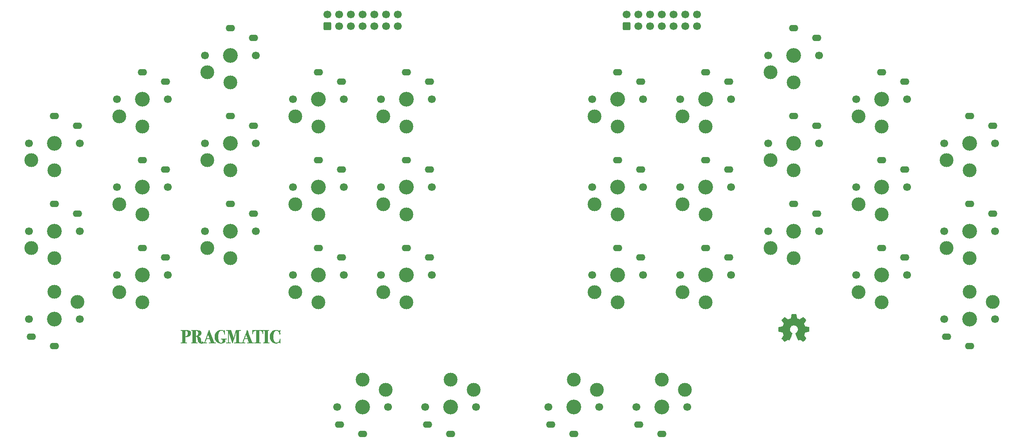
<source format=gts>
%TF.GenerationSoftware,KiCad,Pcbnew,(6.0.7-1)-1*%
%TF.CreationDate,2022-09-05T18:02:16+08:00*%
%TF.ProjectId,Input,496e7075-742e-46b6-9963-61645f706362,2*%
%TF.SameCoordinates,PX7f2c270PY3f96138*%
%TF.FileFunction,Soldermask,Top*%
%TF.FilePolarity,Negative*%
%FSLAX46Y46*%
G04 Gerber Fmt 4.6, Leading zero omitted, Abs format (unit mm)*
G04 Created by KiCad (PCBNEW (6.0.7-1)-1) date 2022-09-05 18:02:16*
%MOMM*%
%LPD*%
G01*
G04 APERTURE LIST*
G04 Aperture macros list*
%AMRoundRect*
0 Rectangle with rounded corners*
0 $1 Rounding radius*
0 $2 $3 $4 $5 $6 $7 $8 $9 X,Y pos of 4 corners*
0 Add a 4 corners polygon primitive as box body*
4,1,4,$2,$3,$4,$5,$6,$7,$8,$9,$2,$3,0*
0 Add four circle primitives for the rounded corners*
1,1,$1+$1,$2,$3*
1,1,$1+$1,$4,$5*
1,1,$1+$1,$6,$7*
1,1,$1+$1,$8,$9*
0 Add four rect primitives between the rounded corners*
20,1,$1+$1,$2,$3,$4,$5,0*
20,1,$1+$1,$4,$5,$6,$7,0*
20,1,$1+$1,$6,$7,$8,$9,0*
20,1,$1+$1,$8,$9,$2,$3,0*%
G04 Aperture macros list end*
%ADD10C,0.010000*%
%ADD11C,0.100000*%
%ADD12RoundRect,0.250000X0.600000X-0.600000X0.600000X0.600000X-0.600000X0.600000X-0.600000X-0.600000X0*%
%ADD13C,1.700000*%
%ADD14C,3.000000*%
%ADD15C,3.200000*%
%ADD16O,2.000000X1.400000*%
G04 APERTURE END LIST*
%TO.C,REF\u002A\u002A*%
G36*
X84375814Y-46998931D02*
G01*
X84459635Y-47443555D01*
X84768920Y-47571053D01*
X85078206Y-47698551D01*
X85449246Y-47446246D01*
X85553157Y-47375996D01*
X85647087Y-47313272D01*
X85726652Y-47260938D01*
X85787470Y-47221857D01*
X85825157Y-47198893D01*
X85835421Y-47193942D01*
X85853910Y-47206676D01*
X85893420Y-47241882D01*
X85949522Y-47295062D01*
X86017787Y-47361718D01*
X86093786Y-47437354D01*
X86173092Y-47517472D01*
X86251275Y-47597574D01*
X86323907Y-47673164D01*
X86386559Y-47739745D01*
X86434803Y-47792818D01*
X86464210Y-47827887D01*
X86471241Y-47839623D01*
X86461123Y-47861260D01*
X86432759Y-47908662D01*
X86389129Y-47977193D01*
X86333218Y-48062215D01*
X86268006Y-48159093D01*
X86230219Y-48214350D01*
X86161343Y-48315248D01*
X86100140Y-48406299D01*
X86049578Y-48482970D01*
X86012628Y-48540728D01*
X85992258Y-48575043D01*
X85989197Y-48582254D01*
X85996136Y-48602748D01*
X86015051Y-48650513D01*
X86043087Y-48718832D01*
X86077391Y-48800989D01*
X86115109Y-48890270D01*
X86153387Y-48979958D01*
X86189370Y-49063338D01*
X86220206Y-49133694D01*
X86243039Y-49184310D01*
X86255017Y-49208471D01*
X86255724Y-49209422D01*
X86274531Y-49214036D01*
X86324618Y-49224328D01*
X86400793Y-49239287D01*
X86497865Y-49257901D01*
X86610643Y-49279159D01*
X86676442Y-49291418D01*
X86796950Y-49314362D01*
X86905797Y-49336195D01*
X86997476Y-49355722D01*
X87066481Y-49371748D01*
X87107304Y-49383079D01*
X87115511Y-49386674D01*
X87123548Y-49411006D01*
X87130033Y-49465959D01*
X87134970Y-49545108D01*
X87138364Y-49642026D01*
X87140218Y-49750287D01*
X87140538Y-49863465D01*
X87139327Y-49975135D01*
X87136590Y-50078868D01*
X87132331Y-50168241D01*
X87126555Y-50236826D01*
X87119267Y-50278197D01*
X87114895Y-50286810D01*
X87088764Y-50297133D01*
X87033393Y-50311892D01*
X86956107Y-50329352D01*
X86864230Y-50347780D01*
X86832158Y-50353741D01*
X86677524Y-50382066D01*
X86555375Y-50404876D01*
X86461673Y-50423080D01*
X86392384Y-50437583D01*
X86343471Y-50449292D01*
X86310897Y-50459115D01*
X86290628Y-50467956D01*
X86278626Y-50476724D01*
X86276947Y-50478457D01*
X86260184Y-50506371D01*
X86234614Y-50560695D01*
X86202788Y-50634777D01*
X86167260Y-50721965D01*
X86130583Y-50815608D01*
X86095311Y-50909052D01*
X86063996Y-50995647D01*
X86039193Y-51068740D01*
X86023454Y-51121678D01*
X86019332Y-51147811D01*
X86019676Y-51148726D01*
X86033641Y-51170086D01*
X86065322Y-51217084D01*
X86111391Y-51284827D01*
X86168518Y-51368423D01*
X86233373Y-51462982D01*
X86251843Y-51489854D01*
X86317699Y-51587275D01*
X86375650Y-51676163D01*
X86422538Y-51751412D01*
X86455207Y-51807920D01*
X86470500Y-51840581D01*
X86471241Y-51844593D01*
X86458392Y-51865684D01*
X86422888Y-51907464D01*
X86369293Y-51965445D01*
X86302171Y-52035135D01*
X86226087Y-52112045D01*
X86145604Y-52191683D01*
X86065287Y-52269561D01*
X85989699Y-52341186D01*
X85923405Y-52402070D01*
X85870969Y-52447721D01*
X85836955Y-52473650D01*
X85827545Y-52477883D01*
X85805643Y-52467912D01*
X85760800Y-52441020D01*
X85700321Y-52401736D01*
X85653789Y-52370117D01*
X85569475Y-52312098D01*
X85469626Y-52243784D01*
X85369473Y-52175579D01*
X85315627Y-52139075D01*
X85133371Y-52015800D01*
X84980381Y-52098520D01*
X84910682Y-52134759D01*
X84851414Y-52162926D01*
X84811311Y-52178991D01*
X84801103Y-52181226D01*
X84788829Y-52164722D01*
X84764613Y-52118082D01*
X84730263Y-52045609D01*
X84687588Y-51951606D01*
X84638394Y-51840374D01*
X84584490Y-51716215D01*
X84527684Y-51583432D01*
X84469782Y-51446327D01*
X84412593Y-51309202D01*
X84357924Y-51176358D01*
X84307584Y-51052098D01*
X84263380Y-50940725D01*
X84227119Y-50846539D01*
X84200609Y-50773844D01*
X84185658Y-50726941D01*
X84183254Y-50710833D01*
X84202311Y-50690286D01*
X84244036Y-50656933D01*
X84299706Y-50617702D01*
X84304378Y-50614599D01*
X84448264Y-50499423D01*
X84564283Y-50365053D01*
X84651430Y-50215784D01*
X84708699Y-50055913D01*
X84735086Y-49889737D01*
X84729585Y-49721552D01*
X84691190Y-49555655D01*
X84618895Y-49396342D01*
X84597626Y-49361487D01*
X84486996Y-49220737D01*
X84356302Y-49107714D01*
X84210064Y-49023003D01*
X84052808Y-48967194D01*
X83889057Y-48940874D01*
X83723333Y-48944630D01*
X83560162Y-48979050D01*
X83404065Y-49044723D01*
X83259567Y-49142235D01*
X83214869Y-49181813D01*
X83101112Y-49305703D01*
X83018218Y-49436124D01*
X82961356Y-49582315D01*
X82929687Y-49727088D01*
X82921869Y-49889860D01*
X82947938Y-50053440D01*
X83005245Y-50212298D01*
X83091144Y-50360906D01*
X83202986Y-50493735D01*
X83338123Y-50605256D01*
X83355883Y-50617011D01*
X83412150Y-50655508D01*
X83454923Y-50688863D01*
X83475372Y-50710160D01*
X83475669Y-50710833D01*
X83471279Y-50733871D01*
X83453876Y-50786157D01*
X83425268Y-50863390D01*
X83387265Y-50961268D01*
X83341674Y-51075491D01*
X83290303Y-51201758D01*
X83234962Y-51335767D01*
X83177458Y-51473218D01*
X83119601Y-51609808D01*
X83063198Y-51741237D01*
X83010058Y-51863205D01*
X82961990Y-51971409D01*
X82920801Y-52061549D01*
X82888301Y-52129323D01*
X82866297Y-52170430D01*
X82857436Y-52181226D01*
X82830360Y-52172819D01*
X82779697Y-52150272D01*
X82714183Y-52117613D01*
X82678159Y-52098520D01*
X82525168Y-52015800D01*
X82342912Y-52139075D01*
X82249875Y-52202228D01*
X82148015Y-52271727D01*
X82052562Y-52337165D01*
X82004750Y-52370117D01*
X81937505Y-52415273D01*
X81880564Y-52451057D01*
X81841354Y-52472938D01*
X81828619Y-52477563D01*
X81810083Y-52465085D01*
X81769059Y-52430252D01*
X81709525Y-52376678D01*
X81635458Y-52307983D01*
X81550835Y-52227781D01*
X81497315Y-52176286D01*
X81403681Y-52084286D01*
X81322759Y-52001999D01*
X81257823Y-51932945D01*
X81212142Y-51880644D01*
X81188989Y-51848616D01*
X81186768Y-51842116D01*
X81197076Y-51817394D01*
X81225561Y-51767405D01*
X81269063Y-51697212D01*
X81324423Y-51611875D01*
X81388480Y-51516456D01*
X81406697Y-51489854D01*
X81473073Y-51393167D01*
X81532622Y-51306117D01*
X81582016Y-51233595D01*
X81617925Y-51180493D01*
X81637019Y-51151703D01*
X81638864Y-51148726D01*
X81636105Y-51125782D01*
X81621462Y-51075336D01*
X81597487Y-51004041D01*
X81566734Y-50918547D01*
X81531756Y-50825507D01*
X81495107Y-50731574D01*
X81459339Y-50643399D01*
X81427006Y-50567634D01*
X81400662Y-50510931D01*
X81382858Y-50479943D01*
X81381593Y-50478457D01*
X81370706Y-50469601D01*
X81352318Y-50460843D01*
X81322394Y-50451277D01*
X81276897Y-50439996D01*
X81211791Y-50426093D01*
X81123039Y-50408663D01*
X81006607Y-50386798D01*
X80858458Y-50359591D01*
X80826382Y-50353741D01*
X80731314Y-50335374D01*
X80648435Y-50317405D01*
X80585070Y-50301569D01*
X80548542Y-50289600D01*
X80543644Y-50286810D01*
X80535573Y-50262072D01*
X80529013Y-50206790D01*
X80523967Y-50127389D01*
X80520441Y-50030296D01*
X80518439Y-49921938D01*
X80517964Y-49808740D01*
X80519023Y-49697128D01*
X80521618Y-49593529D01*
X80525754Y-49504368D01*
X80531437Y-49436072D01*
X80538669Y-49395066D01*
X80543029Y-49386674D01*
X80567302Y-49378208D01*
X80622574Y-49364435D01*
X80703338Y-49346550D01*
X80804088Y-49325748D01*
X80919317Y-49303223D01*
X80982098Y-49291418D01*
X81101213Y-49269151D01*
X81207435Y-49248979D01*
X81295573Y-49231915D01*
X81360434Y-49218969D01*
X81396826Y-49211155D01*
X81402816Y-49209422D01*
X81412939Y-49189890D01*
X81434338Y-49142843D01*
X81464161Y-49075003D01*
X81499555Y-48993091D01*
X81537668Y-48903828D01*
X81575647Y-48813935D01*
X81610640Y-48730135D01*
X81639794Y-48659147D01*
X81660257Y-48607694D01*
X81669177Y-48582497D01*
X81669343Y-48581396D01*
X81659231Y-48561519D01*
X81630883Y-48515777D01*
X81587277Y-48448717D01*
X81531394Y-48364884D01*
X81466213Y-48268826D01*
X81428321Y-48213650D01*
X81359275Y-48112481D01*
X81297950Y-48020630D01*
X81247337Y-47942744D01*
X81210429Y-47883469D01*
X81190218Y-47847451D01*
X81187299Y-47839377D01*
X81199847Y-47820584D01*
X81234537Y-47780457D01*
X81286937Y-47723493D01*
X81352616Y-47654185D01*
X81427144Y-47577031D01*
X81506087Y-47496525D01*
X81585017Y-47417163D01*
X81659500Y-47343440D01*
X81725106Y-47279852D01*
X81777404Y-47230894D01*
X81811961Y-47201061D01*
X81823522Y-47193942D01*
X81842346Y-47203953D01*
X81887369Y-47232078D01*
X81954213Y-47275454D01*
X82038501Y-47331218D01*
X82135856Y-47396506D01*
X82209293Y-47446246D01*
X82580333Y-47698551D01*
X83198905Y-47443555D01*
X83282725Y-46998931D01*
X83366546Y-46554307D01*
X84291994Y-46554307D01*
X84375814Y-46998931D01*
G37*
D10*
X84375814Y-46998931D02*
X84459635Y-47443555D01*
X84768920Y-47571053D01*
X85078206Y-47698551D01*
X85449246Y-47446246D01*
X85553157Y-47375996D01*
X85647087Y-47313272D01*
X85726652Y-47260938D01*
X85787470Y-47221857D01*
X85825157Y-47198893D01*
X85835421Y-47193942D01*
X85853910Y-47206676D01*
X85893420Y-47241882D01*
X85949522Y-47295062D01*
X86017787Y-47361718D01*
X86093786Y-47437354D01*
X86173092Y-47517472D01*
X86251275Y-47597574D01*
X86323907Y-47673164D01*
X86386559Y-47739745D01*
X86434803Y-47792818D01*
X86464210Y-47827887D01*
X86471241Y-47839623D01*
X86461123Y-47861260D01*
X86432759Y-47908662D01*
X86389129Y-47977193D01*
X86333218Y-48062215D01*
X86268006Y-48159093D01*
X86230219Y-48214350D01*
X86161343Y-48315248D01*
X86100140Y-48406299D01*
X86049578Y-48482970D01*
X86012628Y-48540728D01*
X85992258Y-48575043D01*
X85989197Y-48582254D01*
X85996136Y-48602748D01*
X86015051Y-48650513D01*
X86043087Y-48718832D01*
X86077391Y-48800989D01*
X86115109Y-48890270D01*
X86153387Y-48979958D01*
X86189370Y-49063338D01*
X86220206Y-49133694D01*
X86243039Y-49184310D01*
X86255017Y-49208471D01*
X86255724Y-49209422D01*
X86274531Y-49214036D01*
X86324618Y-49224328D01*
X86400793Y-49239287D01*
X86497865Y-49257901D01*
X86610643Y-49279159D01*
X86676442Y-49291418D01*
X86796950Y-49314362D01*
X86905797Y-49336195D01*
X86997476Y-49355722D01*
X87066481Y-49371748D01*
X87107304Y-49383079D01*
X87115511Y-49386674D01*
X87123548Y-49411006D01*
X87130033Y-49465959D01*
X87134970Y-49545108D01*
X87138364Y-49642026D01*
X87140218Y-49750287D01*
X87140538Y-49863465D01*
X87139327Y-49975135D01*
X87136590Y-50078868D01*
X87132331Y-50168241D01*
X87126555Y-50236826D01*
X87119267Y-50278197D01*
X87114895Y-50286810D01*
X87088764Y-50297133D01*
X87033393Y-50311892D01*
X86956107Y-50329352D01*
X86864230Y-50347780D01*
X86832158Y-50353741D01*
X86677524Y-50382066D01*
X86555375Y-50404876D01*
X86461673Y-50423080D01*
X86392384Y-50437583D01*
X86343471Y-50449292D01*
X86310897Y-50459115D01*
X86290628Y-50467956D01*
X86278626Y-50476724D01*
X86276947Y-50478457D01*
X86260184Y-50506371D01*
X86234614Y-50560695D01*
X86202788Y-50634777D01*
X86167260Y-50721965D01*
X86130583Y-50815608D01*
X86095311Y-50909052D01*
X86063996Y-50995647D01*
X86039193Y-51068740D01*
X86023454Y-51121678D01*
X86019332Y-51147811D01*
X86019676Y-51148726D01*
X86033641Y-51170086D01*
X86065322Y-51217084D01*
X86111391Y-51284827D01*
X86168518Y-51368423D01*
X86233373Y-51462982D01*
X86251843Y-51489854D01*
X86317699Y-51587275D01*
X86375650Y-51676163D01*
X86422538Y-51751412D01*
X86455207Y-51807920D01*
X86470500Y-51840581D01*
X86471241Y-51844593D01*
X86458392Y-51865684D01*
X86422888Y-51907464D01*
X86369293Y-51965445D01*
X86302171Y-52035135D01*
X86226087Y-52112045D01*
X86145604Y-52191683D01*
X86065287Y-52269561D01*
X85989699Y-52341186D01*
X85923405Y-52402070D01*
X85870969Y-52447721D01*
X85836955Y-52473650D01*
X85827545Y-52477883D01*
X85805643Y-52467912D01*
X85760800Y-52441020D01*
X85700321Y-52401736D01*
X85653789Y-52370117D01*
X85569475Y-52312098D01*
X85469626Y-52243784D01*
X85369473Y-52175579D01*
X85315627Y-52139075D01*
X85133371Y-52015800D01*
X84980381Y-52098520D01*
X84910682Y-52134759D01*
X84851414Y-52162926D01*
X84811311Y-52178991D01*
X84801103Y-52181226D01*
X84788829Y-52164722D01*
X84764613Y-52118082D01*
X84730263Y-52045609D01*
X84687588Y-51951606D01*
X84638394Y-51840374D01*
X84584490Y-51716215D01*
X84527684Y-51583432D01*
X84469782Y-51446327D01*
X84412593Y-51309202D01*
X84357924Y-51176358D01*
X84307584Y-51052098D01*
X84263380Y-50940725D01*
X84227119Y-50846539D01*
X84200609Y-50773844D01*
X84185658Y-50726941D01*
X84183254Y-50710833D01*
X84202311Y-50690286D01*
X84244036Y-50656933D01*
X84299706Y-50617702D01*
X84304378Y-50614599D01*
X84448264Y-50499423D01*
X84564283Y-50365053D01*
X84651430Y-50215784D01*
X84708699Y-50055913D01*
X84735086Y-49889737D01*
X84729585Y-49721552D01*
X84691190Y-49555655D01*
X84618895Y-49396342D01*
X84597626Y-49361487D01*
X84486996Y-49220737D01*
X84356302Y-49107714D01*
X84210064Y-49023003D01*
X84052808Y-48967194D01*
X83889057Y-48940874D01*
X83723333Y-48944630D01*
X83560162Y-48979050D01*
X83404065Y-49044723D01*
X83259567Y-49142235D01*
X83214869Y-49181813D01*
X83101112Y-49305703D01*
X83018218Y-49436124D01*
X82961356Y-49582315D01*
X82929687Y-49727088D01*
X82921869Y-49889860D01*
X82947938Y-50053440D01*
X83005245Y-50212298D01*
X83091144Y-50360906D01*
X83202986Y-50493735D01*
X83338123Y-50605256D01*
X83355883Y-50617011D01*
X83412150Y-50655508D01*
X83454923Y-50688863D01*
X83475372Y-50710160D01*
X83475669Y-50710833D01*
X83471279Y-50733871D01*
X83453876Y-50786157D01*
X83425268Y-50863390D01*
X83387265Y-50961268D01*
X83341674Y-51075491D01*
X83290303Y-51201758D01*
X83234962Y-51335767D01*
X83177458Y-51473218D01*
X83119601Y-51609808D01*
X83063198Y-51741237D01*
X83010058Y-51863205D01*
X82961990Y-51971409D01*
X82920801Y-52061549D01*
X82888301Y-52129323D01*
X82866297Y-52170430D01*
X82857436Y-52181226D01*
X82830360Y-52172819D01*
X82779697Y-52150272D01*
X82714183Y-52117613D01*
X82678159Y-52098520D01*
X82525168Y-52015800D01*
X82342912Y-52139075D01*
X82249875Y-52202228D01*
X82148015Y-52271727D01*
X82052562Y-52337165D01*
X82004750Y-52370117D01*
X81937505Y-52415273D01*
X81880564Y-52451057D01*
X81841354Y-52472938D01*
X81828619Y-52477563D01*
X81810083Y-52465085D01*
X81769059Y-52430252D01*
X81709525Y-52376678D01*
X81635458Y-52307983D01*
X81550835Y-52227781D01*
X81497315Y-52176286D01*
X81403681Y-52084286D01*
X81322759Y-52001999D01*
X81257823Y-51932945D01*
X81212142Y-51880644D01*
X81188989Y-51848616D01*
X81186768Y-51842116D01*
X81197076Y-51817394D01*
X81225561Y-51767405D01*
X81269063Y-51697212D01*
X81324423Y-51611875D01*
X81388480Y-51516456D01*
X81406697Y-51489854D01*
X81473073Y-51393167D01*
X81532622Y-51306117D01*
X81582016Y-51233595D01*
X81617925Y-51180493D01*
X81637019Y-51151703D01*
X81638864Y-51148726D01*
X81636105Y-51125782D01*
X81621462Y-51075336D01*
X81597487Y-51004041D01*
X81566734Y-50918547D01*
X81531756Y-50825507D01*
X81495107Y-50731574D01*
X81459339Y-50643399D01*
X81427006Y-50567634D01*
X81400662Y-50510931D01*
X81382858Y-50479943D01*
X81381593Y-50478457D01*
X81370706Y-50469601D01*
X81352318Y-50460843D01*
X81322394Y-50451277D01*
X81276897Y-50439996D01*
X81211791Y-50426093D01*
X81123039Y-50408663D01*
X81006607Y-50386798D01*
X80858458Y-50359591D01*
X80826382Y-50353741D01*
X80731314Y-50335374D01*
X80648435Y-50317405D01*
X80585070Y-50301569D01*
X80548542Y-50289600D01*
X80543644Y-50286810D01*
X80535573Y-50262072D01*
X80529013Y-50206790D01*
X80523967Y-50127389D01*
X80520441Y-50030296D01*
X80518439Y-49921938D01*
X80517964Y-49808740D01*
X80519023Y-49697128D01*
X80521618Y-49593529D01*
X80525754Y-49504368D01*
X80531437Y-49436072D01*
X80538669Y-49395066D01*
X80543029Y-49386674D01*
X80567302Y-49378208D01*
X80622574Y-49364435D01*
X80703338Y-49346550D01*
X80804088Y-49325748D01*
X80919317Y-49303223D01*
X80982098Y-49291418D01*
X81101213Y-49269151D01*
X81207435Y-49248979D01*
X81295573Y-49231915D01*
X81360434Y-49218969D01*
X81396826Y-49211155D01*
X81402816Y-49209422D01*
X81412939Y-49189890D01*
X81434338Y-49142843D01*
X81464161Y-49075003D01*
X81499555Y-48993091D01*
X81537668Y-48903828D01*
X81575647Y-48813935D01*
X81610640Y-48730135D01*
X81639794Y-48659147D01*
X81660257Y-48607694D01*
X81669177Y-48582497D01*
X81669343Y-48581396D01*
X81659231Y-48561519D01*
X81630883Y-48515777D01*
X81587277Y-48448717D01*
X81531394Y-48364884D01*
X81466213Y-48268826D01*
X81428321Y-48213650D01*
X81359275Y-48112481D01*
X81297950Y-48020630D01*
X81247337Y-47942744D01*
X81210429Y-47883469D01*
X81190218Y-47847451D01*
X81187299Y-47839377D01*
X81199847Y-47820584D01*
X81234537Y-47780457D01*
X81286937Y-47723493D01*
X81352616Y-47654185D01*
X81427144Y-47577031D01*
X81506087Y-47496525D01*
X81585017Y-47417163D01*
X81659500Y-47343440D01*
X81725106Y-47279852D01*
X81777404Y-47230894D01*
X81811961Y-47201061D01*
X81823522Y-47193942D01*
X81842346Y-47203953D01*
X81887369Y-47232078D01*
X81954213Y-47275454D01*
X82038501Y-47331218D01*
X82135856Y-47396506D01*
X82209293Y-47446246D01*
X82580333Y-47698551D01*
X83198905Y-47443555D01*
X83282725Y-46998931D01*
X83366546Y-46554307D01*
X84291994Y-46554307D01*
X84375814Y-46998931D01*
G36*
X-42917578Y-50420998D02*
G01*
X-42908140Y-50397435D01*
X-42897828Y-50370747D01*
X-42874578Y-50307997D01*
X-42847828Y-50232747D01*
X-42817577Y-50144998D01*
X-42806890Y-50113123D01*
X-42796828Y-50085497D01*
X-42787391Y-50062121D01*
X-42782906Y-50052027D01*
X-42778578Y-50042995D01*
X-42774406Y-50035026D01*
X-42770391Y-50028119D01*
X-42766531Y-50022275D01*
X-42762828Y-50017494D01*
X-42759281Y-50013775D01*
X-42755891Y-50011118D01*
X-42752656Y-50009524D01*
X-42749578Y-50008993D01*
X-42748039Y-50009173D01*
X-42746422Y-50009712D01*
X-42744727Y-50010610D01*
X-42742953Y-50011868D01*
X-42741101Y-50013485D01*
X-42739172Y-50015462D01*
X-42737164Y-50017798D01*
X-42735078Y-50020493D01*
X-42732913Y-50023548D01*
X-42730671Y-50026962D01*
X-42725952Y-50034869D01*
X-42720921Y-50044213D01*
X-42715577Y-50054994D01*
X-42709920Y-50067213D01*
X-42703951Y-50080869D01*
X-42697669Y-50095963D01*
X-42691075Y-50112494D01*
X-42684168Y-50130463D01*
X-42676949Y-50149869D01*
X-42669418Y-50170712D01*
X-42661573Y-50192993D01*
X-42587574Y-50397993D01*
X-42445574Y-50776994D01*
X-41957575Y-52056990D01*
X-41877572Y-52266992D01*
X-41797571Y-52480989D01*
X-41789070Y-52503427D01*
X-41780570Y-52524740D01*
X-41772069Y-52544928D01*
X-41763569Y-52563990D01*
X-41755068Y-52581928D01*
X-41746568Y-52598740D01*
X-41738068Y-52614428D01*
X-41729568Y-52628990D01*
X-41721068Y-52642427D01*
X-41712567Y-52654740D01*
X-41704067Y-52665927D01*
X-41695567Y-52675990D01*
X-41687067Y-52684927D01*
X-41678566Y-52692740D01*
X-41670066Y-52699427D01*
X-41661566Y-52704990D01*
X-41654503Y-52708850D01*
X-41646315Y-52712428D01*
X-41637003Y-52715726D01*
X-41626566Y-52718741D01*
X-41615003Y-52721476D01*
X-41602316Y-52723929D01*
X-41588504Y-52726101D01*
X-41573566Y-52727992D01*
X-41557504Y-52729601D01*
X-41540317Y-52730929D01*
X-41522004Y-52731976D01*
X-41502567Y-52732741D01*
X-41482005Y-52733225D01*
X-41460317Y-52733428D01*
X-41437504Y-52733350D01*
X-41413567Y-52732990D01*
X-41407755Y-52733131D01*
X-41402318Y-52733553D01*
X-41397256Y-52734256D01*
X-41392569Y-52735240D01*
X-41388257Y-52736506D01*
X-41386241Y-52737244D01*
X-41384319Y-52738052D01*
X-41382491Y-52738931D01*
X-41380757Y-52739880D01*
X-41379117Y-52740900D01*
X-41377570Y-52741990D01*
X-41376117Y-52743150D01*
X-41374757Y-52744380D01*
X-41373492Y-52745681D01*
X-41372320Y-52747052D01*
X-41371242Y-52748493D01*
X-41370258Y-52750005D01*
X-41369367Y-52751587D01*
X-41368570Y-52753239D01*
X-41367867Y-52754962D01*
X-41367258Y-52756755D01*
X-41366742Y-52758618D01*
X-41366320Y-52760552D01*
X-41365992Y-52762556D01*
X-41365758Y-52764630D01*
X-41365617Y-52766775D01*
X-41365570Y-52768989D01*
X-41365575Y-52768992D01*
X-41365576Y-52768993D01*
X-41365578Y-52768993D01*
X-41365582Y-52768995D01*
X-41365587Y-52768997D01*
X-41365712Y-52772904D01*
X-41366087Y-52776623D01*
X-41366368Y-52778413D01*
X-41366712Y-52780155D01*
X-41367118Y-52781850D01*
X-41367587Y-52783499D01*
X-41368118Y-52785101D01*
X-41368711Y-52786655D01*
X-41369368Y-52788163D01*
X-41370086Y-52789624D01*
X-41370867Y-52791038D01*
X-41371711Y-52792406D01*
X-41372617Y-52793726D01*
X-41373586Y-52794999D01*
X-41374617Y-52796226D01*
X-41375710Y-52797405D01*
X-41376866Y-52798538D01*
X-41378085Y-52799624D01*
X-41379366Y-52800663D01*
X-41380710Y-52801655D01*
X-41382116Y-52802600D01*
X-41383584Y-52803499D01*
X-41385115Y-52804350D01*
X-41386709Y-52805155D01*
X-41390084Y-52806623D01*
X-41393708Y-52807904D01*
X-41397583Y-52808998D01*
X-41406084Y-52809936D01*
X-41417585Y-52810749D01*
X-41432085Y-52811437D01*
X-41449585Y-52812000D01*
X-41470085Y-52812438D01*
X-41493584Y-52812751D01*
X-41549581Y-52813002D01*
X-41572832Y-52812751D01*
X-41610582Y-52812000D01*
X-41729582Y-52808998D01*
X-41979582Y-52802998D01*
X-42070082Y-52801499D01*
X-42137583Y-52800999D01*
X-42201582Y-52801249D01*
X-42261581Y-52802000D01*
X-42317579Y-52803251D01*
X-42369577Y-52805002D01*
X-42537579Y-52811001D01*
X-42597579Y-52812501D01*
X-42641579Y-52813002D01*
X-42654657Y-52812845D01*
X-42666893Y-52812376D01*
X-42678284Y-52811595D01*
X-42688831Y-52810501D01*
X-42698534Y-52809095D01*
X-42707394Y-52807376D01*
X-42715410Y-52805344D01*
X-42722582Y-52803000D01*
X-42728910Y-52800344D01*
X-42734395Y-52797375D01*
X-42739035Y-52794093D01*
X-42742832Y-52790499D01*
X-42745785Y-52786593D01*
X-42746946Y-52784522D01*
X-42747895Y-52782374D01*
X-42748633Y-52780147D01*
X-42749160Y-52777842D01*
X-42749477Y-52775460D01*
X-42749582Y-52772999D01*
X-42749360Y-52770534D01*
X-42748692Y-52768139D01*
X-42747578Y-52765815D01*
X-42746020Y-52763561D01*
X-42744016Y-52761377D01*
X-42741567Y-52759264D01*
X-42738672Y-52757221D01*
X-42735332Y-52755248D01*
X-42731547Y-52753346D01*
X-42727316Y-52751514D01*
X-42722641Y-52749752D01*
X-42717519Y-52748061D01*
X-42711953Y-52746440D01*
X-42705941Y-52744889D01*
X-42699484Y-52743409D01*
X-42692582Y-52741999D01*
X-42677441Y-52739390D01*
X-42660519Y-52737062D01*
X-42641815Y-52735015D01*
X-42621330Y-52733250D01*
X-42599064Y-52731766D01*
X-42575017Y-52730564D01*
X-42549188Y-52729642D01*
X-42521578Y-52729002D01*
X-42508016Y-52728877D01*
X-42495328Y-52728502D01*
X-42483516Y-52727876D01*
X-42472579Y-52727001D01*
X-42462517Y-52725876D01*
X-42453330Y-52724501D01*
X-42445018Y-52722877D01*
X-42437582Y-52721002D01*
X-42429832Y-52719878D01*
X-42422582Y-52718503D01*
X-42415832Y-52716878D01*
X-42409582Y-52715003D01*
X-42403832Y-52712878D01*
X-42398582Y-52710503D01*
X-42393832Y-52707878D01*
X-42389582Y-52705003D01*
X-42387645Y-52703472D01*
X-42385832Y-52701878D01*
X-42384145Y-52700222D01*
X-42382582Y-52698503D01*
X-42381145Y-52696722D01*
X-42379832Y-52694878D01*
X-42378645Y-52692972D01*
X-42377583Y-52691003D01*
X-42376645Y-52688972D01*
X-42375833Y-52686878D01*
X-42375145Y-52684722D01*
X-42374583Y-52682503D01*
X-42374145Y-52680221D01*
X-42373833Y-52677877D01*
X-42373645Y-52675471D01*
X-42373583Y-52673002D01*
X-42373770Y-52670002D01*
X-42374333Y-52666002D01*
X-42375270Y-52661003D01*
X-42376582Y-52655003D01*
X-42380331Y-52640003D01*
X-42385581Y-52621003D01*
X-42392331Y-52598003D01*
X-42400581Y-52571003D01*
X-42410332Y-52540003D01*
X-42421583Y-52505003D01*
X-42505583Y-52245003D01*
X-42512456Y-52220691D01*
X-42521080Y-52191753D01*
X-42543580Y-52120003D01*
X-42573081Y-52029752D01*
X-42609583Y-51921001D01*
X-42681578Y-51921001D01*
X-42993582Y-51917002D01*
X-43078830Y-51915751D01*
X-43166579Y-51916000D01*
X-43256829Y-51917750D01*
X-43349579Y-51921001D01*
X-43359579Y-51944126D01*
X-43371579Y-51973502D01*
X-43385579Y-52009127D01*
X-43401579Y-52051002D01*
X-43439580Y-52153503D01*
X-43485582Y-52281002D01*
X-43573582Y-52541002D01*
X-43578269Y-52555627D01*
X-43582331Y-52569502D01*
X-43585769Y-52582627D01*
X-43588581Y-52595002D01*
X-43590769Y-52606627D01*
X-43592332Y-52617503D01*
X-43593270Y-52627628D01*
X-43593504Y-52632409D01*
X-43593582Y-52637003D01*
X-43593496Y-52641206D01*
X-43593238Y-52645315D01*
X-43592809Y-52649331D01*
X-43592207Y-52653252D01*
X-43591433Y-52657081D01*
X-43590488Y-52660815D01*
X-43589371Y-52664455D01*
X-43588082Y-52668002D01*
X-43586621Y-52671455D01*
X-43584988Y-52674815D01*
X-43583183Y-52678080D01*
X-43581206Y-52681252D01*
X-43579058Y-52684330D01*
X-43576737Y-52687315D01*
X-43574245Y-52690205D01*
X-43571581Y-52693002D01*
X-43568745Y-52695706D01*
X-43565737Y-52698315D01*
X-43562557Y-52700831D01*
X-43559206Y-52703252D01*
X-43555682Y-52705581D01*
X-43551987Y-52707815D01*
X-43548120Y-52709956D01*
X-43544081Y-52712002D01*
X-43539870Y-52713956D01*
X-43535487Y-52715815D01*
X-43526207Y-52719252D01*
X-43516238Y-52722315D01*
X-43505583Y-52725002D01*
X-43498145Y-52726128D01*
X-43485833Y-52727503D01*
X-43468645Y-52729128D01*
X-43446582Y-52731002D01*
X-43387832Y-52735502D01*
X-43309582Y-52741001D01*
X-43302800Y-52741611D01*
X-43296456Y-52742439D01*
X-43290549Y-52743486D01*
X-43285080Y-52744752D01*
X-43280049Y-52746237D01*
X-43275455Y-52747940D01*
X-43271299Y-52749862D01*
X-43267581Y-52752003D01*
X-43264300Y-52754362D01*
X-43262823Y-52755624D01*
X-43261456Y-52756940D01*
X-43260198Y-52758312D01*
X-43259050Y-52759737D01*
X-43258011Y-52761218D01*
X-43257081Y-52762753D01*
X-43256261Y-52764343D01*
X-43255550Y-52765987D01*
X-43254949Y-52767686D01*
X-43254457Y-52769440D01*
X-43254074Y-52771249D01*
X-43253801Y-52773112D01*
X-43253637Y-52775030D01*
X-43253582Y-52777002D01*
X-43253652Y-52779217D01*
X-43253863Y-52781361D01*
X-43254215Y-52783435D01*
X-43254707Y-52785439D01*
X-43255340Y-52787372D01*
X-43256113Y-52789235D01*
X-43257027Y-52791028D01*
X-43258082Y-52792751D01*
X-43259277Y-52794403D01*
X-43260613Y-52795985D01*
X-43262090Y-52797497D01*
X-43263707Y-52798938D01*
X-43265465Y-52800309D01*
X-43267363Y-52801610D01*
X-43269402Y-52802840D01*
X-43271582Y-52804001D01*
X-43273902Y-52805090D01*
X-43276363Y-52806110D01*
X-43278965Y-52807059D01*
X-43281707Y-52807938D01*
X-43284590Y-52808747D01*
X-43287613Y-52809485D01*
X-43290777Y-52810153D01*
X-43294082Y-52810751D01*
X-43297528Y-52811279D01*
X-43301114Y-52811736D01*
X-43304840Y-52812122D01*
X-43308707Y-52812439D01*
X-43312715Y-52812685D01*
X-43316864Y-52812861D01*
X-43321153Y-52812966D01*
X-43325582Y-52813002D01*
X-43985582Y-52808998D01*
X-43991643Y-52809936D01*
X-43997830Y-52810749D01*
X-44004142Y-52811437D01*
X-44010579Y-52812000D01*
X-44017141Y-52812438D01*
X-44023829Y-52812751D01*
X-44030641Y-52812939D01*
X-44037579Y-52813002D01*
X-44044360Y-52812845D01*
X-44050704Y-52812376D01*
X-44056611Y-52811595D01*
X-44062080Y-52810501D01*
X-44067111Y-52809095D01*
X-44071705Y-52807376D01*
X-44073838Y-52806399D01*
X-44075861Y-52805344D01*
X-44077775Y-52804211D01*
X-44079580Y-52803000D01*
X-44081275Y-52801711D01*
X-44082861Y-52800344D01*
X-44084337Y-52798898D01*
X-44085704Y-52797375D01*
X-44086962Y-52795773D01*
X-44088110Y-52794093D01*
X-44089149Y-52792335D01*
X-44090079Y-52790499D01*
X-44090899Y-52788585D01*
X-44091610Y-52786593D01*
X-44092211Y-52784522D01*
X-44092703Y-52782374D01*
X-44093086Y-52780147D01*
X-44093360Y-52777842D01*
X-44093524Y-52775460D01*
X-44093578Y-52772999D01*
X-44093457Y-52771515D01*
X-44093094Y-52770062D01*
X-44092488Y-52768640D01*
X-44091641Y-52767250D01*
X-44090551Y-52765890D01*
X-44089219Y-52764562D01*
X-44087645Y-52763266D01*
X-44085828Y-52762000D01*
X-44083770Y-52760766D01*
X-44081469Y-52759563D01*
X-44078926Y-52758391D01*
X-44076141Y-52757250D01*
X-44073114Y-52756141D01*
X-44069844Y-52755063D01*
X-44066333Y-52754016D01*
X-44062579Y-52753000D01*
X-44058583Y-52752016D01*
X-44054344Y-52751063D01*
X-44045141Y-52749250D01*
X-44034969Y-52747562D01*
X-44023828Y-52745999D01*
X-44011719Y-52744561D01*
X-43998641Y-52743248D01*
X-43984594Y-52742060D01*
X-43969578Y-52740997D01*
X-43950031Y-52739826D01*
X-43931390Y-52738310D01*
X-43913655Y-52736451D01*
X-43896827Y-52734248D01*
X-43880905Y-52731702D01*
X-43865889Y-52728811D01*
X-43851780Y-52725577D01*
X-43838577Y-52721999D01*
X-43826280Y-52718077D01*
X-43814889Y-52713811D01*
X-43804405Y-52709202D01*
X-43794827Y-52704249D01*
X-43786155Y-52698951D01*
X-43778390Y-52693311D01*
X-43771530Y-52687326D01*
X-43765577Y-52680998D01*
X-43759859Y-52673592D01*
X-43753704Y-52664374D01*
X-43747111Y-52653343D01*
X-43740080Y-52640499D01*
X-43732612Y-52625843D01*
X-43724705Y-52609375D01*
X-43716362Y-52591093D01*
X-43707580Y-52571000D01*
X-43688705Y-52525375D01*
X-43668079Y-52472499D01*
X-43645704Y-52412373D01*
X-43621578Y-52344997D01*
X-43528577Y-52096998D01*
X-43431115Y-51833002D01*
X-43321579Y-51833002D01*
X-43312330Y-51832939D01*
X-43302580Y-51832752D01*
X-43292330Y-51832439D01*
X-43281580Y-51832001D01*
X-43258579Y-51830750D01*
X-43233578Y-51828998D01*
X-42921577Y-51828998D01*
X-42869328Y-51829249D01*
X-42804578Y-51830000D01*
X-42637579Y-51833002D01*
X-42637587Y-51832998D01*
X-42640836Y-51823748D01*
X-42646585Y-51807997D01*
X-42654836Y-51785747D01*
X-42665586Y-51756998D01*
X-42803584Y-51361996D01*
X-42856083Y-51216247D01*
X-42897583Y-51104998D01*
X-42908582Y-51075997D01*
X-42921583Y-51040997D01*
X-42936584Y-50999997D01*
X-42953583Y-50952993D01*
X-42977583Y-50880998D01*
X-42996082Y-50926060D01*
X-43015582Y-50975247D01*
X-43057580Y-51085997D01*
X-43103579Y-51213247D01*
X-43153578Y-51356998D01*
X-43207580Y-51514249D01*
X-43253581Y-51646000D01*
X-43291580Y-51752251D01*
X-43321579Y-51833002D01*
X-43431115Y-51833002D01*
X-43401579Y-51752998D01*
X-42917578Y-50420998D01*
G37*
D11*
X-42917578Y-50420998D02*
X-42908140Y-50397435D01*
X-42897828Y-50370747D01*
X-42874578Y-50307997D01*
X-42847828Y-50232747D01*
X-42817577Y-50144998D01*
X-42806890Y-50113123D01*
X-42796828Y-50085497D01*
X-42787391Y-50062121D01*
X-42782906Y-50052027D01*
X-42778578Y-50042995D01*
X-42774406Y-50035026D01*
X-42770391Y-50028119D01*
X-42766531Y-50022275D01*
X-42762828Y-50017494D01*
X-42759281Y-50013775D01*
X-42755891Y-50011118D01*
X-42752656Y-50009524D01*
X-42749578Y-50008993D01*
X-42748039Y-50009173D01*
X-42746422Y-50009712D01*
X-42744727Y-50010610D01*
X-42742953Y-50011868D01*
X-42741101Y-50013485D01*
X-42739172Y-50015462D01*
X-42737164Y-50017798D01*
X-42735078Y-50020493D01*
X-42732913Y-50023548D01*
X-42730671Y-50026962D01*
X-42725952Y-50034869D01*
X-42720921Y-50044213D01*
X-42715577Y-50054994D01*
X-42709920Y-50067213D01*
X-42703951Y-50080869D01*
X-42697669Y-50095963D01*
X-42691075Y-50112494D01*
X-42684168Y-50130463D01*
X-42676949Y-50149869D01*
X-42669418Y-50170712D01*
X-42661573Y-50192993D01*
X-42587574Y-50397993D01*
X-42445574Y-50776994D01*
X-41957575Y-52056990D01*
X-41877572Y-52266992D01*
X-41797571Y-52480989D01*
X-41789070Y-52503427D01*
X-41780570Y-52524740D01*
X-41772069Y-52544928D01*
X-41763569Y-52563990D01*
X-41755068Y-52581928D01*
X-41746568Y-52598740D01*
X-41738068Y-52614428D01*
X-41729568Y-52628990D01*
X-41721068Y-52642427D01*
X-41712567Y-52654740D01*
X-41704067Y-52665927D01*
X-41695567Y-52675990D01*
X-41687067Y-52684927D01*
X-41678566Y-52692740D01*
X-41670066Y-52699427D01*
X-41661566Y-52704990D01*
X-41654503Y-52708850D01*
X-41646315Y-52712428D01*
X-41637003Y-52715726D01*
X-41626566Y-52718741D01*
X-41615003Y-52721476D01*
X-41602316Y-52723929D01*
X-41588504Y-52726101D01*
X-41573566Y-52727992D01*
X-41557504Y-52729601D01*
X-41540317Y-52730929D01*
X-41522004Y-52731976D01*
X-41502567Y-52732741D01*
X-41482005Y-52733225D01*
X-41460317Y-52733428D01*
X-41437504Y-52733350D01*
X-41413567Y-52732990D01*
X-41407755Y-52733131D01*
X-41402318Y-52733553D01*
X-41397256Y-52734256D01*
X-41392569Y-52735240D01*
X-41388257Y-52736506D01*
X-41386241Y-52737244D01*
X-41384319Y-52738052D01*
X-41382491Y-52738931D01*
X-41380757Y-52739880D01*
X-41379117Y-52740900D01*
X-41377570Y-52741990D01*
X-41376117Y-52743150D01*
X-41374757Y-52744380D01*
X-41373492Y-52745681D01*
X-41372320Y-52747052D01*
X-41371242Y-52748493D01*
X-41370258Y-52750005D01*
X-41369367Y-52751587D01*
X-41368570Y-52753239D01*
X-41367867Y-52754962D01*
X-41367258Y-52756755D01*
X-41366742Y-52758618D01*
X-41366320Y-52760552D01*
X-41365992Y-52762556D01*
X-41365758Y-52764630D01*
X-41365617Y-52766775D01*
X-41365570Y-52768989D01*
X-41365575Y-52768992D01*
X-41365576Y-52768993D01*
X-41365578Y-52768993D01*
X-41365582Y-52768995D01*
X-41365587Y-52768997D01*
X-41365712Y-52772904D01*
X-41366087Y-52776623D01*
X-41366368Y-52778413D01*
X-41366712Y-52780155D01*
X-41367118Y-52781850D01*
X-41367587Y-52783499D01*
X-41368118Y-52785101D01*
X-41368711Y-52786655D01*
X-41369368Y-52788163D01*
X-41370086Y-52789624D01*
X-41370867Y-52791038D01*
X-41371711Y-52792406D01*
X-41372617Y-52793726D01*
X-41373586Y-52794999D01*
X-41374617Y-52796226D01*
X-41375710Y-52797405D01*
X-41376866Y-52798538D01*
X-41378085Y-52799624D01*
X-41379366Y-52800663D01*
X-41380710Y-52801655D01*
X-41382116Y-52802600D01*
X-41383584Y-52803499D01*
X-41385115Y-52804350D01*
X-41386709Y-52805155D01*
X-41390084Y-52806623D01*
X-41393708Y-52807904D01*
X-41397583Y-52808998D01*
X-41406084Y-52809936D01*
X-41417585Y-52810749D01*
X-41432085Y-52811437D01*
X-41449585Y-52812000D01*
X-41470085Y-52812438D01*
X-41493584Y-52812751D01*
X-41549581Y-52813002D01*
X-41572832Y-52812751D01*
X-41610582Y-52812000D01*
X-41729582Y-52808998D01*
X-41979582Y-52802998D01*
X-42070082Y-52801499D01*
X-42137583Y-52800999D01*
X-42201582Y-52801249D01*
X-42261581Y-52802000D01*
X-42317579Y-52803251D01*
X-42369577Y-52805002D01*
X-42537579Y-52811001D01*
X-42597579Y-52812501D01*
X-42641579Y-52813002D01*
X-42654657Y-52812845D01*
X-42666893Y-52812376D01*
X-42678284Y-52811595D01*
X-42688831Y-52810501D01*
X-42698534Y-52809095D01*
X-42707394Y-52807376D01*
X-42715410Y-52805344D01*
X-42722582Y-52803000D01*
X-42728910Y-52800344D01*
X-42734395Y-52797375D01*
X-42739035Y-52794093D01*
X-42742832Y-52790499D01*
X-42745785Y-52786593D01*
X-42746946Y-52784522D01*
X-42747895Y-52782374D01*
X-42748633Y-52780147D01*
X-42749160Y-52777842D01*
X-42749477Y-52775460D01*
X-42749582Y-52772999D01*
X-42749360Y-52770534D01*
X-42748692Y-52768139D01*
X-42747578Y-52765815D01*
X-42746020Y-52763561D01*
X-42744016Y-52761377D01*
X-42741567Y-52759264D01*
X-42738672Y-52757221D01*
X-42735332Y-52755248D01*
X-42731547Y-52753346D01*
X-42727316Y-52751514D01*
X-42722641Y-52749752D01*
X-42717519Y-52748061D01*
X-42711953Y-52746440D01*
X-42705941Y-52744889D01*
X-42699484Y-52743409D01*
X-42692582Y-52741999D01*
X-42677441Y-52739390D01*
X-42660519Y-52737062D01*
X-42641815Y-52735015D01*
X-42621330Y-52733250D01*
X-42599064Y-52731766D01*
X-42575017Y-52730564D01*
X-42549188Y-52729642D01*
X-42521578Y-52729002D01*
X-42508016Y-52728877D01*
X-42495328Y-52728502D01*
X-42483516Y-52727876D01*
X-42472579Y-52727001D01*
X-42462517Y-52725876D01*
X-42453330Y-52724501D01*
X-42445018Y-52722877D01*
X-42437582Y-52721002D01*
X-42429832Y-52719878D01*
X-42422582Y-52718503D01*
X-42415832Y-52716878D01*
X-42409582Y-52715003D01*
X-42403832Y-52712878D01*
X-42398582Y-52710503D01*
X-42393832Y-52707878D01*
X-42389582Y-52705003D01*
X-42387645Y-52703472D01*
X-42385832Y-52701878D01*
X-42384145Y-52700222D01*
X-42382582Y-52698503D01*
X-42381145Y-52696722D01*
X-42379832Y-52694878D01*
X-42378645Y-52692972D01*
X-42377583Y-52691003D01*
X-42376645Y-52688972D01*
X-42375833Y-52686878D01*
X-42375145Y-52684722D01*
X-42374583Y-52682503D01*
X-42374145Y-52680221D01*
X-42373833Y-52677877D01*
X-42373645Y-52675471D01*
X-42373583Y-52673002D01*
X-42373770Y-52670002D01*
X-42374333Y-52666002D01*
X-42375270Y-52661003D01*
X-42376582Y-52655003D01*
X-42380331Y-52640003D01*
X-42385581Y-52621003D01*
X-42392331Y-52598003D01*
X-42400581Y-52571003D01*
X-42410332Y-52540003D01*
X-42421583Y-52505003D01*
X-42505583Y-52245003D01*
X-42512456Y-52220691D01*
X-42521080Y-52191753D01*
X-42543580Y-52120003D01*
X-42573081Y-52029752D01*
X-42609583Y-51921001D01*
X-42681578Y-51921001D01*
X-42993582Y-51917002D01*
X-43078830Y-51915751D01*
X-43166579Y-51916000D01*
X-43256829Y-51917750D01*
X-43349579Y-51921001D01*
X-43359579Y-51944126D01*
X-43371579Y-51973502D01*
X-43385579Y-52009127D01*
X-43401579Y-52051002D01*
X-43439580Y-52153503D01*
X-43485582Y-52281002D01*
X-43573582Y-52541002D01*
X-43578269Y-52555627D01*
X-43582331Y-52569502D01*
X-43585769Y-52582627D01*
X-43588581Y-52595002D01*
X-43590769Y-52606627D01*
X-43592332Y-52617503D01*
X-43593270Y-52627628D01*
X-43593504Y-52632409D01*
X-43593582Y-52637003D01*
X-43593496Y-52641206D01*
X-43593238Y-52645315D01*
X-43592809Y-52649331D01*
X-43592207Y-52653252D01*
X-43591433Y-52657081D01*
X-43590488Y-52660815D01*
X-43589371Y-52664455D01*
X-43588082Y-52668002D01*
X-43586621Y-52671455D01*
X-43584988Y-52674815D01*
X-43583183Y-52678080D01*
X-43581206Y-52681252D01*
X-43579058Y-52684330D01*
X-43576737Y-52687315D01*
X-43574245Y-52690205D01*
X-43571581Y-52693002D01*
X-43568745Y-52695706D01*
X-43565737Y-52698315D01*
X-43562557Y-52700831D01*
X-43559206Y-52703252D01*
X-43555682Y-52705581D01*
X-43551987Y-52707815D01*
X-43548120Y-52709956D01*
X-43544081Y-52712002D01*
X-43539870Y-52713956D01*
X-43535487Y-52715815D01*
X-43526207Y-52719252D01*
X-43516238Y-52722315D01*
X-43505583Y-52725002D01*
X-43498145Y-52726128D01*
X-43485833Y-52727503D01*
X-43468645Y-52729128D01*
X-43446582Y-52731002D01*
X-43387832Y-52735502D01*
X-43309582Y-52741001D01*
X-43302800Y-52741611D01*
X-43296456Y-52742439D01*
X-43290549Y-52743486D01*
X-43285080Y-52744752D01*
X-43280049Y-52746237D01*
X-43275455Y-52747940D01*
X-43271299Y-52749862D01*
X-43267581Y-52752003D01*
X-43264300Y-52754362D01*
X-43262823Y-52755624D01*
X-43261456Y-52756940D01*
X-43260198Y-52758312D01*
X-43259050Y-52759737D01*
X-43258011Y-52761218D01*
X-43257081Y-52762753D01*
X-43256261Y-52764343D01*
X-43255550Y-52765987D01*
X-43254949Y-52767686D01*
X-43254457Y-52769440D01*
X-43254074Y-52771249D01*
X-43253801Y-52773112D01*
X-43253637Y-52775030D01*
X-43253582Y-52777002D01*
X-43253652Y-52779217D01*
X-43253863Y-52781361D01*
X-43254215Y-52783435D01*
X-43254707Y-52785439D01*
X-43255340Y-52787372D01*
X-43256113Y-52789235D01*
X-43257027Y-52791028D01*
X-43258082Y-52792751D01*
X-43259277Y-52794403D01*
X-43260613Y-52795985D01*
X-43262090Y-52797497D01*
X-43263707Y-52798938D01*
X-43265465Y-52800309D01*
X-43267363Y-52801610D01*
X-43269402Y-52802840D01*
X-43271582Y-52804001D01*
X-43273902Y-52805090D01*
X-43276363Y-52806110D01*
X-43278965Y-52807059D01*
X-43281707Y-52807938D01*
X-43284590Y-52808747D01*
X-43287613Y-52809485D01*
X-43290777Y-52810153D01*
X-43294082Y-52810751D01*
X-43297528Y-52811279D01*
X-43301114Y-52811736D01*
X-43304840Y-52812122D01*
X-43308707Y-52812439D01*
X-43312715Y-52812685D01*
X-43316864Y-52812861D01*
X-43321153Y-52812966D01*
X-43325582Y-52813002D01*
X-43985582Y-52808998D01*
X-43991643Y-52809936D01*
X-43997830Y-52810749D01*
X-44004142Y-52811437D01*
X-44010579Y-52812000D01*
X-44017141Y-52812438D01*
X-44023829Y-52812751D01*
X-44030641Y-52812939D01*
X-44037579Y-52813002D01*
X-44044360Y-52812845D01*
X-44050704Y-52812376D01*
X-44056611Y-52811595D01*
X-44062080Y-52810501D01*
X-44067111Y-52809095D01*
X-44071705Y-52807376D01*
X-44073838Y-52806399D01*
X-44075861Y-52805344D01*
X-44077775Y-52804211D01*
X-44079580Y-52803000D01*
X-44081275Y-52801711D01*
X-44082861Y-52800344D01*
X-44084337Y-52798898D01*
X-44085704Y-52797375D01*
X-44086962Y-52795773D01*
X-44088110Y-52794093D01*
X-44089149Y-52792335D01*
X-44090079Y-52790499D01*
X-44090899Y-52788585D01*
X-44091610Y-52786593D01*
X-44092211Y-52784522D01*
X-44092703Y-52782374D01*
X-44093086Y-52780147D01*
X-44093360Y-52777842D01*
X-44093524Y-52775460D01*
X-44093578Y-52772999D01*
X-44093457Y-52771515D01*
X-44093094Y-52770062D01*
X-44092488Y-52768640D01*
X-44091641Y-52767250D01*
X-44090551Y-52765890D01*
X-44089219Y-52764562D01*
X-44087645Y-52763266D01*
X-44085828Y-52762000D01*
X-44083770Y-52760766D01*
X-44081469Y-52759563D01*
X-44078926Y-52758391D01*
X-44076141Y-52757250D01*
X-44073114Y-52756141D01*
X-44069844Y-52755063D01*
X-44066333Y-52754016D01*
X-44062579Y-52753000D01*
X-44058583Y-52752016D01*
X-44054344Y-52751063D01*
X-44045141Y-52749250D01*
X-44034969Y-52747562D01*
X-44023828Y-52745999D01*
X-44011719Y-52744561D01*
X-43998641Y-52743248D01*
X-43984594Y-52742060D01*
X-43969578Y-52740997D01*
X-43950031Y-52739826D01*
X-43931390Y-52738310D01*
X-43913655Y-52736451D01*
X-43896827Y-52734248D01*
X-43880905Y-52731702D01*
X-43865889Y-52728811D01*
X-43851780Y-52725577D01*
X-43838577Y-52721999D01*
X-43826280Y-52718077D01*
X-43814889Y-52713811D01*
X-43804405Y-52709202D01*
X-43794827Y-52704249D01*
X-43786155Y-52698951D01*
X-43778390Y-52693311D01*
X-43771530Y-52687326D01*
X-43765577Y-52680998D01*
X-43759859Y-52673592D01*
X-43753704Y-52664374D01*
X-43747111Y-52653343D01*
X-43740080Y-52640499D01*
X-43732612Y-52625843D01*
X-43724705Y-52609375D01*
X-43716362Y-52591093D01*
X-43707580Y-52571000D01*
X-43688705Y-52525375D01*
X-43668079Y-52472499D01*
X-43645704Y-52412373D01*
X-43621578Y-52344997D01*
X-43528577Y-52096998D01*
X-43431115Y-51833002D01*
X-43321579Y-51833002D01*
X-43312330Y-51832939D01*
X-43302580Y-51832752D01*
X-43292330Y-51832439D01*
X-43281580Y-51832001D01*
X-43258579Y-51830750D01*
X-43233578Y-51828998D01*
X-42921577Y-51828998D01*
X-42869328Y-51829249D01*
X-42804578Y-51830000D01*
X-42637579Y-51833002D01*
X-42637587Y-51832998D01*
X-42640836Y-51823748D01*
X-42646585Y-51807997D01*
X-42654836Y-51785747D01*
X-42665586Y-51756998D01*
X-42803584Y-51361996D01*
X-42856083Y-51216247D01*
X-42897583Y-51104998D01*
X-42908582Y-51075997D01*
X-42921583Y-51040997D01*
X-42936584Y-50999997D01*
X-42953583Y-50952993D01*
X-42977583Y-50880998D01*
X-42996082Y-50926060D01*
X-43015582Y-50975247D01*
X-43057580Y-51085997D01*
X-43103579Y-51213247D01*
X-43153578Y-51356998D01*
X-43207580Y-51514249D01*
X-43253581Y-51646000D01*
X-43291580Y-51752251D01*
X-43321579Y-51833002D01*
X-43431115Y-51833002D01*
X-43401579Y-51752998D01*
X-42917578Y-50420998D01*
G36*
X-34670172Y-50420998D02*
G01*
X-34660734Y-50397435D01*
X-34650422Y-50370747D01*
X-34627174Y-50307997D01*
X-34600428Y-50232747D01*
X-34570181Y-50144998D01*
X-34559491Y-50113123D01*
X-34549427Y-50085497D01*
X-34539988Y-50062121D01*
X-34535503Y-50052027D01*
X-34531175Y-50042995D01*
X-34527003Y-50035026D01*
X-34522987Y-50028119D01*
X-34519128Y-50022275D01*
X-34515426Y-50017494D01*
X-34511879Y-50013775D01*
X-34508490Y-50011118D01*
X-34505257Y-50009524D01*
X-34502180Y-50008993D01*
X-34500641Y-50009173D01*
X-34499023Y-50009712D01*
X-34497328Y-50010610D01*
X-34495554Y-50011868D01*
X-34493702Y-50013485D01*
X-34491772Y-50015462D01*
X-34489764Y-50017798D01*
X-34487678Y-50020493D01*
X-34485514Y-50023548D01*
X-34483272Y-50026962D01*
X-34478553Y-50034869D01*
X-34473521Y-50044213D01*
X-34468177Y-50054994D01*
X-34462521Y-50067213D01*
X-34456552Y-50080869D01*
X-34450271Y-50095963D01*
X-34443677Y-50112494D01*
X-34436771Y-50130463D01*
X-34429553Y-50149869D01*
X-34422022Y-50170712D01*
X-34414179Y-50192993D01*
X-34340177Y-50397993D01*
X-34198178Y-50776994D01*
X-33710180Y-52056990D01*
X-33630172Y-52266992D01*
X-33550173Y-52480989D01*
X-33541672Y-52503427D01*
X-33533172Y-52524740D01*
X-33524671Y-52544928D01*
X-33516171Y-52563990D01*
X-33507671Y-52581928D01*
X-33499171Y-52598740D01*
X-33490672Y-52614428D01*
X-33482172Y-52628990D01*
X-33473672Y-52642427D01*
X-33465172Y-52654740D01*
X-33456673Y-52665927D01*
X-33448173Y-52675990D01*
X-33439673Y-52684927D01*
X-33431172Y-52692740D01*
X-33422672Y-52699427D01*
X-33414171Y-52704990D01*
X-33407108Y-52708850D01*
X-33398920Y-52712428D01*
X-33389606Y-52715726D01*
X-33379169Y-52718741D01*
X-33367606Y-52721476D01*
X-33354918Y-52723929D01*
X-33341105Y-52726101D01*
X-33326168Y-52727992D01*
X-33310106Y-52729601D01*
X-33292918Y-52730929D01*
X-33274606Y-52731976D01*
X-33255169Y-52732741D01*
X-33234607Y-52733225D01*
X-33212919Y-52733428D01*
X-33190107Y-52733350D01*
X-33166170Y-52732990D01*
X-33160358Y-52733131D01*
X-33154921Y-52733553D01*
X-33149858Y-52734256D01*
X-33145171Y-52735240D01*
X-33140858Y-52736506D01*
X-33138843Y-52737244D01*
X-33136921Y-52738052D01*
X-33135093Y-52738931D01*
X-33133358Y-52739880D01*
X-33131718Y-52740900D01*
X-33130171Y-52741990D01*
X-33128718Y-52743150D01*
X-33127358Y-52744380D01*
X-33126092Y-52745681D01*
X-33124920Y-52747052D01*
X-33123842Y-52748493D01*
X-33122858Y-52750005D01*
X-33121967Y-52751587D01*
X-33121170Y-52753239D01*
X-33120467Y-52754962D01*
X-33119857Y-52756755D01*
X-33119342Y-52758618D01*
X-33118920Y-52760552D01*
X-33118592Y-52762556D01*
X-33118357Y-52764630D01*
X-33118217Y-52766775D01*
X-33118170Y-52768989D01*
X-33118181Y-52768997D01*
X-33118306Y-52772904D01*
X-33118681Y-52776623D01*
X-33118962Y-52778413D01*
X-33119306Y-52780155D01*
X-33119712Y-52781850D01*
X-33120180Y-52783499D01*
X-33120712Y-52785101D01*
X-33121305Y-52786655D01*
X-33121961Y-52788163D01*
X-33122680Y-52789624D01*
X-33123461Y-52791038D01*
X-33124304Y-52792406D01*
X-33125211Y-52793726D01*
X-33126179Y-52794999D01*
X-33127210Y-52796226D01*
X-33128304Y-52797405D01*
X-33129460Y-52798538D01*
X-33130679Y-52799624D01*
X-33131960Y-52800663D01*
X-33133303Y-52801655D01*
X-33134710Y-52802600D01*
X-33136178Y-52803499D01*
X-33137709Y-52804350D01*
X-33139303Y-52805155D01*
X-33142678Y-52806623D01*
X-33146303Y-52807904D01*
X-33150179Y-52808998D01*
X-33158681Y-52809936D01*
X-33170182Y-52810749D01*
X-33184682Y-52811437D01*
X-33202182Y-52812000D01*
X-33222682Y-52812438D01*
X-33246181Y-52812751D01*
X-33302179Y-52813002D01*
X-33325426Y-52812751D01*
X-33363176Y-52812000D01*
X-33482180Y-52808998D01*
X-33732178Y-52802998D01*
X-33822678Y-52801499D01*
X-33890181Y-52800999D01*
X-33954179Y-52801249D01*
X-34014179Y-52802000D01*
X-34070179Y-52803251D01*
X-34122179Y-52805002D01*
X-34290176Y-52811001D01*
X-34350177Y-52812501D01*
X-34394178Y-52813002D01*
X-34407257Y-52812845D01*
X-34419492Y-52812376D01*
X-34430883Y-52811595D01*
X-34441431Y-52810501D01*
X-34451135Y-52809095D01*
X-34459995Y-52807376D01*
X-34468011Y-52805344D01*
X-34475184Y-52803000D01*
X-34481513Y-52800344D01*
X-34486998Y-52797375D01*
X-34491639Y-52794093D01*
X-34495437Y-52790499D01*
X-34498390Y-52786593D01*
X-34499550Y-52784522D01*
X-34500500Y-52782374D01*
X-34501238Y-52780147D01*
X-34501766Y-52777842D01*
X-34502082Y-52775460D01*
X-34502188Y-52772999D01*
X-34501965Y-52770534D01*
X-34501297Y-52768139D01*
X-34500184Y-52765815D01*
X-34498625Y-52763561D01*
X-34496621Y-52761377D01*
X-34494172Y-52759264D01*
X-34491277Y-52757221D01*
X-34487938Y-52755248D01*
X-34484152Y-52753346D01*
X-34479922Y-52751514D01*
X-34475246Y-52749752D01*
X-34470125Y-52748061D01*
X-34464559Y-52746440D01*
X-34458547Y-52744889D01*
X-34452090Y-52743409D01*
X-34445187Y-52741999D01*
X-34430047Y-52739390D01*
X-34413125Y-52737062D01*
X-34394422Y-52735015D01*
X-34373937Y-52733250D01*
X-34351672Y-52731766D01*
X-34327625Y-52730564D01*
X-34301796Y-52729642D01*
X-34274187Y-52729002D01*
X-34260627Y-52728877D01*
X-34247941Y-52728502D01*
X-34236129Y-52727876D01*
X-34225192Y-52727001D01*
X-34215129Y-52725876D01*
X-34205941Y-52724501D01*
X-34197627Y-52722877D01*
X-34190187Y-52721002D01*
X-34182437Y-52719878D01*
X-34175186Y-52718503D01*
X-34168436Y-52716878D01*
X-34162186Y-52715003D01*
X-34156436Y-52712878D01*
X-34151186Y-52710503D01*
X-34146436Y-52707878D01*
X-34142186Y-52705003D01*
X-34140249Y-52703472D01*
X-34138436Y-52701878D01*
X-34136749Y-52700222D01*
X-34135187Y-52698503D01*
X-34133749Y-52696722D01*
X-34132437Y-52694878D01*
X-34131250Y-52692972D01*
X-34130187Y-52691003D01*
X-34129250Y-52688972D01*
X-34128438Y-52686878D01*
X-34127750Y-52684722D01*
X-34127188Y-52682503D01*
X-34126751Y-52680221D01*
X-34126438Y-52677877D01*
X-34126251Y-52675471D01*
X-34126188Y-52673002D01*
X-34126376Y-52670002D01*
X-34126938Y-52666002D01*
X-34127875Y-52661003D01*
X-34129187Y-52655003D01*
X-34132936Y-52640003D01*
X-34138184Y-52621003D01*
X-34144933Y-52598003D01*
X-34153181Y-52571003D01*
X-34162931Y-52540003D01*
X-34174181Y-52505003D01*
X-34258181Y-52245003D01*
X-34265055Y-52220691D01*
X-34273680Y-52191753D01*
X-34296179Y-52120003D01*
X-34325679Y-52029752D01*
X-34362181Y-51921001D01*
X-34434172Y-51921001D01*
X-34746172Y-51917002D01*
X-34831421Y-51915751D01*
X-34919170Y-51916000D01*
X-35009420Y-51917750D01*
X-35102171Y-51921001D01*
X-35112174Y-51944126D01*
X-35124175Y-51973502D01*
X-35138176Y-52009127D01*
X-35154177Y-52051002D01*
X-35192177Y-52153503D01*
X-35238180Y-52281002D01*
X-35326170Y-52541002D01*
X-35330856Y-52555627D01*
X-35334918Y-52569502D01*
X-35338355Y-52582627D01*
X-35341168Y-52595002D01*
X-35343356Y-52606627D01*
X-35344920Y-52617503D01*
X-35345858Y-52627628D01*
X-35346092Y-52632409D01*
X-35346170Y-52637003D01*
X-35346084Y-52641206D01*
X-35345827Y-52645315D01*
X-35345397Y-52649331D01*
X-35344795Y-52653252D01*
X-35344022Y-52657081D01*
X-35343076Y-52660815D01*
X-35341959Y-52664455D01*
X-35340670Y-52668002D01*
X-35339209Y-52671455D01*
X-35337576Y-52674815D01*
X-35335771Y-52678080D01*
X-35333795Y-52681252D01*
X-35331646Y-52684330D01*
X-35329326Y-52687315D01*
X-35326834Y-52690205D01*
X-35324170Y-52693002D01*
X-35321334Y-52695706D01*
X-35318326Y-52698315D01*
X-35315146Y-52700831D01*
X-35311794Y-52703252D01*
X-35308271Y-52705581D01*
X-35304575Y-52707815D01*
X-35300708Y-52709956D01*
X-35296669Y-52712002D01*
X-35292458Y-52713956D01*
X-35288075Y-52715815D01*
X-35278794Y-52719252D01*
X-35268825Y-52722315D01*
X-35258169Y-52725002D01*
X-35250734Y-52726128D01*
X-35238423Y-52727503D01*
X-35221236Y-52729128D01*
X-35199174Y-52731002D01*
X-35140422Y-52735502D01*
X-35062170Y-52741001D01*
X-35055390Y-52741611D01*
X-35049047Y-52742439D01*
X-35043141Y-52743486D01*
X-35037673Y-52744752D01*
X-35032642Y-52746237D01*
X-35028048Y-52747940D01*
X-35023892Y-52749862D01*
X-35020173Y-52752003D01*
X-35016891Y-52754362D01*
X-35015414Y-52755624D01*
X-35014047Y-52756940D01*
X-35012789Y-52758312D01*
X-35011640Y-52759737D01*
X-35010601Y-52761218D01*
X-35009671Y-52762753D01*
X-35008851Y-52764343D01*
X-35008139Y-52765987D01*
X-35007538Y-52767686D01*
X-35007045Y-52769440D01*
X-35006663Y-52771249D01*
X-35006389Y-52773112D01*
X-35006225Y-52775030D01*
X-35006170Y-52777002D01*
X-35006241Y-52779217D01*
X-35006452Y-52781361D01*
X-35006803Y-52783435D01*
X-35007296Y-52785439D01*
X-35007929Y-52787372D01*
X-35008702Y-52789235D01*
X-35009617Y-52791028D01*
X-35010672Y-52792751D01*
X-35011867Y-52794403D01*
X-35013203Y-52795985D01*
X-35014680Y-52797497D01*
X-35016298Y-52798938D01*
X-35018056Y-52800309D01*
X-35019955Y-52801610D01*
X-35021994Y-52802840D01*
X-35024174Y-52804001D01*
X-35026495Y-52805090D01*
X-35028956Y-52806110D01*
X-35031558Y-52807059D01*
X-35034300Y-52807938D01*
X-35037183Y-52808747D01*
X-35040207Y-52809485D01*
X-35043371Y-52810153D01*
X-35046675Y-52810751D01*
X-35050121Y-52811279D01*
X-35053706Y-52811736D01*
X-35057433Y-52812122D01*
X-35061300Y-52812439D01*
X-35065307Y-52812685D01*
X-35069455Y-52812861D01*
X-35073744Y-52812966D01*
X-35078173Y-52813002D01*
X-35738180Y-52808998D01*
X-35744240Y-52809936D01*
X-35750425Y-52810749D01*
X-35756736Y-52811437D01*
X-35763174Y-52812000D01*
X-35769736Y-52812438D01*
X-35776425Y-52812751D01*
X-35783239Y-52812939D01*
X-35790178Y-52813002D01*
X-35796958Y-52812845D01*
X-35803301Y-52812376D01*
X-35809207Y-52811595D01*
X-35814675Y-52810501D01*
X-35819707Y-52809095D01*
X-35824300Y-52807376D01*
X-35826433Y-52806399D01*
X-35828457Y-52805344D01*
X-35830371Y-52804211D01*
X-35832176Y-52803000D01*
X-35833871Y-52801711D01*
X-35835457Y-52800344D01*
X-35836934Y-52798898D01*
X-35838301Y-52797375D01*
X-35839559Y-52795773D01*
X-35840708Y-52794093D01*
X-35841747Y-52792335D01*
X-35842677Y-52790499D01*
X-35843498Y-52788585D01*
X-35844209Y-52786593D01*
X-35844810Y-52784522D01*
X-35845303Y-52782374D01*
X-35845686Y-52780147D01*
X-35845959Y-52777842D01*
X-35846123Y-52775460D01*
X-35846178Y-52772999D01*
X-35846057Y-52771515D01*
X-35845694Y-52770062D01*
X-35845088Y-52768640D01*
X-35844240Y-52767250D01*
X-35843150Y-52765890D01*
X-35841818Y-52764562D01*
X-35840244Y-52763266D01*
X-35838428Y-52762000D01*
X-35836369Y-52760766D01*
X-35834068Y-52759563D01*
X-35831525Y-52758391D01*
X-35828740Y-52757250D01*
X-35825712Y-52756141D01*
X-35822443Y-52755063D01*
X-35818931Y-52754016D01*
X-35815177Y-52753000D01*
X-35811181Y-52752016D01*
X-35806942Y-52751063D01*
X-35797739Y-52749250D01*
X-35787567Y-52747562D01*
X-35776427Y-52745999D01*
X-35764317Y-52744561D01*
X-35751239Y-52743248D01*
X-35737193Y-52742060D01*
X-35722177Y-52740997D01*
X-35702630Y-52739826D01*
X-35683989Y-52738310D01*
X-35666254Y-52736451D01*
X-35649425Y-52734248D01*
X-35633503Y-52731702D01*
X-35618487Y-52728811D01*
X-35604377Y-52725577D01*
X-35591174Y-52721999D01*
X-35578876Y-52718077D01*
X-35567485Y-52713811D01*
X-35557001Y-52709202D01*
X-35547422Y-52704249D01*
X-35538750Y-52698951D01*
X-35530984Y-52693311D01*
X-35524125Y-52687326D01*
X-35518171Y-52680998D01*
X-35512454Y-52673592D01*
X-35506298Y-52664374D01*
X-35499705Y-52653343D01*
X-35492675Y-52640499D01*
X-35485206Y-52625843D01*
X-35477301Y-52609375D01*
X-35468957Y-52591093D01*
X-35460176Y-52571000D01*
X-35441302Y-52525375D01*
X-35420677Y-52472499D01*
X-35398303Y-52412373D01*
X-35374178Y-52344997D01*
X-35281177Y-52096998D01*
X-35183716Y-51833002D01*
X-35074186Y-51833002D01*
X-35064937Y-51832939D01*
X-35055187Y-51832752D01*
X-35044937Y-51832439D01*
X-35034187Y-51832001D01*
X-35011189Y-51830750D01*
X-34986196Y-51828998D01*
X-34674196Y-51828998D01*
X-34621945Y-51829249D01*
X-34557194Y-51830000D01*
X-34390196Y-51833002D01*
X-34390196Y-51833001D01*
X-34390195Y-51833001D01*
X-34390195Y-51833000D01*
X-34390194Y-51833000D01*
X-34390194Y-51832999D01*
X-34390192Y-51832999D01*
X-34390191Y-51832998D01*
X-34390188Y-51832998D01*
X-34393433Y-51823748D01*
X-34399183Y-51807997D01*
X-34407435Y-51785747D01*
X-34418188Y-51756998D01*
X-34556186Y-51361996D01*
X-34608686Y-51216247D01*
X-34650186Y-51104998D01*
X-34661185Y-51075997D01*
X-34674185Y-51040997D01*
X-34689186Y-50999997D01*
X-34706186Y-50952993D01*
X-34730188Y-50880998D01*
X-34748688Y-50926060D01*
X-34768188Y-50975247D01*
X-34810187Y-51085997D01*
X-34856186Y-51213247D01*
X-34906187Y-51356998D01*
X-34960188Y-51514249D01*
X-35006188Y-51646000D01*
X-35044188Y-51752251D01*
X-35074186Y-51833002D01*
X-35183716Y-51833002D01*
X-35154180Y-51752998D01*
X-34670172Y-50420998D01*
G37*
X-34670172Y-50420998D02*
X-34660734Y-50397435D01*
X-34650422Y-50370747D01*
X-34627174Y-50307997D01*
X-34600428Y-50232747D01*
X-34570181Y-50144998D01*
X-34559491Y-50113123D01*
X-34549427Y-50085497D01*
X-34539988Y-50062121D01*
X-34535503Y-50052027D01*
X-34531175Y-50042995D01*
X-34527003Y-50035026D01*
X-34522987Y-50028119D01*
X-34519128Y-50022275D01*
X-34515426Y-50017494D01*
X-34511879Y-50013775D01*
X-34508490Y-50011118D01*
X-34505257Y-50009524D01*
X-34502180Y-50008993D01*
X-34500641Y-50009173D01*
X-34499023Y-50009712D01*
X-34497328Y-50010610D01*
X-34495554Y-50011868D01*
X-34493702Y-50013485D01*
X-34491772Y-50015462D01*
X-34489764Y-50017798D01*
X-34487678Y-50020493D01*
X-34485514Y-50023548D01*
X-34483272Y-50026962D01*
X-34478553Y-50034869D01*
X-34473521Y-50044213D01*
X-34468177Y-50054994D01*
X-34462521Y-50067213D01*
X-34456552Y-50080869D01*
X-34450271Y-50095963D01*
X-34443677Y-50112494D01*
X-34436771Y-50130463D01*
X-34429553Y-50149869D01*
X-34422022Y-50170712D01*
X-34414179Y-50192993D01*
X-34340177Y-50397993D01*
X-34198178Y-50776994D01*
X-33710180Y-52056990D01*
X-33630172Y-52266992D01*
X-33550173Y-52480989D01*
X-33541672Y-52503427D01*
X-33533172Y-52524740D01*
X-33524671Y-52544928D01*
X-33516171Y-52563990D01*
X-33507671Y-52581928D01*
X-33499171Y-52598740D01*
X-33490672Y-52614428D01*
X-33482172Y-52628990D01*
X-33473672Y-52642427D01*
X-33465172Y-52654740D01*
X-33456673Y-52665927D01*
X-33448173Y-52675990D01*
X-33439673Y-52684927D01*
X-33431172Y-52692740D01*
X-33422672Y-52699427D01*
X-33414171Y-52704990D01*
X-33407108Y-52708850D01*
X-33398920Y-52712428D01*
X-33389606Y-52715726D01*
X-33379169Y-52718741D01*
X-33367606Y-52721476D01*
X-33354918Y-52723929D01*
X-33341105Y-52726101D01*
X-33326168Y-52727992D01*
X-33310106Y-52729601D01*
X-33292918Y-52730929D01*
X-33274606Y-52731976D01*
X-33255169Y-52732741D01*
X-33234607Y-52733225D01*
X-33212919Y-52733428D01*
X-33190107Y-52733350D01*
X-33166170Y-52732990D01*
X-33160358Y-52733131D01*
X-33154921Y-52733553D01*
X-33149858Y-52734256D01*
X-33145171Y-52735240D01*
X-33140858Y-52736506D01*
X-33138843Y-52737244D01*
X-33136921Y-52738052D01*
X-33135093Y-52738931D01*
X-33133358Y-52739880D01*
X-33131718Y-52740900D01*
X-33130171Y-52741990D01*
X-33128718Y-52743150D01*
X-33127358Y-52744380D01*
X-33126092Y-52745681D01*
X-33124920Y-52747052D01*
X-33123842Y-52748493D01*
X-33122858Y-52750005D01*
X-33121967Y-52751587D01*
X-33121170Y-52753239D01*
X-33120467Y-52754962D01*
X-33119857Y-52756755D01*
X-33119342Y-52758618D01*
X-33118920Y-52760552D01*
X-33118592Y-52762556D01*
X-33118357Y-52764630D01*
X-33118217Y-52766775D01*
X-33118170Y-52768989D01*
X-33118181Y-52768997D01*
X-33118306Y-52772904D01*
X-33118681Y-52776623D01*
X-33118962Y-52778413D01*
X-33119306Y-52780155D01*
X-33119712Y-52781850D01*
X-33120180Y-52783499D01*
X-33120712Y-52785101D01*
X-33121305Y-52786655D01*
X-33121961Y-52788163D01*
X-33122680Y-52789624D01*
X-33123461Y-52791038D01*
X-33124304Y-52792406D01*
X-33125211Y-52793726D01*
X-33126179Y-52794999D01*
X-33127210Y-52796226D01*
X-33128304Y-52797405D01*
X-33129460Y-52798538D01*
X-33130679Y-52799624D01*
X-33131960Y-52800663D01*
X-33133303Y-52801655D01*
X-33134710Y-52802600D01*
X-33136178Y-52803499D01*
X-33137709Y-52804350D01*
X-33139303Y-52805155D01*
X-33142678Y-52806623D01*
X-33146303Y-52807904D01*
X-33150179Y-52808998D01*
X-33158681Y-52809936D01*
X-33170182Y-52810749D01*
X-33184682Y-52811437D01*
X-33202182Y-52812000D01*
X-33222682Y-52812438D01*
X-33246181Y-52812751D01*
X-33302179Y-52813002D01*
X-33325426Y-52812751D01*
X-33363176Y-52812000D01*
X-33482180Y-52808998D01*
X-33732178Y-52802998D01*
X-33822678Y-52801499D01*
X-33890181Y-52800999D01*
X-33954179Y-52801249D01*
X-34014179Y-52802000D01*
X-34070179Y-52803251D01*
X-34122179Y-52805002D01*
X-34290176Y-52811001D01*
X-34350177Y-52812501D01*
X-34394178Y-52813002D01*
X-34407257Y-52812845D01*
X-34419492Y-52812376D01*
X-34430883Y-52811595D01*
X-34441431Y-52810501D01*
X-34451135Y-52809095D01*
X-34459995Y-52807376D01*
X-34468011Y-52805344D01*
X-34475184Y-52803000D01*
X-34481513Y-52800344D01*
X-34486998Y-52797375D01*
X-34491639Y-52794093D01*
X-34495437Y-52790499D01*
X-34498390Y-52786593D01*
X-34499550Y-52784522D01*
X-34500500Y-52782374D01*
X-34501238Y-52780147D01*
X-34501766Y-52777842D01*
X-34502082Y-52775460D01*
X-34502188Y-52772999D01*
X-34501965Y-52770534D01*
X-34501297Y-52768139D01*
X-34500184Y-52765815D01*
X-34498625Y-52763561D01*
X-34496621Y-52761377D01*
X-34494172Y-52759264D01*
X-34491277Y-52757221D01*
X-34487938Y-52755248D01*
X-34484152Y-52753346D01*
X-34479922Y-52751514D01*
X-34475246Y-52749752D01*
X-34470125Y-52748061D01*
X-34464559Y-52746440D01*
X-34458547Y-52744889D01*
X-34452090Y-52743409D01*
X-34445187Y-52741999D01*
X-34430047Y-52739390D01*
X-34413125Y-52737062D01*
X-34394422Y-52735015D01*
X-34373937Y-52733250D01*
X-34351672Y-52731766D01*
X-34327625Y-52730564D01*
X-34301796Y-52729642D01*
X-34274187Y-52729002D01*
X-34260627Y-52728877D01*
X-34247941Y-52728502D01*
X-34236129Y-52727876D01*
X-34225192Y-52727001D01*
X-34215129Y-52725876D01*
X-34205941Y-52724501D01*
X-34197627Y-52722877D01*
X-34190187Y-52721002D01*
X-34182437Y-52719878D01*
X-34175186Y-52718503D01*
X-34168436Y-52716878D01*
X-34162186Y-52715003D01*
X-34156436Y-52712878D01*
X-34151186Y-52710503D01*
X-34146436Y-52707878D01*
X-34142186Y-52705003D01*
X-34140249Y-52703472D01*
X-34138436Y-52701878D01*
X-34136749Y-52700222D01*
X-34135187Y-52698503D01*
X-34133749Y-52696722D01*
X-34132437Y-52694878D01*
X-34131250Y-52692972D01*
X-34130187Y-52691003D01*
X-34129250Y-52688972D01*
X-34128438Y-52686878D01*
X-34127750Y-52684722D01*
X-34127188Y-52682503D01*
X-34126751Y-52680221D01*
X-34126438Y-52677877D01*
X-34126251Y-52675471D01*
X-34126188Y-52673002D01*
X-34126376Y-52670002D01*
X-34126938Y-52666002D01*
X-34127875Y-52661003D01*
X-34129187Y-52655003D01*
X-34132936Y-52640003D01*
X-34138184Y-52621003D01*
X-34144933Y-52598003D01*
X-34153181Y-52571003D01*
X-34162931Y-52540003D01*
X-34174181Y-52505003D01*
X-34258181Y-52245003D01*
X-34265055Y-52220691D01*
X-34273680Y-52191753D01*
X-34296179Y-52120003D01*
X-34325679Y-52029752D01*
X-34362181Y-51921001D01*
X-34434172Y-51921001D01*
X-34746172Y-51917002D01*
X-34831421Y-51915751D01*
X-34919170Y-51916000D01*
X-35009420Y-51917750D01*
X-35102171Y-51921001D01*
X-35112174Y-51944126D01*
X-35124175Y-51973502D01*
X-35138176Y-52009127D01*
X-35154177Y-52051002D01*
X-35192177Y-52153503D01*
X-35238180Y-52281002D01*
X-35326170Y-52541002D01*
X-35330856Y-52555627D01*
X-35334918Y-52569502D01*
X-35338355Y-52582627D01*
X-35341168Y-52595002D01*
X-35343356Y-52606627D01*
X-35344920Y-52617503D01*
X-35345858Y-52627628D01*
X-35346092Y-52632409D01*
X-35346170Y-52637003D01*
X-35346084Y-52641206D01*
X-35345827Y-52645315D01*
X-35345397Y-52649331D01*
X-35344795Y-52653252D01*
X-35344022Y-52657081D01*
X-35343076Y-52660815D01*
X-35341959Y-52664455D01*
X-35340670Y-52668002D01*
X-35339209Y-52671455D01*
X-35337576Y-52674815D01*
X-35335771Y-52678080D01*
X-35333795Y-52681252D01*
X-35331646Y-52684330D01*
X-35329326Y-52687315D01*
X-35326834Y-52690205D01*
X-35324170Y-52693002D01*
X-35321334Y-52695706D01*
X-35318326Y-52698315D01*
X-35315146Y-52700831D01*
X-35311794Y-52703252D01*
X-35308271Y-52705581D01*
X-35304575Y-52707815D01*
X-35300708Y-52709956D01*
X-35296669Y-52712002D01*
X-35292458Y-52713956D01*
X-35288075Y-52715815D01*
X-35278794Y-52719252D01*
X-35268825Y-52722315D01*
X-35258169Y-52725002D01*
X-35250734Y-52726128D01*
X-35238423Y-52727503D01*
X-35221236Y-52729128D01*
X-35199174Y-52731002D01*
X-35140422Y-52735502D01*
X-35062170Y-52741001D01*
X-35055390Y-52741611D01*
X-35049047Y-52742439D01*
X-35043141Y-52743486D01*
X-35037673Y-52744752D01*
X-35032642Y-52746237D01*
X-35028048Y-52747940D01*
X-35023892Y-52749862D01*
X-35020173Y-52752003D01*
X-35016891Y-52754362D01*
X-35015414Y-52755624D01*
X-35014047Y-52756940D01*
X-35012789Y-52758312D01*
X-35011640Y-52759737D01*
X-35010601Y-52761218D01*
X-35009671Y-52762753D01*
X-35008851Y-52764343D01*
X-35008139Y-52765987D01*
X-35007538Y-52767686D01*
X-35007045Y-52769440D01*
X-35006663Y-52771249D01*
X-35006389Y-52773112D01*
X-35006225Y-52775030D01*
X-35006170Y-52777002D01*
X-35006241Y-52779217D01*
X-35006452Y-52781361D01*
X-35006803Y-52783435D01*
X-35007296Y-52785439D01*
X-35007929Y-52787372D01*
X-35008702Y-52789235D01*
X-35009617Y-52791028D01*
X-35010672Y-52792751D01*
X-35011867Y-52794403D01*
X-35013203Y-52795985D01*
X-35014680Y-52797497D01*
X-35016298Y-52798938D01*
X-35018056Y-52800309D01*
X-35019955Y-52801610D01*
X-35021994Y-52802840D01*
X-35024174Y-52804001D01*
X-35026495Y-52805090D01*
X-35028956Y-52806110D01*
X-35031558Y-52807059D01*
X-35034300Y-52807938D01*
X-35037183Y-52808747D01*
X-35040207Y-52809485D01*
X-35043371Y-52810153D01*
X-35046675Y-52810751D01*
X-35050121Y-52811279D01*
X-35053706Y-52811736D01*
X-35057433Y-52812122D01*
X-35061300Y-52812439D01*
X-35065307Y-52812685D01*
X-35069455Y-52812861D01*
X-35073744Y-52812966D01*
X-35078173Y-52813002D01*
X-35738180Y-52808998D01*
X-35744240Y-52809936D01*
X-35750425Y-52810749D01*
X-35756736Y-52811437D01*
X-35763174Y-52812000D01*
X-35769736Y-52812438D01*
X-35776425Y-52812751D01*
X-35783239Y-52812939D01*
X-35790178Y-52813002D01*
X-35796958Y-52812845D01*
X-35803301Y-52812376D01*
X-35809207Y-52811595D01*
X-35814675Y-52810501D01*
X-35819707Y-52809095D01*
X-35824300Y-52807376D01*
X-35826433Y-52806399D01*
X-35828457Y-52805344D01*
X-35830371Y-52804211D01*
X-35832176Y-52803000D01*
X-35833871Y-52801711D01*
X-35835457Y-52800344D01*
X-35836934Y-52798898D01*
X-35838301Y-52797375D01*
X-35839559Y-52795773D01*
X-35840708Y-52794093D01*
X-35841747Y-52792335D01*
X-35842677Y-52790499D01*
X-35843498Y-52788585D01*
X-35844209Y-52786593D01*
X-35844810Y-52784522D01*
X-35845303Y-52782374D01*
X-35845686Y-52780147D01*
X-35845959Y-52777842D01*
X-35846123Y-52775460D01*
X-35846178Y-52772999D01*
X-35846057Y-52771515D01*
X-35845694Y-52770062D01*
X-35845088Y-52768640D01*
X-35844240Y-52767250D01*
X-35843150Y-52765890D01*
X-35841818Y-52764562D01*
X-35840244Y-52763266D01*
X-35838428Y-52762000D01*
X-35836369Y-52760766D01*
X-35834068Y-52759563D01*
X-35831525Y-52758391D01*
X-35828740Y-52757250D01*
X-35825712Y-52756141D01*
X-35822443Y-52755063D01*
X-35818931Y-52754016D01*
X-35815177Y-52753000D01*
X-35811181Y-52752016D01*
X-35806942Y-52751063D01*
X-35797739Y-52749250D01*
X-35787567Y-52747562D01*
X-35776427Y-52745999D01*
X-35764317Y-52744561D01*
X-35751239Y-52743248D01*
X-35737193Y-52742060D01*
X-35722177Y-52740997D01*
X-35702630Y-52739826D01*
X-35683989Y-52738310D01*
X-35666254Y-52736451D01*
X-35649425Y-52734248D01*
X-35633503Y-52731702D01*
X-35618487Y-52728811D01*
X-35604377Y-52725577D01*
X-35591174Y-52721999D01*
X-35578876Y-52718077D01*
X-35567485Y-52713811D01*
X-35557001Y-52709202D01*
X-35547422Y-52704249D01*
X-35538750Y-52698951D01*
X-35530984Y-52693311D01*
X-35524125Y-52687326D01*
X-35518171Y-52680998D01*
X-35512454Y-52673592D01*
X-35506298Y-52664374D01*
X-35499705Y-52653343D01*
X-35492675Y-52640499D01*
X-35485206Y-52625843D01*
X-35477301Y-52609375D01*
X-35468957Y-52591093D01*
X-35460176Y-52571000D01*
X-35441302Y-52525375D01*
X-35420677Y-52472499D01*
X-35398303Y-52412373D01*
X-35374178Y-52344997D01*
X-35281177Y-52096998D01*
X-35183716Y-51833002D01*
X-35074186Y-51833002D01*
X-35064937Y-51832939D01*
X-35055187Y-51832752D01*
X-35044937Y-51832439D01*
X-35034187Y-51832001D01*
X-35011189Y-51830750D01*
X-34986196Y-51828998D01*
X-34674196Y-51828998D01*
X-34621945Y-51829249D01*
X-34557194Y-51830000D01*
X-34390196Y-51833002D01*
X-34390196Y-51833001D01*
X-34390195Y-51833001D01*
X-34390195Y-51833000D01*
X-34390194Y-51833000D01*
X-34390194Y-51832999D01*
X-34390192Y-51832999D01*
X-34390191Y-51832998D01*
X-34390188Y-51832998D01*
X-34393433Y-51823748D01*
X-34399183Y-51807997D01*
X-34407435Y-51785747D01*
X-34418188Y-51756998D01*
X-34556186Y-51361996D01*
X-34608686Y-51216247D01*
X-34650186Y-51104998D01*
X-34661185Y-51075997D01*
X-34674185Y-51040997D01*
X-34689186Y-50999997D01*
X-34706186Y-50952993D01*
X-34730188Y-50880998D01*
X-34748688Y-50926060D01*
X-34768188Y-50975247D01*
X-34810187Y-51085997D01*
X-34856186Y-51213247D01*
X-34906187Y-51356998D01*
X-34960188Y-51514249D01*
X-35006188Y-51646000D01*
X-35044188Y-51752251D01*
X-35074186Y-51833002D01*
X-35183716Y-51833002D01*
X-35154180Y-51752998D01*
X-34670172Y-50420998D01*
G36*
X-38958390Y-50044666D02*
G01*
X-38954339Y-50044787D01*
X-38950155Y-50044994D01*
X-38842155Y-50048998D01*
X-38086163Y-50044994D01*
X-38082848Y-50045057D01*
X-38078909Y-50045245D01*
X-38074345Y-50045557D01*
X-38069158Y-50045995D01*
X-38063345Y-50046558D01*
X-38056909Y-50047246D01*
X-38049848Y-50048060D01*
X-38042162Y-50048998D01*
X-37728164Y-51062997D01*
X-37466162Y-51888998D01*
X-36926165Y-50044994D01*
X-36842161Y-50044994D01*
X-36314161Y-50048998D01*
X-36246164Y-50048998D01*
X-36216915Y-50047246D01*
X-36189166Y-50045995D01*
X-36162917Y-50045245D01*
X-36138163Y-50044994D01*
X-35954164Y-50044994D01*
X-35944476Y-50045135D01*
X-35935413Y-50045557D01*
X-35926975Y-50046260D01*
X-35919163Y-50047244D01*
X-35911975Y-50048510D01*
X-35905412Y-50050056D01*
X-35899475Y-50051885D01*
X-35894162Y-50053994D01*
X-35889475Y-50056384D01*
X-35885412Y-50059056D01*
X-35881975Y-50062009D01*
X-35880490Y-50063591D01*
X-35879162Y-50065244D01*
X-35877991Y-50066966D01*
X-35876975Y-50068759D01*
X-35876116Y-50070622D01*
X-35875413Y-50072556D01*
X-35874866Y-50074560D01*
X-35874475Y-50076634D01*
X-35874241Y-50078779D01*
X-35874163Y-50080994D01*
X-35874209Y-50083451D01*
X-35874350Y-50085822D01*
X-35874584Y-50088107D01*
X-35874913Y-50090306D01*
X-35875334Y-50092420D01*
X-35875850Y-50094447D01*
X-35876459Y-50096389D01*
X-35877162Y-50098244D01*
X-35877959Y-50100013D01*
X-35878850Y-50101697D01*
X-35879834Y-50103295D01*
X-35880912Y-50104806D01*
X-35882084Y-50106232D01*
X-35883349Y-50107572D01*
X-35884708Y-50108825D01*
X-35886161Y-50109993D01*
X-35887708Y-50111075D01*
X-35889348Y-50112071D01*
X-35891082Y-50112981D01*
X-35892910Y-50113806D01*
X-35894832Y-50114544D01*
X-35896847Y-50115196D01*
X-35898956Y-50115763D01*
X-35901159Y-50116243D01*
X-35903456Y-50116638D01*
X-35905846Y-50116946D01*
X-35908330Y-50117169D01*
X-35910907Y-50117306D01*
X-35913579Y-50117357D01*
X-35916344Y-50117322D01*
X-35919203Y-50117201D01*
X-35922155Y-50116995D01*
X-36014162Y-50112989D01*
X-36054474Y-50111740D01*
X-36073364Y-50111678D01*
X-36091411Y-50111991D01*
X-36108613Y-50112679D01*
X-36124972Y-50113742D01*
X-36140487Y-50115179D01*
X-36155158Y-50116992D01*
X-36168985Y-50119180D01*
X-36181969Y-50121743D01*
X-36194109Y-50124681D01*
X-36205406Y-50127993D01*
X-36215858Y-50131681D01*
X-36225468Y-50135744D01*
X-36234233Y-50140182D01*
X-36242155Y-50144995D01*
X-36245600Y-50147569D01*
X-36248936Y-50150291D01*
X-36252163Y-50153162D01*
X-36255280Y-50156182D01*
X-36258288Y-50159350D01*
X-36261187Y-50162666D01*
X-36263976Y-50166131D01*
X-36266655Y-50169744D01*
X-36269226Y-50173506D01*
X-36271687Y-50177416D01*
X-36274038Y-50181474D01*
X-36276280Y-50185681D01*
X-36278413Y-50190036D01*
X-36280437Y-50194540D01*
X-36284155Y-50203992D01*
X-36287436Y-50214039D01*
X-36290280Y-50224679D01*
X-36292686Y-50235913D01*
X-36294655Y-50247741D01*
X-36296186Y-50260162D01*
X-36297280Y-50273177D01*
X-36297936Y-50286786D01*
X-36298155Y-50300989D01*
X-36297905Y-50321741D01*
X-36297155Y-50351993D01*
X-36295908Y-50391742D01*
X-36294165Y-50440990D01*
X-36292414Y-50544243D01*
X-36291164Y-50745994D01*
X-36290163Y-51444994D01*
X-36290163Y-52560993D01*
X-36289882Y-52578524D01*
X-36289038Y-52595118D01*
X-36287632Y-52610775D01*
X-36285663Y-52625493D01*
X-36283132Y-52639275D01*
X-36280039Y-52652119D01*
X-36276382Y-52664025D01*
X-36272164Y-52674994D01*
X-36267383Y-52685025D01*
X-36262039Y-52694119D01*
X-36256133Y-52702275D01*
X-36249664Y-52709494D01*
X-36242633Y-52715775D01*
X-36235039Y-52721119D01*
X-36226883Y-52725525D01*
X-36218164Y-52728994D01*
X-36208399Y-52731400D01*
X-36198102Y-52733619D01*
X-36187274Y-52735650D01*
X-36175914Y-52737493D01*
X-36164024Y-52739149D01*
X-36151602Y-52740618D01*
X-36125164Y-52742992D01*
X-36096601Y-52744616D01*
X-36065914Y-52745491D01*
X-36033101Y-52745615D01*
X-35998163Y-52744989D01*
X-35980241Y-52744662D01*
X-35963474Y-52744678D01*
X-35947865Y-52745038D01*
X-35933412Y-52745741D01*
X-35920115Y-52746788D01*
X-35907974Y-52748178D01*
X-35896990Y-52749913D01*
X-35887162Y-52751991D01*
X-35878491Y-52754412D01*
X-35870975Y-52757178D01*
X-35864616Y-52760287D01*
X-35859414Y-52763740D01*
X-35855367Y-52767537D01*
X-35852477Y-52771678D01*
X-35851465Y-52773877D01*
X-35850742Y-52776162D01*
X-35850309Y-52778533D01*
X-35850164Y-52780990D01*
X-35850180Y-52780998D01*
X-35850258Y-52783459D01*
X-35850492Y-52785842D01*
X-35850883Y-52788147D01*
X-35851430Y-52790374D01*
X-35852133Y-52792522D01*
X-35852992Y-52794592D01*
X-35854007Y-52796585D01*
X-35855179Y-52798499D01*
X-35856507Y-52800335D01*
X-35857992Y-52802092D01*
X-35859632Y-52803772D01*
X-35861429Y-52805374D01*
X-35863382Y-52806897D01*
X-35865491Y-52808342D01*
X-35867757Y-52809709D01*
X-35870179Y-52810998D01*
X-35872757Y-52812209D01*
X-35875491Y-52813342D01*
X-35878381Y-52814396D01*
X-35881428Y-52815373D01*
X-35884631Y-52816271D01*
X-35887991Y-52817091D01*
X-35891506Y-52817834D01*
X-35895178Y-52818498D01*
X-35899006Y-52819083D01*
X-35902990Y-52819591D01*
X-35907131Y-52820021D01*
X-35911428Y-52820372D01*
X-35915881Y-52820646D01*
X-35920490Y-52820841D01*
X-35925256Y-52820958D01*
X-35930178Y-52820997D01*
X-35958178Y-52820997D01*
X-36010677Y-52820747D01*
X-36080176Y-52819998D01*
X-36270170Y-52816997D01*
X-36462176Y-52813997D01*
X-36598181Y-52812998D01*
X-36626181Y-52813247D01*
X-36666179Y-52813997D01*
X-36718176Y-52815247D01*
X-36782171Y-52816997D01*
X-37250170Y-52816997D01*
X-37256950Y-52816857D01*
X-37263294Y-52816435D01*
X-37269200Y-52815732D01*
X-37274669Y-52814748D01*
X-37279700Y-52813482D01*
X-37284293Y-52811935D01*
X-37288450Y-52810107D01*
X-37290364Y-52809088D01*
X-37292169Y-52807998D01*
X-37293864Y-52806838D01*
X-37295450Y-52805607D01*
X-37296927Y-52804307D01*
X-37298294Y-52802935D01*
X-37299552Y-52801494D01*
X-37300700Y-52799982D01*
X-37301739Y-52798400D01*
X-37302669Y-52796748D01*
X-37303489Y-52795025D01*
X-37304200Y-52793233D01*
X-37304802Y-52791369D01*
X-37305294Y-52789436D01*
X-37305677Y-52787432D01*
X-37305951Y-52785358D01*
X-37306115Y-52783213D01*
X-37306169Y-52780998D01*
X-37306115Y-52778784D01*
X-37305951Y-52776639D01*
X-37305677Y-52774565D01*
X-37305294Y-52772562D01*
X-37304802Y-52770628D01*
X-37304200Y-52768765D01*
X-37303489Y-52766972D01*
X-37302669Y-52765250D01*
X-37301739Y-52763598D01*
X-37300700Y-52762016D01*
X-37299552Y-52760504D01*
X-37298294Y-52759062D01*
X-37296927Y-52757691D01*
X-37295450Y-52756391D01*
X-37293864Y-52755160D01*
X-37292169Y-52754000D01*
X-37290364Y-52752910D01*
X-37288450Y-52751890D01*
X-37286426Y-52750941D01*
X-37284293Y-52750062D01*
X-37282051Y-52749253D01*
X-37279700Y-52748515D01*
X-37277239Y-52747847D01*
X-37274669Y-52747249D01*
X-37271989Y-52746722D01*
X-37269200Y-52746265D01*
X-37266302Y-52745878D01*
X-37263294Y-52745561D01*
X-37260177Y-52745315D01*
X-37256950Y-52745139D01*
X-37253615Y-52745034D01*
X-37250170Y-52744999D01*
X-37114172Y-52749002D01*
X-37091733Y-52749220D01*
X-37070420Y-52748876D01*
X-37050232Y-52747969D01*
X-37031169Y-52746500D01*
X-37013231Y-52744469D01*
X-36996418Y-52741875D01*
X-36980730Y-52738719D01*
X-36966167Y-52735000D01*
X-36952730Y-52730719D01*
X-36940417Y-52725875D01*
X-36929230Y-52720469D01*
X-36919168Y-52714500D01*
X-36910231Y-52707969D01*
X-36902418Y-52700876D01*
X-36895731Y-52693220D01*
X-36890169Y-52685001D01*
X-36888715Y-52681720D01*
X-36887355Y-52676877D01*
X-36886089Y-52670471D01*
X-36884917Y-52662502D01*
X-36883838Y-52652971D01*
X-36882854Y-52641877D01*
X-36881964Y-52629220D01*
X-36881168Y-52615001D01*
X-36879857Y-52581876D01*
X-36878920Y-52542501D01*
X-36878359Y-52496876D01*
X-36878172Y-52445001D01*
X-36882162Y-50277002D01*
X-36915414Y-50366127D01*
X-36951165Y-50467502D01*
X-36989416Y-50581126D01*
X-37030166Y-50707001D01*
X-37073416Y-50845126D01*
X-37119166Y-50995501D01*
X-37218164Y-51333002D01*
X-37566164Y-52556997D01*
X-37581790Y-52609498D01*
X-37596665Y-52654998D01*
X-37610789Y-52693499D01*
X-37617570Y-52710124D01*
X-37624164Y-52724999D01*
X-37630569Y-52738124D01*
X-37636788Y-52749499D01*
X-37642819Y-52759123D01*
X-37648662Y-52766998D01*
X-37654319Y-52773123D01*
X-37659788Y-52777498D01*
X-37665069Y-52780123D01*
X-37670164Y-52780998D01*
X-37672906Y-52780889D01*
X-37675632Y-52780561D01*
X-37678342Y-52780014D01*
X-37681037Y-52779248D01*
X-37683717Y-52778264D01*
X-37686381Y-52777061D01*
X-37689029Y-52775639D01*
X-37691661Y-52773998D01*
X-37694279Y-52772139D01*
X-37696880Y-52770061D01*
X-37699466Y-52767764D01*
X-37702036Y-52765248D01*
X-37704591Y-52762514D01*
X-37707130Y-52759561D01*
X-37709654Y-52756389D01*
X-37712161Y-52752998D01*
X-37714654Y-52749389D01*
X-37717130Y-52745561D01*
X-37719591Y-52741514D01*
X-37722037Y-52737249D01*
X-37724467Y-52732764D01*
X-37726881Y-52728061D01*
X-37731662Y-52717999D01*
X-37736381Y-52707061D01*
X-37741037Y-52695249D01*
X-37745631Y-52682561D01*
X-37750162Y-52668999D01*
X-38006155Y-51900997D01*
X-38177159Y-51375996D01*
X-38506155Y-50352999D01*
X-38506155Y-52420998D01*
X-38505905Y-52501998D01*
X-38505155Y-52564998D01*
X-38503907Y-52609998D01*
X-38503097Y-52625748D01*
X-38502163Y-52636997D01*
X-38501554Y-52640967D01*
X-38500726Y-52644873D01*
X-38499679Y-52648718D01*
X-38498414Y-52652499D01*
X-38496930Y-52656218D01*
X-38495227Y-52659874D01*
X-38493305Y-52663468D01*
X-38491164Y-52666999D01*
X-38488804Y-52670468D01*
X-38486225Y-52673874D01*
X-38483427Y-52677218D01*
X-38480411Y-52680499D01*
X-38477175Y-52683717D01*
X-38473720Y-52686874D01*
X-38470047Y-52689967D01*
X-38466154Y-52692999D01*
X-38458326Y-52699279D01*
X-38449842Y-52705123D01*
X-38440701Y-52710528D01*
X-38430905Y-52715497D01*
X-38420451Y-52720028D01*
X-38409342Y-52724122D01*
X-38397576Y-52727778D01*
X-38385155Y-52730997D01*
X-38372077Y-52733778D01*
X-38358342Y-52736122D01*
X-38343952Y-52738029D01*
X-38328905Y-52739498D01*
X-38313202Y-52740529D01*
X-38296843Y-52741123D01*
X-38279827Y-52741279D01*
X-38262155Y-52740997D01*
X-38244718Y-52740700D01*
X-38228405Y-52740810D01*
X-38213218Y-52741325D01*
X-38199155Y-52742247D01*
X-38186217Y-52743575D01*
X-38174405Y-52745309D01*
X-38163717Y-52747450D01*
X-38154155Y-52749996D01*
X-38145717Y-52752949D01*
X-38138405Y-52756309D01*
X-38132217Y-52760074D01*
X-38127155Y-52764246D01*
X-38123217Y-52768825D01*
X-38121670Y-52771266D01*
X-38120404Y-52773809D01*
X-38119420Y-52776454D01*
X-38118717Y-52779200D01*
X-38118295Y-52782048D01*
X-38118154Y-52784998D01*
X-38118213Y-52786720D01*
X-38118389Y-52788388D01*
X-38118682Y-52790001D01*
X-38119092Y-52791559D01*
X-38119619Y-52793063D01*
X-38120264Y-52794512D01*
X-38121026Y-52795907D01*
X-38121905Y-52797246D01*
X-38122901Y-52798532D01*
X-38124014Y-52799762D01*
X-38125244Y-52800938D01*
X-38126592Y-52802059D01*
X-38128057Y-52803125D01*
X-38129639Y-52804137D01*
X-38131338Y-52805094D01*
X-38133155Y-52805997D01*
X-38135088Y-52806844D01*
X-38137139Y-52807637D01*
X-38139307Y-52808376D01*
X-38141592Y-52809059D01*
X-38143994Y-52809688D01*
X-38146514Y-52810263D01*
X-38149151Y-52810782D01*
X-38151904Y-52811247D01*
X-38154775Y-52811658D01*
X-38157764Y-52812013D01*
X-38160869Y-52812314D01*
X-38164092Y-52812560D01*
X-38167432Y-52812752D01*
X-38170888Y-52812888D01*
X-38174463Y-52812970D01*
X-38178154Y-52812998D01*
X-38534155Y-52804998D01*
X-38557594Y-52804185D01*
X-38581907Y-52803747D01*
X-38607096Y-52803684D01*
X-38633159Y-52803996D01*
X-38660096Y-52804684D01*
X-38687908Y-52805746D01*
X-38716595Y-52807184D01*
X-38746155Y-52808998D01*
X-38819655Y-52812497D01*
X-38880157Y-52814997D01*
X-38927660Y-52816497D01*
X-38962162Y-52816997D01*
X-38972334Y-52816857D01*
X-38981849Y-52816435D01*
X-38990709Y-52815732D01*
X-38998912Y-52814748D01*
X-39006459Y-52813482D01*
X-39013350Y-52811935D01*
X-39019584Y-52810107D01*
X-39025163Y-52807998D01*
X-39030085Y-52805607D01*
X-39034350Y-52802935D01*
X-39037960Y-52799982D01*
X-39039519Y-52798400D01*
X-39040913Y-52796748D01*
X-39042144Y-52795025D01*
X-39043210Y-52793233D01*
X-39044113Y-52791369D01*
X-39044851Y-52789436D01*
X-39045425Y-52787432D01*
X-39045835Y-52785358D01*
X-39046081Y-52783213D01*
X-39046163Y-52780998D01*
X-39046097Y-52779029D01*
X-39045898Y-52777123D01*
X-39045566Y-52775279D01*
X-39045101Y-52773497D01*
X-39044503Y-52771779D01*
X-39043772Y-52770122D01*
X-39042909Y-52768529D01*
X-39041913Y-52766997D01*
X-39040783Y-52765528D01*
X-39039521Y-52764122D01*
X-39038127Y-52762778D01*
X-39036599Y-52761497D01*
X-39034939Y-52760279D01*
X-39033145Y-52759122D01*
X-39031219Y-52758029D01*
X-39029160Y-52756997D01*
X-39026968Y-52756029D01*
X-39024644Y-52755123D01*
X-39022187Y-52754279D01*
X-39019596Y-52753498D01*
X-39016873Y-52752779D01*
X-39014017Y-52752123D01*
X-39011029Y-52751529D01*
X-39007907Y-52750998D01*
X-39004653Y-52750529D01*
X-39001266Y-52750123D01*
X-38997746Y-52749780D01*
X-38994094Y-52749498D01*
X-38990308Y-52749280D01*
X-38986390Y-52749123D01*
X-38982339Y-52749030D01*
X-38978155Y-52748999D01*
X-38906156Y-52748748D01*
X-38850157Y-52747996D01*
X-38810156Y-52746745D01*
X-38796155Y-52745931D01*
X-38786154Y-52744993D01*
X-38771061Y-52742759D01*
X-38756780Y-52740057D01*
X-38743312Y-52736885D01*
X-38730656Y-52733245D01*
X-38718813Y-52729136D01*
X-38707782Y-52724558D01*
X-38697564Y-52719511D01*
X-38688158Y-52713996D01*
X-38679564Y-52708012D01*
X-38671784Y-52701559D01*
X-38664815Y-52694637D01*
X-38658659Y-52687247D01*
X-38653316Y-52679388D01*
X-38648786Y-52671060D01*
X-38645068Y-52662263D01*
X-38642162Y-52652998D01*
X-38640708Y-52646591D01*
X-38639347Y-52639372D01*
X-38638081Y-52631340D01*
X-38636908Y-52622496D01*
X-38634845Y-52602371D01*
X-38633156Y-52578996D01*
X-38631843Y-52552371D01*
X-38630906Y-52522495D01*
X-38630343Y-52489370D01*
X-38630155Y-52452993D01*
X-38630155Y-50544994D01*
X-38630781Y-50469182D01*
X-38632656Y-50401745D01*
X-38635781Y-50342682D01*
X-38640157Y-50291995D01*
X-38645783Y-50249683D01*
X-38649064Y-50231667D01*
X-38652659Y-50215745D01*
X-38656566Y-50201917D01*
X-38660785Y-50190182D01*
X-38665317Y-50180542D01*
X-38670162Y-50172995D01*
X-38672619Y-50169549D01*
X-38675490Y-50166213D01*
X-38678775Y-50162986D01*
X-38682475Y-50159869D01*
X-38686588Y-50156861D01*
X-38691115Y-50153962D01*
X-38696056Y-50151173D01*
X-38701412Y-50148493D01*
X-38707181Y-50145923D01*
X-38713365Y-50143462D01*
X-38726974Y-50138868D01*
X-38742239Y-50134712D01*
X-38759160Y-50130993D01*
X-38777738Y-50127712D01*
X-38797972Y-50124869D01*
X-38819862Y-50122463D01*
X-38843408Y-50120494D01*
X-38868610Y-50118963D01*
X-38895469Y-50117870D01*
X-38923984Y-50117213D01*
X-38954155Y-50116995D01*
X-38961906Y-50116854D01*
X-38969156Y-50116432D01*
X-38975907Y-50115729D01*
X-38982158Y-50114745D01*
X-38987908Y-50113479D01*
X-38993159Y-50111932D01*
X-38997910Y-50110104D01*
X-39002160Y-50107994D01*
X-39005910Y-50105603D01*
X-39007598Y-50104303D01*
X-39009161Y-50102931D01*
X-39010598Y-50101490D01*
X-39011911Y-50099978D01*
X-39013099Y-50098396D01*
X-39014161Y-50096744D01*
X-39015099Y-50095021D01*
X-39015911Y-50093228D01*
X-39016599Y-50091365D01*
X-39017162Y-50089431D01*
X-39017599Y-50087427D01*
X-39017912Y-50085353D01*
X-39018099Y-50083208D01*
X-39018162Y-50080994D01*
X-39018095Y-50078537D01*
X-39017896Y-50076165D01*
X-39017564Y-50073880D01*
X-39017099Y-50071681D01*
X-39016501Y-50069568D01*
X-39015771Y-50067541D01*
X-39014907Y-50065599D01*
X-39013911Y-50063744D01*
X-39012782Y-50061975D01*
X-39011520Y-50060291D01*
X-39010125Y-50058693D01*
X-39008598Y-50057182D01*
X-39006937Y-50055756D01*
X-39005144Y-50054416D01*
X-39003218Y-50053163D01*
X-39001159Y-50051995D01*
X-38998968Y-50050913D01*
X-38996643Y-50049917D01*
X-38994186Y-50049007D01*
X-38991596Y-50048182D01*
X-38988873Y-50047444D01*
X-38986017Y-50046792D01*
X-38983029Y-50046225D01*
X-38979907Y-50045745D01*
X-38976653Y-50045350D01*
X-38973266Y-50045042D01*
X-38969746Y-50044819D01*
X-38966094Y-50044682D01*
X-38962308Y-50044631D01*
X-38958390Y-50044666D01*
G37*
X-38958390Y-50044666D02*
X-38954339Y-50044787D01*
X-38950155Y-50044994D01*
X-38842155Y-50048998D01*
X-38086163Y-50044994D01*
X-38082848Y-50045057D01*
X-38078909Y-50045245D01*
X-38074345Y-50045557D01*
X-38069158Y-50045995D01*
X-38063345Y-50046558D01*
X-38056909Y-50047246D01*
X-38049848Y-50048060D01*
X-38042162Y-50048998D01*
X-37728164Y-51062997D01*
X-37466162Y-51888998D01*
X-36926165Y-50044994D01*
X-36842161Y-50044994D01*
X-36314161Y-50048998D01*
X-36246164Y-50048998D01*
X-36216915Y-50047246D01*
X-36189166Y-50045995D01*
X-36162917Y-50045245D01*
X-36138163Y-50044994D01*
X-35954164Y-50044994D01*
X-35944476Y-50045135D01*
X-35935413Y-50045557D01*
X-35926975Y-50046260D01*
X-35919163Y-50047244D01*
X-35911975Y-50048510D01*
X-35905412Y-50050056D01*
X-35899475Y-50051885D01*
X-35894162Y-50053994D01*
X-35889475Y-50056384D01*
X-35885412Y-50059056D01*
X-35881975Y-50062009D01*
X-35880490Y-50063591D01*
X-35879162Y-50065244D01*
X-35877991Y-50066966D01*
X-35876975Y-50068759D01*
X-35876116Y-50070622D01*
X-35875413Y-50072556D01*
X-35874866Y-50074560D01*
X-35874475Y-50076634D01*
X-35874241Y-50078779D01*
X-35874163Y-50080994D01*
X-35874209Y-50083451D01*
X-35874350Y-50085822D01*
X-35874584Y-50088107D01*
X-35874913Y-50090306D01*
X-35875334Y-50092420D01*
X-35875850Y-50094447D01*
X-35876459Y-50096389D01*
X-35877162Y-50098244D01*
X-35877959Y-50100013D01*
X-35878850Y-50101697D01*
X-35879834Y-50103295D01*
X-35880912Y-50104806D01*
X-35882084Y-50106232D01*
X-35883349Y-50107572D01*
X-35884708Y-50108825D01*
X-35886161Y-50109993D01*
X-35887708Y-50111075D01*
X-35889348Y-50112071D01*
X-35891082Y-50112981D01*
X-35892910Y-50113806D01*
X-35894832Y-50114544D01*
X-35896847Y-50115196D01*
X-35898956Y-50115763D01*
X-35901159Y-50116243D01*
X-35903456Y-50116638D01*
X-35905846Y-50116946D01*
X-35908330Y-50117169D01*
X-35910907Y-50117306D01*
X-35913579Y-50117357D01*
X-35916344Y-50117322D01*
X-35919203Y-50117201D01*
X-35922155Y-50116995D01*
X-36014162Y-50112989D01*
X-36054474Y-50111740D01*
X-36073364Y-50111678D01*
X-36091411Y-50111991D01*
X-36108613Y-50112679D01*
X-36124972Y-50113742D01*
X-36140487Y-50115179D01*
X-36155158Y-50116992D01*
X-36168985Y-50119180D01*
X-36181969Y-50121743D01*
X-36194109Y-50124681D01*
X-36205406Y-50127993D01*
X-36215858Y-50131681D01*
X-36225468Y-50135744D01*
X-36234233Y-50140182D01*
X-36242155Y-50144995D01*
X-36245600Y-50147569D01*
X-36248936Y-50150291D01*
X-36252163Y-50153162D01*
X-36255280Y-50156182D01*
X-36258288Y-50159350D01*
X-36261187Y-50162666D01*
X-36263976Y-50166131D01*
X-36266655Y-50169744D01*
X-36269226Y-50173506D01*
X-36271687Y-50177416D01*
X-36274038Y-50181474D01*
X-36276280Y-50185681D01*
X-36278413Y-50190036D01*
X-36280437Y-50194540D01*
X-36284155Y-50203992D01*
X-36287436Y-50214039D01*
X-36290280Y-50224679D01*
X-36292686Y-50235913D01*
X-36294655Y-50247741D01*
X-36296186Y-50260162D01*
X-36297280Y-50273177D01*
X-36297936Y-50286786D01*
X-36298155Y-50300989D01*
X-36297905Y-50321741D01*
X-36297155Y-50351993D01*
X-36295908Y-50391742D01*
X-36294165Y-50440990D01*
X-36292414Y-50544243D01*
X-36291164Y-50745994D01*
X-36290163Y-51444994D01*
X-36290163Y-52560993D01*
X-36289882Y-52578524D01*
X-36289038Y-52595118D01*
X-36287632Y-52610775D01*
X-36285663Y-52625493D01*
X-36283132Y-52639275D01*
X-36280039Y-52652119D01*
X-36276382Y-52664025D01*
X-36272164Y-52674994D01*
X-36267383Y-52685025D01*
X-36262039Y-52694119D01*
X-36256133Y-52702275D01*
X-36249664Y-52709494D01*
X-36242633Y-52715775D01*
X-36235039Y-52721119D01*
X-36226883Y-52725525D01*
X-36218164Y-52728994D01*
X-36208399Y-52731400D01*
X-36198102Y-52733619D01*
X-36187274Y-52735650D01*
X-36175914Y-52737493D01*
X-36164024Y-52739149D01*
X-36151602Y-52740618D01*
X-36125164Y-52742992D01*
X-36096601Y-52744616D01*
X-36065914Y-52745491D01*
X-36033101Y-52745615D01*
X-35998163Y-52744989D01*
X-35980241Y-52744662D01*
X-35963474Y-52744678D01*
X-35947865Y-52745038D01*
X-35933412Y-52745741D01*
X-35920115Y-52746788D01*
X-35907974Y-52748178D01*
X-35896990Y-52749913D01*
X-35887162Y-52751991D01*
X-35878491Y-52754412D01*
X-35870975Y-52757178D01*
X-35864616Y-52760287D01*
X-35859414Y-52763740D01*
X-35855367Y-52767537D01*
X-35852477Y-52771678D01*
X-35851465Y-52773877D01*
X-35850742Y-52776162D01*
X-35850309Y-52778533D01*
X-35850164Y-52780990D01*
X-35850180Y-52780998D01*
X-35850258Y-52783459D01*
X-35850492Y-52785842D01*
X-35850883Y-52788147D01*
X-35851430Y-52790374D01*
X-35852133Y-52792522D01*
X-35852992Y-52794592D01*
X-35854007Y-52796585D01*
X-35855179Y-52798499D01*
X-35856507Y-52800335D01*
X-35857992Y-52802092D01*
X-35859632Y-52803772D01*
X-35861429Y-52805374D01*
X-35863382Y-52806897D01*
X-35865491Y-52808342D01*
X-35867757Y-52809709D01*
X-35870179Y-52810998D01*
X-35872757Y-52812209D01*
X-35875491Y-52813342D01*
X-35878381Y-52814396D01*
X-35881428Y-52815373D01*
X-35884631Y-52816271D01*
X-35887991Y-52817091D01*
X-35891506Y-52817834D01*
X-35895178Y-52818498D01*
X-35899006Y-52819083D01*
X-35902990Y-52819591D01*
X-35907131Y-52820021D01*
X-35911428Y-52820372D01*
X-35915881Y-52820646D01*
X-35920490Y-52820841D01*
X-35925256Y-52820958D01*
X-35930178Y-52820997D01*
X-35958178Y-52820997D01*
X-36010677Y-52820747D01*
X-36080176Y-52819998D01*
X-36270170Y-52816997D01*
X-36462176Y-52813997D01*
X-36598181Y-52812998D01*
X-36626181Y-52813247D01*
X-36666179Y-52813997D01*
X-36718176Y-52815247D01*
X-36782171Y-52816997D01*
X-37250170Y-52816997D01*
X-37256950Y-52816857D01*
X-37263294Y-52816435D01*
X-37269200Y-52815732D01*
X-37274669Y-52814748D01*
X-37279700Y-52813482D01*
X-37284293Y-52811935D01*
X-37288450Y-52810107D01*
X-37290364Y-52809088D01*
X-37292169Y-52807998D01*
X-37293864Y-52806838D01*
X-37295450Y-52805607D01*
X-37296927Y-52804307D01*
X-37298294Y-52802935D01*
X-37299552Y-52801494D01*
X-37300700Y-52799982D01*
X-37301739Y-52798400D01*
X-37302669Y-52796748D01*
X-37303489Y-52795025D01*
X-37304200Y-52793233D01*
X-37304802Y-52791369D01*
X-37305294Y-52789436D01*
X-37305677Y-52787432D01*
X-37305951Y-52785358D01*
X-37306115Y-52783213D01*
X-37306169Y-52780998D01*
X-37306115Y-52778784D01*
X-37305951Y-52776639D01*
X-37305677Y-52774565D01*
X-37305294Y-52772562D01*
X-37304802Y-52770628D01*
X-37304200Y-52768765D01*
X-37303489Y-52766972D01*
X-37302669Y-52765250D01*
X-37301739Y-52763598D01*
X-37300700Y-52762016D01*
X-37299552Y-52760504D01*
X-37298294Y-52759062D01*
X-37296927Y-52757691D01*
X-37295450Y-52756391D01*
X-37293864Y-52755160D01*
X-37292169Y-52754000D01*
X-37290364Y-52752910D01*
X-37288450Y-52751890D01*
X-37286426Y-52750941D01*
X-37284293Y-52750062D01*
X-37282051Y-52749253D01*
X-37279700Y-52748515D01*
X-37277239Y-52747847D01*
X-37274669Y-52747249D01*
X-37271989Y-52746722D01*
X-37269200Y-52746265D01*
X-37266302Y-52745878D01*
X-37263294Y-52745561D01*
X-37260177Y-52745315D01*
X-37256950Y-52745139D01*
X-37253615Y-52745034D01*
X-37250170Y-52744999D01*
X-37114172Y-52749002D01*
X-37091733Y-52749220D01*
X-37070420Y-52748876D01*
X-37050232Y-52747969D01*
X-37031169Y-52746500D01*
X-37013231Y-52744469D01*
X-36996418Y-52741875D01*
X-36980730Y-52738719D01*
X-36966167Y-52735000D01*
X-36952730Y-52730719D01*
X-36940417Y-52725875D01*
X-36929230Y-52720469D01*
X-36919168Y-52714500D01*
X-36910231Y-52707969D01*
X-36902418Y-52700876D01*
X-36895731Y-52693220D01*
X-36890169Y-52685001D01*
X-36888715Y-52681720D01*
X-36887355Y-52676877D01*
X-36886089Y-52670471D01*
X-36884917Y-52662502D01*
X-36883838Y-52652971D01*
X-36882854Y-52641877D01*
X-36881964Y-52629220D01*
X-36881168Y-52615001D01*
X-36879857Y-52581876D01*
X-36878920Y-52542501D01*
X-36878359Y-52496876D01*
X-36878172Y-52445001D01*
X-36882162Y-50277002D01*
X-36915414Y-50366127D01*
X-36951165Y-50467502D01*
X-36989416Y-50581126D01*
X-37030166Y-50707001D01*
X-37073416Y-50845126D01*
X-37119166Y-50995501D01*
X-37218164Y-51333002D01*
X-37566164Y-52556997D01*
X-37581790Y-52609498D01*
X-37596665Y-52654998D01*
X-37610789Y-52693499D01*
X-37617570Y-52710124D01*
X-37624164Y-52724999D01*
X-37630569Y-52738124D01*
X-37636788Y-52749499D01*
X-37642819Y-52759123D01*
X-37648662Y-52766998D01*
X-37654319Y-52773123D01*
X-37659788Y-52777498D01*
X-37665069Y-52780123D01*
X-37670164Y-52780998D01*
X-37672906Y-52780889D01*
X-37675632Y-52780561D01*
X-37678342Y-52780014D01*
X-37681037Y-52779248D01*
X-37683717Y-52778264D01*
X-37686381Y-52777061D01*
X-37689029Y-52775639D01*
X-37691661Y-52773998D01*
X-37694279Y-52772139D01*
X-37696880Y-52770061D01*
X-37699466Y-52767764D01*
X-37702036Y-52765248D01*
X-37704591Y-52762514D01*
X-37707130Y-52759561D01*
X-37709654Y-52756389D01*
X-37712161Y-52752998D01*
X-37714654Y-52749389D01*
X-37717130Y-52745561D01*
X-37719591Y-52741514D01*
X-37722037Y-52737249D01*
X-37724467Y-52732764D01*
X-37726881Y-52728061D01*
X-37731662Y-52717999D01*
X-37736381Y-52707061D01*
X-37741037Y-52695249D01*
X-37745631Y-52682561D01*
X-37750162Y-52668999D01*
X-38006155Y-51900997D01*
X-38177159Y-51375996D01*
X-38506155Y-50352999D01*
X-38506155Y-52420998D01*
X-38505905Y-52501998D01*
X-38505155Y-52564998D01*
X-38503907Y-52609998D01*
X-38503097Y-52625748D01*
X-38502163Y-52636997D01*
X-38501554Y-52640967D01*
X-38500726Y-52644873D01*
X-38499679Y-52648718D01*
X-38498414Y-52652499D01*
X-38496930Y-52656218D01*
X-38495227Y-52659874D01*
X-38493305Y-52663468D01*
X-38491164Y-52666999D01*
X-38488804Y-52670468D01*
X-38486225Y-52673874D01*
X-38483427Y-52677218D01*
X-38480411Y-52680499D01*
X-38477175Y-52683717D01*
X-38473720Y-52686874D01*
X-38470047Y-52689967D01*
X-38466154Y-52692999D01*
X-38458326Y-52699279D01*
X-38449842Y-52705123D01*
X-38440701Y-52710528D01*
X-38430905Y-52715497D01*
X-38420451Y-52720028D01*
X-38409342Y-52724122D01*
X-38397576Y-52727778D01*
X-38385155Y-52730997D01*
X-38372077Y-52733778D01*
X-38358342Y-52736122D01*
X-38343952Y-52738029D01*
X-38328905Y-52739498D01*
X-38313202Y-52740529D01*
X-38296843Y-52741123D01*
X-38279827Y-52741279D01*
X-38262155Y-52740997D01*
X-38244718Y-52740700D01*
X-38228405Y-52740810D01*
X-38213218Y-52741325D01*
X-38199155Y-52742247D01*
X-38186217Y-52743575D01*
X-38174405Y-52745309D01*
X-38163717Y-52747450D01*
X-38154155Y-52749996D01*
X-38145717Y-52752949D01*
X-38138405Y-52756309D01*
X-38132217Y-52760074D01*
X-38127155Y-52764246D01*
X-38123217Y-52768825D01*
X-38121670Y-52771266D01*
X-38120404Y-52773809D01*
X-38119420Y-52776454D01*
X-38118717Y-52779200D01*
X-38118295Y-52782048D01*
X-38118154Y-52784998D01*
X-38118213Y-52786720D01*
X-38118389Y-52788388D01*
X-38118682Y-52790001D01*
X-38119092Y-52791559D01*
X-38119619Y-52793063D01*
X-38120264Y-52794512D01*
X-38121026Y-52795907D01*
X-38121905Y-52797246D01*
X-38122901Y-52798532D01*
X-38124014Y-52799762D01*
X-38125244Y-52800938D01*
X-38126592Y-52802059D01*
X-38128057Y-52803125D01*
X-38129639Y-52804137D01*
X-38131338Y-52805094D01*
X-38133155Y-52805997D01*
X-38135088Y-52806844D01*
X-38137139Y-52807637D01*
X-38139307Y-52808376D01*
X-38141592Y-52809059D01*
X-38143994Y-52809688D01*
X-38146514Y-52810263D01*
X-38149151Y-52810782D01*
X-38151904Y-52811247D01*
X-38154775Y-52811658D01*
X-38157764Y-52812013D01*
X-38160869Y-52812314D01*
X-38164092Y-52812560D01*
X-38167432Y-52812752D01*
X-38170888Y-52812888D01*
X-38174463Y-52812970D01*
X-38178154Y-52812998D01*
X-38534155Y-52804998D01*
X-38557594Y-52804185D01*
X-38581907Y-52803747D01*
X-38607096Y-52803684D01*
X-38633159Y-52803996D01*
X-38660096Y-52804684D01*
X-38687908Y-52805746D01*
X-38716595Y-52807184D01*
X-38746155Y-52808998D01*
X-38819655Y-52812497D01*
X-38880157Y-52814997D01*
X-38927660Y-52816497D01*
X-38962162Y-52816997D01*
X-38972334Y-52816857D01*
X-38981849Y-52816435D01*
X-38990709Y-52815732D01*
X-38998912Y-52814748D01*
X-39006459Y-52813482D01*
X-39013350Y-52811935D01*
X-39019584Y-52810107D01*
X-39025163Y-52807998D01*
X-39030085Y-52805607D01*
X-39034350Y-52802935D01*
X-39037960Y-52799982D01*
X-39039519Y-52798400D01*
X-39040913Y-52796748D01*
X-39042144Y-52795025D01*
X-39043210Y-52793233D01*
X-39044113Y-52791369D01*
X-39044851Y-52789436D01*
X-39045425Y-52787432D01*
X-39045835Y-52785358D01*
X-39046081Y-52783213D01*
X-39046163Y-52780998D01*
X-39046097Y-52779029D01*
X-39045898Y-52777123D01*
X-39045566Y-52775279D01*
X-39045101Y-52773497D01*
X-39044503Y-52771779D01*
X-39043772Y-52770122D01*
X-39042909Y-52768529D01*
X-39041913Y-52766997D01*
X-39040783Y-52765528D01*
X-39039521Y-52764122D01*
X-39038127Y-52762778D01*
X-39036599Y-52761497D01*
X-39034939Y-52760279D01*
X-39033145Y-52759122D01*
X-39031219Y-52758029D01*
X-39029160Y-52756997D01*
X-39026968Y-52756029D01*
X-39024644Y-52755123D01*
X-39022187Y-52754279D01*
X-39019596Y-52753498D01*
X-39016873Y-52752779D01*
X-39014017Y-52752123D01*
X-39011029Y-52751529D01*
X-39007907Y-52750998D01*
X-39004653Y-52750529D01*
X-39001266Y-52750123D01*
X-38997746Y-52749780D01*
X-38994094Y-52749498D01*
X-38990308Y-52749280D01*
X-38986390Y-52749123D01*
X-38982339Y-52749030D01*
X-38978155Y-52748999D01*
X-38906156Y-52748748D01*
X-38850157Y-52747996D01*
X-38810156Y-52746745D01*
X-38796155Y-52745931D01*
X-38786154Y-52744993D01*
X-38771061Y-52742759D01*
X-38756780Y-52740057D01*
X-38743312Y-52736885D01*
X-38730656Y-52733245D01*
X-38718813Y-52729136D01*
X-38707782Y-52724558D01*
X-38697564Y-52719511D01*
X-38688158Y-52713996D01*
X-38679564Y-52708012D01*
X-38671784Y-52701559D01*
X-38664815Y-52694637D01*
X-38658659Y-52687247D01*
X-38653316Y-52679388D01*
X-38648786Y-52671060D01*
X-38645068Y-52662263D01*
X-38642162Y-52652998D01*
X-38640708Y-52646591D01*
X-38639347Y-52639372D01*
X-38638081Y-52631340D01*
X-38636908Y-52622496D01*
X-38634845Y-52602371D01*
X-38633156Y-52578996D01*
X-38631843Y-52552371D01*
X-38630906Y-52522495D01*
X-38630343Y-52489370D01*
X-38630155Y-52452993D01*
X-38630155Y-50544994D01*
X-38630781Y-50469182D01*
X-38632656Y-50401745D01*
X-38635781Y-50342682D01*
X-38640157Y-50291995D01*
X-38645783Y-50249683D01*
X-38649064Y-50231667D01*
X-38652659Y-50215745D01*
X-38656566Y-50201917D01*
X-38660785Y-50190182D01*
X-38665317Y-50180542D01*
X-38670162Y-50172995D01*
X-38672619Y-50169549D01*
X-38675490Y-50166213D01*
X-38678775Y-50162986D01*
X-38682475Y-50159869D01*
X-38686588Y-50156861D01*
X-38691115Y-50153962D01*
X-38696056Y-50151173D01*
X-38701412Y-50148493D01*
X-38707181Y-50145923D01*
X-38713365Y-50143462D01*
X-38726974Y-50138868D01*
X-38742239Y-50134712D01*
X-38759160Y-50130993D01*
X-38777738Y-50127712D01*
X-38797972Y-50124869D01*
X-38819862Y-50122463D01*
X-38843408Y-50120494D01*
X-38868610Y-50118963D01*
X-38895469Y-50117870D01*
X-38923984Y-50117213D01*
X-38954155Y-50116995D01*
X-38961906Y-50116854D01*
X-38969156Y-50116432D01*
X-38975907Y-50115729D01*
X-38982158Y-50114745D01*
X-38987908Y-50113479D01*
X-38993159Y-50111932D01*
X-38997910Y-50110104D01*
X-39002160Y-50107994D01*
X-39005910Y-50105603D01*
X-39007598Y-50104303D01*
X-39009161Y-50102931D01*
X-39010598Y-50101490D01*
X-39011911Y-50099978D01*
X-39013099Y-50098396D01*
X-39014161Y-50096744D01*
X-39015099Y-50095021D01*
X-39015911Y-50093228D01*
X-39016599Y-50091365D01*
X-39017162Y-50089431D01*
X-39017599Y-50087427D01*
X-39017912Y-50085353D01*
X-39018099Y-50083208D01*
X-39018162Y-50080994D01*
X-39018095Y-50078537D01*
X-39017896Y-50076165D01*
X-39017564Y-50073880D01*
X-39017099Y-50071681D01*
X-39016501Y-50069568D01*
X-39015771Y-50067541D01*
X-39014907Y-50065599D01*
X-39013911Y-50063744D01*
X-39012782Y-50061975D01*
X-39011520Y-50060291D01*
X-39010125Y-50058693D01*
X-39008598Y-50057182D01*
X-39006937Y-50055756D01*
X-39005144Y-50054416D01*
X-39003218Y-50053163D01*
X-39001159Y-50051995D01*
X-38998968Y-50050913D01*
X-38996643Y-50049917D01*
X-38994186Y-50049007D01*
X-38991596Y-50048182D01*
X-38988873Y-50047444D01*
X-38986017Y-50046792D01*
X-38983029Y-50046225D01*
X-38979907Y-50045745D01*
X-38976653Y-50045350D01*
X-38973266Y-50045042D01*
X-38969746Y-50044819D01*
X-38966094Y-50044682D01*
X-38962308Y-50044631D01*
X-38958390Y-50044666D01*
G36*
X-48545894Y-50412185D02*
G01*
X-48546832Y-50357747D01*
X-48548395Y-50309684D01*
X-48550582Y-50267996D01*
X-48553395Y-50232684D01*
X-48556833Y-50203747D01*
X-48560895Y-50181185D01*
X-48563160Y-50172295D01*
X-48565582Y-50164999D01*
X-48566992Y-50161800D01*
X-48568722Y-50158702D01*
X-48570773Y-50155707D01*
X-48573144Y-50152812D01*
X-48575835Y-50150019D01*
X-48578847Y-50147328D01*
X-48582178Y-50144738D01*
X-48585831Y-50142250D01*
X-48589803Y-50139863D01*
X-48594096Y-50137578D01*
X-48598709Y-50135395D01*
X-48603643Y-50133312D01*
X-48608897Y-50131332D01*
X-48614471Y-50129453D01*
X-48620365Y-50127676D01*
X-48626580Y-50126000D01*
X-48633115Y-50124426D01*
X-48639971Y-50122953D01*
X-48654643Y-50120312D01*
X-48670596Y-50118077D01*
X-48687830Y-50116249D01*
X-48706346Y-50114827D01*
X-48726143Y-50113811D01*
X-48747221Y-50113202D01*
X-48769581Y-50112999D01*
X-48782659Y-50112874D01*
X-48794893Y-50112499D01*
X-48806284Y-50111874D01*
X-48816831Y-50110999D01*
X-48826534Y-50109874D01*
X-48835393Y-50108499D01*
X-48843409Y-50106875D01*
X-48850581Y-50105000D01*
X-48856909Y-50102875D01*
X-48862393Y-50100500D01*
X-48867034Y-50097875D01*
X-48870831Y-50094999D01*
X-48873784Y-50091874D01*
X-48875893Y-50088499D01*
X-48876631Y-50086717D01*
X-48877159Y-50084873D01*
X-48877475Y-50082966D01*
X-48877581Y-50080997D01*
X-48877483Y-50078782D01*
X-48877190Y-50076638D01*
X-48876702Y-50074564D01*
X-48876018Y-50072560D01*
X-48875139Y-50070626D01*
X-48874065Y-50068763D01*
X-48872796Y-50066970D01*
X-48871331Y-50065247D01*
X-48869671Y-50063595D01*
X-48867816Y-50062013D01*
X-48865765Y-50060501D01*
X-48863519Y-50059060D01*
X-48861078Y-50057689D01*
X-48858441Y-50056388D01*
X-48855609Y-50055158D01*
X-48852582Y-50053998D01*
X-48849360Y-50052908D01*
X-48845942Y-50051888D01*
X-48842329Y-50050939D01*
X-48838520Y-50050060D01*
X-48834517Y-50049252D01*
X-48830318Y-50048513D01*
X-48825923Y-50047846D01*
X-48821334Y-50047248D01*
X-48816549Y-50046721D01*
X-48811569Y-50046264D01*
X-48806393Y-50045877D01*
X-48801022Y-50045561D01*
X-48795456Y-50045314D01*
X-48789695Y-50045139D01*
X-48783738Y-50045033D01*
X-48777586Y-50044998D01*
X-47633581Y-50040998D01*
X-47581910Y-50041498D01*
X-47531895Y-50042998D01*
X-47483537Y-50045498D01*
X-47436834Y-50048998D01*
X-47391788Y-50053498D01*
X-47348397Y-50058998D01*
X-47306663Y-50065498D01*
X-47266586Y-50072998D01*
X-47228164Y-50081498D01*
X-47191398Y-50090998D01*
X-47156289Y-50101498D01*
X-47122836Y-50112997D01*
X-47091039Y-50125497D01*
X-47060899Y-50138996D01*
X-47032415Y-50153496D01*
X-47005587Y-50168995D01*
X-46969742Y-50192557D01*
X-46936210Y-50217245D01*
X-46904991Y-50243057D01*
X-46890249Y-50256385D01*
X-46876085Y-50269995D01*
X-46862498Y-50283885D01*
X-46849490Y-50298057D01*
X-46837060Y-50312510D01*
X-46825209Y-50327245D01*
X-46813935Y-50342260D01*
X-46803239Y-50357557D01*
X-46793122Y-50373135D01*
X-46783583Y-50388995D01*
X-46774622Y-50405135D01*
X-46766239Y-50421557D01*
X-46758434Y-50438260D01*
X-46751207Y-50455245D01*
X-46744559Y-50472510D01*
X-46738488Y-50490057D01*
X-46732996Y-50507886D01*
X-46728082Y-50525995D01*
X-46723746Y-50544386D01*
X-46719988Y-50563058D01*
X-46716808Y-50582012D01*
X-46714206Y-50601246D01*
X-46712183Y-50620762D01*
X-46710738Y-50640559D01*
X-46709581Y-50680998D01*
X-46709577Y-50681002D01*
X-46710578Y-50723486D01*
X-46713578Y-50764939D01*
X-46718578Y-50805361D01*
X-46725578Y-50844751D01*
X-46734578Y-50883111D01*
X-46745579Y-50920439D01*
X-46758579Y-50956736D01*
X-46773579Y-50992001D01*
X-46790580Y-51026236D01*
X-46809580Y-51059439D01*
X-46830580Y-51091610D01*
X-46853581Y-51122751D01*
X-46878581Y-51152860D01*
X-46905581Y-51181937D01*
X-46934582Y-51209983D01*
X-46965582Y-51236998D01*
X-46998238Y-51262185D01*
X-47032206Y-51285748D01*
X-47067487Y-51307686D01*
X-47104080Y-51327999D01*
X-47141986Y-51346687D01*
X-47181205Y-51363749D01*
X-47221736Y-51379187D01*
X-47263580Y-51393000D01*
X-47306736Y-51405188D01*
X-47351205Y-51415751D01*
X-47396987Y-51424688D01*
X-47444081Y-51432001D01*
X-47492487Y-51437689D01*
X-47542206Y-51441751D01*
X-47593238Y-51444189D01*
X-47645582Y-51445002D01*
X-47673957Y-51444564D01*
X-47705082Y-51443251D01*
X-47738957Y-51441063D01*
X-47775582Y-51438000D01*
X-47814958Y-51434063D01*
X-47857083Y-51429250D01*
X-47901957Y-51423563D01*
X-47949581Y-51417002D01*
X-47949581Y-52440998D01*
X-47949143Y-52493186D01*
X-47947831Y-52539749D01*
X-47945643Y-52580686D01*
X-47942580Y-52615999D01*
X-47938642Y-52645687D01*
X-47936345Y-52658421D01*
X-47933830Y-52669749D01*
X-47931096Y-52679671D01*
X-47928143Y-52688186D01*
X-47924971Y-52695295D01*
X-47921581Y-52700998D01*
X-47919425Y-52703221D01*
X-47916956Y-52705388D01*
X-47914174Y-52707501D01*
X-47911081Y-52709560D01*
X-47907674Y-52711563D01*
X-47903955Y-52713512D01*
X-47895580Y-52717246D01*
X-47885955Y-52720761D01*
X-47875081Y-52724058D01*
X-47862956Y-52727136D01*
X-47849581Y-52729995D01*
X-47834956Y-52732636D01*
X-47819081Y-52735057D01*
X-47801957Y-52737260D01*
X-47783582Y-52739244D01*
X-47763957Y-52741010D01*
X-47743082Y-52742556D01*
X-47720957Y-52743884D01*
X-47697582Y-52744993D01*
X-47684504Y-52744666D01*
X-47672270Y-52744682D01*
X-47660879Y-52745041D01*
X-47650332Y-52745745D01*
X-47640629Y-52746792D01*
X-47631770Y-52748182D01*
X-47623754Y-52749917D01*
X-47616582Y-52751995D01*
X-47610254Y-52754416D01*
X-47604770Y-52757182D01*
X-47600129Y-52760291D01*
X-47596332Y-52763744D01*
X-47594750Y-52765599D01*
X-47593379Y-52767541D01*
X-47592219Y-52769568D01*
X-47591270Y-52771681D01*
X-47590532Y-52773881D01*
X-47590004Y-52776166D01*
X-47589688Y-52778537D01*
X-47589582Y-52780994D01*
X-47589645Y-52783209D01*
X-47589832Y-52785354D01*
X-47590145Y-52787428D01*
X-47590582Y-52789432D01*
X-47591145Y-52791365D01*
X-47591832Y-52793229D01*
X-47592645Y-52795022D01*
X-47593582Y-52796744D01*
X-47594645Y-52798397D01*
X-47595832Y-52799979D01*
X-47597144Y-52801490D01*
X-47598582Y-52802932D01*
X-47600144Y-52804303D01*
X-47601831Y-52805603D01*
X-47603644Y-52806834D01*
X-47605581Y-52807994D01*
X-47607644Y-52809084D01*
X-47609831Y-52810103D01*
X-47612143Y-52811052D01*
X-47614581Y-52811931D01*
X-47617143Y-52812740D01*
X-47619830Y-52813478D01*
X-47622642Y-52814146D01*
X-47625580Y-52814744D01*
X-47628642Y-52815271D01*
X-47631829Y-52815728D01*
X-47635142Y-52816115D01*
X-47638579Y-52816431D01*
X-47642141Y-52816677D01*
X-47645828Y-52816853D01*
X-47649641Y-52816958D01*
X-47653578Y-52816994D01*
X-47713581Y-52816994D01*
X-47732831Y-52816743D01*
X-47770581Y-52815993D01*
X-47901581Y-52812994D01*
X-47984331Y-52811243D01*
X-48068582Y-52809991D01*
X-48154332Y-52809241D01*
X-48241581Y-52808990D01*
X-48709577Y-52812994D01*
X-48740828Y-52812869D01*
X-48768579Y-52812494D01*
X-48792829Y-52811868D01*
X-48813580Y-52810993D01*
X-48830830Y-52809868D01*
X-48844580Y-52808493D01*
X-48854831Y-52806869D01*
X-48858644Y-52805963D01*
X-48861582Y-52804994D01*
X-48864003Y-52803963D01*
X-48866269Y-52802870D01*
X-48868378Y-52801713D01*
X-48870331Y-52800495D01*
X-48872128Y-52799214D01*
X-48873769Y-52797870D01*
X-48875253Y-52796464D01*
X-48876582Y-52794995D01*
X-48877187Y-52794237D01*
X-48877754Y-52793464D01*
X-48878281Y-52792675D01*
X-48878769Y-52791870D01*
X-48879219Y-52791050D01*
X-48879629Y-52790214D01*
X-48880000Y-52789362D01*
X-48880332Y-52788495D01*
X-48880625Y-52787612D01*
X-48880879Y-52786714D01*
X-48881094Y-52785799D01*
X-48881270Y-52784870D01*
X-48881406Y-52783924D01*
X-48881504Y-52782963D01*
X-48881582Y-52780994D01*
X-48881520Y-52779025D01*
X-48881332Y-52777119D01*
X-48881020Y-52775275D01*
X-48880582Y-52773494D01*
X-48880020Y-52771775D01*
X-48879332Y-52770118D01*
X-48878520Y-52768525D01*
X-48877582Y-52766993D01*
X-48876520Y-52765525D01*
X-48875332Y-52764118D01*
X-48874020Y-52762775D01*
X-48872582Y-52761493D01*
X-48871020Y-52760275D01*
X-48869332Y-52759119D01*
X-48867519Y-52758025D01*
X-48865582Y-52756994D01*
X-48863519Y-52756025D01*
X-48861332Y-52755119D01*
X-48859019Y-52754275D01*
X-48856582Y-52753494D01*
X-48854019Y-52752775D01*
X-48851332Y-52752119D01*
X-48848519Y-52751526D01*
X-48845582Y-52750994D01*
X-48842519Y-52750526D01*
X-48839331Y-52750119D01*
X-48836019Y-52749776D01*
X-48832581Y-52749495D01*
X-48829019Y-52749276D01*
X-48825331Y-52749120D01*
X-48821519Y-52749026D01*
X-48817581Y-52748995D01*
X-48771082Y-52747557D01*
X-48729583Y-52745244D01*
X-48693083Y-52742056D01*
X-48661582Y-52737993D01*
X-48647707Y-52735633D01*
X-48635082Y-52733055D01*
X-48623707Y-52730258D01*
X-48613581Y-52727243D01*
X-48604706Y-52724009D01*
X-48597081Y-52720556D01*
X-48590706Y-52716884D01*
X-48585581Y-52712994D01*
X-48583120Y-52710876D01*
X-48580737Y-52708524D01*
X-48578432Y-52705938D01*
X-48576206Y-52703118D01*
X-48574057Y-52700063D01*
X-48571987Y-52696774D01*
X-48569995Y-52693250D01*
X-48568081Y-52689492D01*
X-48566245Y-52685500D01*
X-48564487Y-52681273D01*
X-48561206Y-52672117D01*
X-48558237Y-52662023D01*
X-48555581Y-52650992D01*
X-48553238Y-52639023D01*
X-48551206Y-52626117D01*
X-48549488Y-52612274D01*
X-48548082Y-52597492D01*
X-48546988Y-52581774D01*
X-48546207Y-52565118D01*
X-48545738Y-52547524D01*
X-48545582Y-52528993D01*
X-48545582Y-51356998D01*
X-47949581Y-51356998D01*
X-47910207Y-51356811D01*
X-47874081Y-51356248D01*
X-47841206Y-51355311D01*
X-47811581Y-51353998D01*
X-47785205Y-51352311D01*
X-47762080Y-51350248D01*
X-47742206Y-51347810D01*
X-47725582Y-51344997D01*
X-47711206Y-51342295D01*
X-47697081Y-51339186D01*
X-47683206Y-51335670D01*
X-47669580Y-51331749D01*
X-47656205Y-51327421D01*
X-47643080Y-51322686D01*
X-47630205Y-51317546D01*
X-47617580Y-51311999D01*
X-47605205Y-51306046D01*
X-47593080Y-51299686D01*
X-47581206Y-51292921D01*
X-47569581Y-51285749D01*
X-47558206Y-51278170D01*
X-47547081Y-51270186D01*
X-47536206Y-51261795D01*
X-47525581Y-51252998D01*
X-47514999Y-51243260D01*
X-47504753Y-51233045D01*
X-47485268Y-51211186D01*
X-47467128Y-51187421D01*
X-47450331Y-51161749D01*
X-47434878Y-51134171D01*
X-47420769Y-51104686D01*
X-47408003Y-51073296D01*
X-47396581Y-51039999D01*
X-47386503Y-51004795D01*
X-47377769Y-50967686D01*
X-47370379Y-50928670D01*
X-47364332Y-50887748D01*
X-47359629Y-50844920D01*
X-47356270Y-50800185D01*
X-47354254Y-50753545D01*
X-47353582Y-50704998D01*
X-47355035Y-50633311D01*
X-47359395Y-50566248D01*
X-47366660Y-50503811D01*
X-47376832Y-50445999D01*
X-47389910Y-50392811D01*
X-47405894Y-50344249D01*
X-47424785Y-50300312D01*
X-47435320Y-50280077D01*
X-47446582Y-50260999D01*
X-47458570Y-50243077D01*
X-47471285Y-50226312D01*
X-47484726Y-50210702D01*
X-47498894Y-50196249D01*
X-47513789Y-50182952D01*
X-47529410Y-50170812D01*
X-47545757Y-50159827D01*
X-47562832Y-50149999D01*
X-47580632Y-50141327D01*
X-47599160Y-50133811D01*
X-47618414Y-50127452D01*
X-47638394Y-50122249D01*
X-47659101Y-50118202D01*
X-47680535Y-50115311D01*
X-47702695Y-50113577D01*
X-47725582Y-50112999D01*
X-47752707Y-50113764D01*
X-47778083Y-50116061D01*
X-47801708Y-50119890D01*
X-47812864Y-50122378D01*
X-47823583Y-50125249D01*
X-47833864Y-50128503D01*
X-47843708Y-50132140D01*
X-47853114Y-50136159D01*
X-47862083Y-50140562D01*
X-47870614Y-50145347D01*
X-47878708Y-50150515D01*
X-47886364Y-50156066D01*
X-47893583Y-50161999D01*
X-47900364Y-50168316D01*
X-47906707Y-50175015D01*
X-47912613Y-50182097D01*
X-47918082Y-50189562D01*
X-47923113Y-50197409D01*
X-47927707Y-50205640D01*
X-47931863Y-50214253D01*
X-47935582Y-50223249D01*
X-47938863Y-50232628D01*
X-47941706Y-50242389D01*
X-47944113Y-50252534D01*
X-47946081Y-50263061D01*
X-47947612Y-50273971D01*
X-47948706Y-50285264D01*
X-47949362Y-50296940D01*
X-47949581Y-50308998D01*
X-47949581Y-51356998D01*
X-48545582Y-51356998D01*
X-48545582Y-50472998D01*
X-48545894Y-50412185D01*
G37*
X-48545894Y-50412185D02*
X-48546832Y-50357747D01*
X-48548395Y-50309684D01*
X-48550582Y-50267996D01*
X-48553395Y-50232684D01*
X-48556833Y-50203747D01*
X-48560895Y-50181185D01*
X-48563160Y-50172295D01*
X-48565582Y-50164999D01*
X-48566992Y-50161800D01*
X-48568722Y-50158702D01*
X-48570773Y-50155707D01*
X-48573144Y-50152812D01*
X-48575835Y-50150019D01*
X-48578847Y-50147328D01*
X-48582178Y-50144738D01*
X-48585831Y-50142250D01*
X-48589803Y-50139863D01*
X-48594096Y-50137578D01*
X-48598709Y-50135395D01*
X-48603643Y-50133312D01*
X-48608897Y-50131332D01*
X-48614471Y-50129453D01*
X-48620365Y-50127676D01*
X-48626580Y-50126000D01*
X-48633115Y-50124426D01*
X-48639971Y-50122953D01*
X-48654643Y-50120312D01*
X-48670596Y-50118077D01*
X-48687830Y-50116249D01*
X-48706346Y-50114827D01*
X-48726143Y-50113811D01*
X-48747221Y-50113202D01*
X-48769581Y-50112999D01*
X-48782659Y-50112874D01*
X-48794893Y-50112499D01*
X-48806284Y-50111874D01*
X-48816831Y-50110999D01*
X-48826534Y-50109874D01*
X-48835393Y-50108499D01*
X-48843409Y-50106875D01*
X-48850581Y-50105000D01*
X-48856909Y-50102875D01*
X-48862393Y-50100500D01*
X-48867034Y-50097875D01*
X-48870831Y-50094999D01*
X-48873784Y-50091874D01*
X-48875893Y-50088499D01*
X-48876631Y-50086717D01*
X-48877159Y-50084873D01*
X-48877475Y-50082966D01*
X-48877581Y-50080997D01*
X-48877483Y-50078782D01*
X-48877190Y-50076638D01*
X-48876702Y-50074564D01*
X-48876018Y-50072560D01*
X-48875139Y-50070626D01*
X-48874065Y-50068763D01*
X-48872796Y-50066970D01*
X-48871331Y-50065247D01*
X-48869671Y-50063595D01*
X-48867816Y-50062013D01*
X-48865765Y-50060501D01*
X-48863519Y-50059060D01*
X-48861078Y-50057689D01*
X-48858441Y-50056388D01*
X-48855609Y-50055158D01*
X-48852582Y-50053998D01*
X-48849360Y-50052908D01*
X-48845942Y-50051888D01*
X-48842329Y-50050939D01*
X-48838520Y-50050060D01*
X-48834517Y-50049252D01*
X-48830318Y-50048513D01*
X-48825923Y-50047846D01*
X-48821334Y-50047248D01*
X-48816549Y-50046721D01*
X-48811569Y-50046264D01*
X-48806393Y-50045877D01*
X-48801022Y-50045561D01*
X-48795456Y-50045314D01*
X-48789695Y-50045139D01*
X-48783738Y-50045033D01*
X-48777586Y-50044998D01*
X-47633581Y-50040998D01*
X-47581910Y-50041498D01*
X-47531895Y-50042998D01*
X-47483537Y-50045498D01*
X-47436834Y-50048998D01*
X-47391788Y-50053498D01*
X-47348397Y-50058998D01*
X-47306663Y-50065498D01*
X-47266586Y-50072998D01*
X-47228164Y-50081498D01*
X-47191398Y-50090998D01*
X-47156289Y-50101498D01*
X-47122836Y-50112997D01*
X-47091039Y-50125497D01*
X-47060899Y-50138996D01*
X-47032415Y-50153496D01*
X-47005587Y-50168995D01*
X-46969742Y-50192557D01*
X-46936210Y-50217245D01*
X-46904991Y-50243057D01*
X-46890249Y-50256385D01*
X-46876085Y-50269995D01*
X-46862498Y-50283885D01*
X-46849490Y-50298057D01*
X-46837060Y-50312510D01*
X-46825209Y-50327245D01*
X-46813935Y-50342260D01*
X-46803239Y-50357557D01*
X-46793122Y-50373135D01*
X-46783583Y-50388995D01*
X-46774622Y-50405135D01*
X-46766239Y-50421557D01*
X-46758434Y-50438260D01*
X-46751207Y-50455245D01*
X-46744559Y-50472510D01*
X-46738488Y-50490057D01*
X-46732996Y-50507886D01*
X-46728082Y-50525995D01*
X-46723746Y-50544386D01*
X-46719988Y-50563058D01*
X-46716808Y-50582012D01*
X-46714206Y-50601246D01*
X-46712183Y-50620762D01*
X-46710738Y-50640559D01*
X-46709581Y-50680998D01*
X-46709577Y-50681002D01*
X-46710578Y-50723486D01*
X-46713578Y-50764939D01*
X-46718578Y-50805361D01*
X-46725578Y-50844751D01*
X-46734578Y-50883111D01*
X-46745579Y-50920439D01*
X-46758579Y-50956736D01*
X-46773579Y-50992001D01*
X-46790580Y-51026236D01*
X-46809580Y-51059439D01*
X-46830580Y-51091610D01*
X-46853581Y-51122751D01*
X-46878581Y-51152860D01*
X-46905581Y-51181937D01*
X-46934582Y-51209983D01*
X-46965582Y-51236998D01*
X-46998238Y-51262185D01*
X-47032206Y-51285748D01*
X-47067487Y-51307686D01*
X-47104080Y-51327999D01*
X-47141986Y-51346687D01*
X-47181205Y-51363749D01*
X-47221736Y-51379187D01*
X-47263580Y-51393000D01*
X-47306736Y-51405188D01*
X-47351205Y-51415751D01*
X-47396987Y-51424688D01*
X-47444081Y-51432001D01*
X-47492487Y-51437689D01*
X-47542206Y-51441751D01*
X-47593238Y-51444189D01*
X-47645582Y-51445002D01*
X-47673957Y-51444564D01*
X-47705082Y-51443251D01*
X-47738957Y-51441063D01*
X-47775582Y-51438000D01*
X-47814958Y-51434063D01*
X-47857083Y-51429250D01*
X-47901957Y-51423563D01*
X-47949581Y-51417002D01*
X-47949581Y-52440998D01*
X-47949143Y-52493186D01*
X-47947831Y-52539749D01*
X-47945643Y-52580686D01*
X-47942580Y-52615999D01*
X-47938642Y-52645687D01*
X-47936345Y-52658421D01*
X-47933830Y-52669749D01*
X-47931096Y-52679671D01*
X-47928143Y-52688186D01*
X-47924971Y-52695295D01*
X-47921581Y-52700998D01*
X-47919425Y-52703221D01*
X-47916956Y-52705388D01*
X-47914174Y-52707501D01*
X-47911081Y-52709560D01*
X-47907674Y-52711563D01*
X-47903955Y-52713512D01*
X-47895580Y-52717246D01*
X-47885955Y-52720761D01*
X-47875081Y-52724058D01*
X-47862956Y-52727136D01*
X-47849581Y-52729995D01*
X-47834956Y-52732636D01*
X-47819081Y-52735057D01*
X-47801957Y-52737260D01*
X-47783582Y-52739244D01*
X-47763957Y-52741010D01*
X-47743082Y-52742556D01*
X-47720957Y-52743884D01*
X-47697582Y-52744993D01*
X-47684504Y-52744666D01*
X-47672270Y-52744682D01*
X-47660879Y-52745041D01*
X-47650332Y-52745745D01*
X-47640629Y-52746792D01*
X-47631770Y-52748182D01*
X-47623754Y-52749917D01*
X-47616582Y-52751995D01*
X-47610254Y-52754416D01*
X-47604770Y-52757182D01*
X-47600129Y-52760291D01*
X-47596332Y-52763744D01*
X-47594750Y-52765599D01*
X-47593379Y-52767541D01*
X-47592219Y-52769568D01*
X-47591270Y-52771681D01*
X-47590532Y-52773881D01*
X-47590004Y-52776166D01*
X-47589688Y-52778537D01*
X-47589582Y-52780994D01*
X-47589645Y-52783209D01*
X-47589832Y-52785354D01*
X-47590145Y-52787428D01*
X-47590582Y-52789432D01*
X-47591145Y-52791365D01*
X-47591832Y-52793229D01*
X-47592645Y-52795022D01*
X-47593582Y-52796744D01*
X-47594645Y-52798397D01*
X-47595832Y-52799979D01*
X-47597144Y-52801490D01*
X-47598582Y-52802932D01*
X-47600144Y-52804303D01*
X-47601831Y-52805603D01*
X-47603644Y-52806834D01*
X-47605581Y-52807994D01*
X-47607644Y-52809084D01*
X-47609831Y-52810103D01*
X-47612143Y-52811052D01*
X-47614581Y-52811931D01*
X-47617143Y-52812740D01*
X-47619830Y-52813478D01*
X-47622642Y-52814146D01*
X-47625580Y-52814744D01*
X-47628642Y-52815271D01*
X-47631829Y-52815728D01*
X-47635142Y-52816115D01*
X-47638579Y-52816431D01*
X-47642141Y-52816677D01*
X-47645828Y-52816853D01*
X-47649641Y-52816958D01*
X-47653578Y-52816994D01*
X-47713581Y-52816994D01*
X-47732831Y-52816743D01*
X-47770581Y-52815993D01*
X-47901581Y-52812994D01*
X-47984331Y-52811243D01*
X-48068582Y-52809991D01*
X-48154332Y-52809241D01*
X-48241581Y-52808990D01*
X-48709577Y-52812994D01*
X-48740828Y-52812869D01*
X-48768579Y-52812494D01*
X-48792829Y-52811868D01*
X-48813580Y-52810993D01*
X-48830830Y-52809868D01*
X-48844580Y-52808493D01*
X-48854831Y-52806869D01*
X-48858644Y-52805963D01*
X-48861582Y-52804994D01*
X-48864003Y-52803963D01*
X-48866269Y-52802870D01*
X-48868378Y-52801713D01*
X-48870331Y-52800495D01*
X-48872128Y-52799214D01*
X-48873769Y-52797870D01*
X-48875253Y-52796464D01*
X-48876582Y-52794995D01*
X-48877187Y-52794237D01*
X-48877754Y-52793464D01*
X-48878281Y-52792675D01*
X-48878769Y-52791870D01*
X-48879219Y-52791050D01*
X-48879629Y-52790214D01*
X-48880000Y-52789362D01*
X-48880332Y-52788495D01*
X-48880625Y-52787612D01*
X-48880879Y-52786714D01*
X-48881094Y-52785799D01*
X-48881270Y-52784870D01*
X-48881406Y-52783924D01*
X-48881504Y-52782963D01*
X-48881582Y-52780994D01*
X-48881520Y-52779025D01*
X-48881332Y-52777119D01*
X-48881020Y-52775275D01*
X-48880582Y-52773494D01*
X-48880020Y-52771775D01*
X-48879332Y-52770118D01*
X-48878520Y-52768525D01*
X-48877582Y-52766993D01*
X-48876520Y-52765525D01*
X-48875332Y-52764118D01*
X-48874020Y-52762775D01*
X-48872582Y-52761493D01*
X-48871020Y-52760275D01*
X-48869332Y-52759119D01*
X-48867519Y-52758025D01*
X-48865582Y-52756994D01*
X-48863519Y-52756025D01*
X-48861332Y-52755119D01*
X-48859019Y-52754275D01*
X-48856582Y-52753494D01*
X-48854019Y-52752775D01*
X-48851332Y-52752119D01*
X-48848519Y-52751526D01*
X-48845582Y-52750994D01*
X-48842519Y-52750526D01*
X-48839331Y-52750119D01*
X-48836019Y-52749776D01*
X-48832581Y-52749495D01*
X-48829019Y-52749276D01*
X-48825331Y-52749120D01*
X-48821519Y-52749026D01*
X-48817581Y-52748995D01*
X-48771082Y-52747557D01*
X-48729583Y-52745244D01*
X-48693083Y-52742056D01*
X-48661582Y-52737993D01*
X-48647707Y-52735633D01*
X-48635082Y-52733055D01*
X-48623707Y-52730258D01*
X-48613581Y-52727243D01*
X-48604706Y-52724009D01*
X-48597081Y-52720556D01*
X-48590706Y-52716884D01*
X-48585581Y-52712994D01*
X-48583120Y-52710876D01*
X-48580737Y-52708524D01*
X-48578432Y-52705938D01*
X-48576206Y-52703118D01*
X-48574057Y-52700063D01*
X-48571987Y-52696774D01*
X-48569995Y-52693250D01*
X-48568081Y-52689492D01*
X-48566245Y-52685500D01*
X-48564487Y-52681273D01*
X-48561206Y-52672117D01*
X-48558237Y-52662023D01*
X-48555581Y-52650992D01*
X-48553238Y-52639023D01*
X-48551206Y-52626117D01*
X-48549488Y-52612274D01*
X-48548082Y-52597492D01*
X-48546988Y-52581774D01*
X-48546207Y-52565118D01*
X-48545738Y-52547524D01*
X-48545582Y-52528993D01*
X-48545582Y-51356998D01*
X-47949581Y-51356998D01*
X-47910207Y-51356811D01*
X-47874081Y-51356248D01*
X-47841206Y-51355311D01*
X-47811581Y-51353998D01*
X-47785205Y-51352311D01*
X-47762080Y-51350248D01*
X-47742206Y-51347810D01*
X-47725582Y-51344997D01*
X-47711206Y-51342295D01*
X-47697081Y-51339186D01*
X-47683206Y-51335670D01*
X-47669580Y-51331749D01*
X-47656205Y-51327421D01*
X-47643080Y-51322686D01*
X-47630205Y-51317546D01*
X-47617580Y-51311999D01*
X-47605205Y-51306046D01*
X-47593080Y-51299686D01*
X-47581206Y-51292921D01*
X-47569581Y-51285749D01*
X-47558206Y-51278170D01*
X-47547081Y-51270186D01*
X-47536206Y-51261795D01*
X-47525581Y-51252998D01*
X-47514999Y-51243260D01*
X-47504753Y-51233045D01*
X-47485268Y-51211186D01*
X-47467128Y-51187421D01*
X-47450331Y-51161749D01*
X-47434878Y-51134171D01*
X-47420769Y-51104686D01*
X-47408003Y-51073296D01*
X-47396581Y-51039999D01*
X-47386503Y-51004795D01*
X-47377769Y-50967686D01*
X-47370379Y-50928670D01*
X-47364332Y-50887748D01*
X-47359629Y-50844920D01*
X-47356270Y-50800185D01*
X-47354254Y-50753545D01*
X-47353582Y-50704998D01*
X-47355035Y-50633311D01*
X-47359395Y-50566248D01*
X-47366660Y-50503811D01*
X-47376832Y-50445999D01*
X-47389910Y-50392811D01*
X-47405894Y-50344249D01*
X-47424785Y-50300312D01*
X-47435320Y-50280077D01*
X-47446582Y-50260999D01*
X-47458570Y-50243077D01*
X-47471285Y-50226312D01*
X-47484726Y-50210702D01*
X-47498894Y-50196249D01*
X-47513789Y-50182952D01*
X-47529410Y-50170812D01*
X-47545757Y-50159827D01*
X-47562832Y-50149999D01*
X-47580632Y-50141327D01*
X-47599160Y-50133811D01*
X-47618414Y-50127452D01*
X-47638394Y-50122249D01*
X-47659101Y-50118202D01*
X-47680535Y-50115311D01*
X-47702695Y-50113577D01*
X-47725582Y-50112999D01*
X-47752707Y-50113764D01*
X-47778083Y-50116061D01*
X-47801708Y-50119890D01*
X-47812864Y-50122378D01*
X-47823583Y-50125249D01*
X-47833864Y-50128503D01*
X-47843708Y-50132140D01*
X-47853114Y-50136159D01*
X-47862083Y-50140562D01*
X-47870614Y-50145347D01*
X-47878708Y-50150515D01*
X-47886364Y-50156066D01*
X-47893583Y-50161999D01*
X-47900364Y-50168316D01*
X-47906707Y-50175015D01*
X-47912613Y-50182097D01*
X-47918082Y-50189562D01*
X-47923113Y-50197409D01*
X-47927707Y-50205640D01*
X-47931863Y-50214253D01*
X-47935582Y-50223249D01*
X-47938863Y-50232628D01*
X-47941706Y-50242389D01*
X-47944113Y-50252534D01*
X-47946081Y-50263061D01*
X-47947612Y-50273971D01*
X-47948706Y-50285264D01*
X-47949362Y-50296940D01*
X-47949581Y-50308998D01*
X-47949581Y-51356998D01*
X-48545582Y-51356998D01*
X-48545582Y-50472998D01*
X-48545894Y-50412185D01*
G36*
X-31107210Y-50104235D02*
G01*
X-31102522Y-50175985D01*
X-31089772Y-50332986D01*
X-31072522Y-50507988D01*
X-31050772Y-50700991D01*
X-31047274Y-50731740D01*
X-31044774Y-50755989D01*
X-31043273Y-50773740D01*
X-31042897Y-50780177D01*
X-31042772Y-50784990D01*
X-31042765Y-50785002D01*
X-31042874Y-50788876D01*
X-31043202Y-50792501D01*
X-31043748Y-50795876D01*
X-31044104Y-50797470D01*
X-31044514Y-50799001D01*
X-31044978Y-50800470D01*
X-31045498Y-50801876D01*
X-31046072Y-50803220D01*
X-31046700Y-50804501D01*
X-31047384Y-50805720D01*
X-31048122Y-50806876D01*
X-31048915Y-50807970D01*
X-31049762Y-50809001D01*
X-31050664Y-50809970D01*
X-31051621Y-50810876D01*
X-31052633Y-50811720D01*
X-31053699Y-50812501D01*
X-31054820Y-50813220D01*
X-31055996Y-50813876D01*
X-31057227Y-50814470D01*
X-31058512Y-50815001D01*
X-31059852Y-50815470D01*
X-31061247Y-50815876D01*
X-31062696Y-50816220D01*
X-31064200Y-50816501D01*
X-31065759Y-50816720D01*
X-31067373Y-50816876D01*
X-31069041Y-50816970D01*
X-31070764Y-50817001D01*
X-31073507Y-50816849D01*
X-31076234Y-50816392D01*
X-31078945Y-50815630D01*
X-31081640Y-50814564D01*
X-31084320Y-50813193D01*
X-31086984Y-50811517D01*
X-31089632Y-50809536D01*
X-31092265Y-50807251D01*
X-31094882Y-50804661D01*
X-31097484Y-50801767D01*
X-31100070Y-50798568D01*
X-31102640Y-50795064D01*
X-31105195Y-50791255D01*
X-31107734Y-50787142D01*
X-31110257Y-50782724D01*
X-31112765Y-50778001D01*
X-31115257Y-50772974D01*
X-31117733Y-50767642D01*
X-31120194Y-50762005D01*
X-31122639Y-50756064D01*
X-31125069Y-50749818D01*
X-31127483Y-50743267D01*
X-31129881Y-50736411D01*
X-31132264Y-50729251D01*
X-31136982Y-50714017D01*
X-31141638Y-50697564D01*
X-31146232Y-50679892D01*
X-31150762Y-50661001D01*
X-31159981Y-50623267D01*
X-31169638Y-50587064D01*
X-31179731Y-50552393D01*
X-31190263Y-50519252D01*
X-31201231Y-50487643D01*
X-31212637Y-50457565D01*
X-31224481Y-50429019D01*
X-31236762Y-50402003D01*
X-31249481Y-50376519D01*
X-31262637Y-50352566D01*
X-31276231Y-50330145D01*
X-31290263Y-50309255D01*
X-31304731Y-50289896D01*
X-31319638Y-50272068D01*
X-31334982Y-50255772D01*
X-31350763Y-50241007D01*
X-31367357Y-50227444D01*
X-31385138Y-50214757D01*
X-31404107Y-50202945D01*
X-31424263Y-50192007D01*
X-31445607Y-50181945D01*
X-31468138Y-50172757D01*
X-31491856Y-50164444D01*
X-31516762Y-50157007D01*
X-31542856Y-50150444D01*
X-31570137Y-50144756D01*
X-31598606Y-50139943D01*
X-31628262Y-50136006D01*
X-31659106Y-50132943D01*
X-31691138Y-50130755D01*
X-31724357Y-50129443D01*
X-31758764Y-50129005D01*
X-31811010Y-50129506D01*
X-31835822Y-50130131D01*
X-31859759Y-50131006D01*
X-31882822Y-50132131D01*
X-31905011Y-50133507D01*
X-31926325Y-50135132D01*
X-31946764Y-50137007D01*
X-31942762Y-52569006D01*
X-31942076Y-52581224D01*
X-31941014Y-52592880D01*
X-31939577Y-52603973D01*
X-31937765Y-52614505D01*
X-31935578Y-52624473D01*
X-31933015Y-52633879D01*
X-31930078Y-52642723D01*
X-31926766Y-52651004D01*
X-31923078Y-52658723D01*
X-31919016Y-52665879D01*
X-31914578Y-52672473D01*
X-31909765Y-52678504D01*
X-31904577Y-52683972D01*
X-31899014Y-52688878D01*
X-31893076Y-52693222D01*
X-31886763Y-52697002D01*
X-31879576Y-52700471D01*
X-31871014Y-52703878D01*
X-31861077Y-52707221D01*
X-31849765Y-52710503D01*
X-31837078Y-52713722D01*
X-31823016Y-52716878D01*
X-31807579Y-52719972D01*
X-31790767Y-52723003D01*
X-31772580Y-52725972D01*
X-31753018Y-52728878D01*
X-31709767Y-52734503D01*
X-31661016Y-52739878D01*
X-31606764Y-52745003D01*
X-31601437Y-52745612D01*
X-31596453Y-52746440D01*
X-31591814Y-52747487D01*
X-31587518Y-52748753D01*
X-31583565Y-52750237D01*
X-31579957Y-52751940D01*
X-31578281Y-52752874D01*
X-31576692Y-52753862D01*
X-31575188Y-52754905D01*
X-31573770Y-52756003D01*
X-31572439Y-52757155D01*
X-31571193Y-52758362D01*
X-31570033Y-52759624D01*
X-31568959Y-52760940D01*
X-31567971Y-52762311D01*
X-31567069Y-52763737D01*
X-31566252Y-52765218D01*
X-31565522Y-52766753D01*
X-31564878Y-52768342D01*
X-31564319Y-52769987D01*
X-31563847Y-52771686D01*
X-31563460Y-52773440D01*
X-31563159Y-52775248D01*
X-31562945Y-52777112D01*
X-31562816Y-52779029D01*
X-31562773Y-52781002D01*
X-31562835Y-52783463D01*
X-31563023Y-52785846D01*
X-31563335Y-52788151D01*
X-31563772Y-52790378D01*
X-31564335Y-52792526D01*
X-31565022Y-52794596D01*
X-31565835Y-52796589D01*
X-31566772Y-52798503D01*
X-31567834Y-52800339D01*
X-31569022Y-52802097D01*
X-31570334Y-52803776D01*
X-31571771Y-52805378D01*
X-31573334Y-52806902D01*
X-31575021Y-52808347D01*
X-31576833Y-52809714D01*
X-31578771Y-52811003D01*
X-31580833Y-52812214D01*
X-31583020Y-52813347D01*
X-31585333Y-52814402D01*
X-31587770Y-52815378D01*
X-31590333Y-52816276D01*
X-31593020Y-52817097D01*
X-31595833Y-52817839D01*
X-31598770Y-52818503D01*
X-31601833Y-52819089D01*
X-31605020Y-52819597D01*
X-31608333Y-52820026D01*
X-31611771Y-52820378D01*
X-31615333Y-52820651D01*
X-31619021Y-52820847D01*
X-31622834Y-52820964D01*
X-31626772Y-52821003D01*
X-31630334Y-52820940D01*
X-31635022Y-52820753D01*
X-31640834Y-52820440D01*
X-31647772Y-52820003D01*
X-31665022Y-52818752D01*
X-31686773Y-52817001D01*
X-31715521Y-52815251D01*
X-31741769Y-52814001D01*
X-31765519Y-52813252D01*
X-31786772Y-52813002D01*
X-32198770Y-52800999D01*
X-32878771Y-52813002D01*
X-32885551Y-52812877D01*
X-32891894Y-52812501D01*
X-32897800Y-52811876D01*
X-32903268Y-52811001D01*
X-32908299Y-52809876D01*
X-32912893Y-52808501D01*
X-32917049Y-52806876D01*
X-32920768Y-52805001D01*
X-32924050Y-52802875D01*
X-32925526Y-52801719D01*
X-32926894Y-52800500D01*
X-32928152Y-52799219D01*
X-32929301Y-52797875D01*
X-32930340Y-52796469D01*
X-32931270Y-52795000D01*
X-32932090Y-52793468D01*
X-32932801Y-52791874D01*
X-32933403Y-52790218D01*
X-32933895Y-52788499D01*
X-32934278Y-52786717D01*
X-32934552Y-52784874D01*
X-32934716Y-52782967D01*
X-32934771Y-52780998D01*
X-32934708Y-52778076D01*
X-32934520Y-52775310D01*
X-32934208Y-52772701D01*
X-32933770Y-52770248D01*
X-32933207Y-52767951D01*
X-32932520Y-52765811D01*
X-32931707Y-52763827D01*
X-32930769Y-52761999D01*
X-32929707Y-52760327D01*
X-32928519Y-52758811D01*
X-32927207Y-52757452D01*
X-32925770Y-52756249D01*
X-32924207Y-52755202D01*
X-32922520Y-52754311D01*
X-32920708Y-52753577D01*
X-32918772Y-52752998D01*
X-32916381Y-52752499D01*
X-32913209Y-52751999D01*
X-32904522Y-52750999D01*
X-32892710Y-52749999D01*
X-32877773Y-52748999D01*
X-32859710Y-52747999D01*
X-32838523Y-52746999D01*
X-32814210Y-52745999D01*
X-32786772Y-52744999D01*
X-32760068Y-52743655D01*
X-32734958Y-52741624D01*
X-32711441Y-52738905D01*
X-32689519Y-52735499D01*
X-32669191Y-52731405D01*
X-32650456Y-52726624D01*
X-32633315Y-52721155D01*
X-32617768Y-52714999D01*
X-32603815Y-52708155D01*
X-32591456Y-52700623D01*
X-32580691Y-52692405D01*
X-32571519Y-52683498D01*
X-32563941Y-52673905D01*
X-32557958Y-52663624D01*
X-32553568Y-52652655D01*
X-32550772Y-52640999D01*
X-32548895Y-52616937D01*
X-32547269Y-52570750D01*
X-32544767Y-52412000D01*
X-32543265Y-52164749D01*
X-32542765Y-51828998D01*
X-32542765Y-50136997D01*
X-32554015Y-50136060D01*
X-32565765Y-50135247D01*
X-32578015Y-50134560D01*
X-32590765Y-50133997D01*
X-32604015Y-50133560D01*
X-32617765Y-50133247D01*
X-32632014Y-50133060D01*
X-32646765Y-50132997D01*
X-32686091Y-50133466D01*
X-32724075Y-50134872D01*
X-32760714Y-50137216D01*
X-32796011Y-50140497D01*
X-32829963Y-50144716D01*
X-32862572Y-50149872D01*
X-32893838Y-50155966D01*
X-32923759Y-50162997D01*
X-32952338Y-50170966D01*
X-32979572Y-50179872D01*
X-33005463Y-50189716D01*
X-33030011Y-50200497D01*
X-33053214Y-50212215D01*
X-33075074Y-50224871D01*
X-33095591Y-50238464D01*
X-33114763Y-50252994D01*
X-33132373Y-50268214D01*
X-33149201Y-50284870D01*
X-33165248Y-50302964D01*
X-33180514Y-50322495D01*
X-33194999Y-50343464D01*
X-33208702Y-50365870D01*
X-33221625Y-50389714D01*
X-33233766Y-50414995D01*
X-33245125Y-50441714D01*
X-33255703Y-50469870D01*
X-33265500Y-50499464D01*
X-33274516Y-50530495D01*
X-33282750Y-50562963D01*
X-33290202Y-50596870D01*
X-33296873Y-50632213D01*
X-33302763Y-50668995D01*
X-33306326Y-50690307D01*
X-33310015Y-50710244D01*
X-33313827Y-50728806D01*
X-33317765Y-50745993D01*
X-33321828Y-50761806D01*
X-33326015Y-50776243D01*
X-33330327Y-50789306D01*
X-33334764Y-50800993D01*
X-33339326Y-50811306D01*
X-33344013Y-50820243D01*
X-33348825Y-50827806D01*
X-33353762Y-50833993D01*
X-33358824Y-50838806D01*
X-33364011Y-50842243D01*
X-33369324Y-50844306D01*
X-33374762Y-50844993D01*
X-33376977Y-50844947D01*
X-33379121Y-50844806D01*
X-33381196Y-50844572D01*
X-33383200Y-50844244D01*
X-33385134Y-50843822D01*
X-33386998Y-50843306D01*
X-33388791Y-50842697D01*
X-33390514Y-50841994D01*
X-33392167Y-50841197D01*
X-33393749Y-50840306D01*
X-33395261Y-50839322D01*
X-33396703Y-50838244D01*
X-33398075Y-50837072D01*
X-33399376Y-50835806D01*
X-33400607Y-50834447D01*
X-33401768Y-50832994D01*
X-33402858Y-50831447D01*
X-33403878Y-50829806D01*
X-33404828Y-50828072D01*
X-33405707Y-50826244D01*
X-33406516Y-50824322D01*
X-33407255Y-50822306D01*
X-33407923Y-50820197D01*
X-33408521Y-50817994D01*
X-33409049Y-50815697D01*
X-33409506Y-50813306D01*
X-33409893Y-50810822D01*
X-33410209Y-50808244D01*
X-33410456Y-50805572D01*
X-33410632Y-50802806D01*
X-33410737Y-50799946D01*
X-33410772Y-50796993D01*
X-33410522Y-50786555D01*
X-33409772Y-50771242D01*
X-33406771Y-50725992D01*
X-33401770Y-50661243D01*
X-33394770Y-50576994D01*
X-33368767Y-50246993D01*
X-33360268Y-50128494D01*
X-33354773Y-50040995D01*
X-33294771Y-50040995D01*
X-33002771Y-50036989D01*
X-32927772Y-50038990D01*
X-32726770Y-50044990D01*
X-32583772Y-50048489D01*
X-32422772Y-50050989D01*
X-32243770Y-50052490D01*
X-32046770Y-50052990D01*
X-31830771Y-50051989D01*
X-31731772Y-50050739D01*
X-31638773Y-50048990D01*
X-31466773Y-50045988D01*
X-31386773Y-50045237D01*
X-31310770Y-50044987D01*
X-31248767Y-50044487D01*
X-31194767Y-50042987D01*
X-31170768Y-50041862D01*
X-31148769Y-50040487D01*
X-31128771Y-50038861D01*
X-31110773Y-50036985D01*
X-31107210Y-50104235D01*
G37*
X-31107210Y-50104235D02*
X-31102522Y-50175985D01*
X-31089772Y-50332986D01*
X-31072522Y-50507988D01*
X-31050772Y-50700991D01*
X-31047274Y-50731740D01*
X-31044774Y-50755989D01*
X-31043273Y-50773740D01*
X-31042897Y-50780177D01*
X-31042772Y-50784990D01*
X-31042765Y-50785002D01*
X-31042874Y-50788876D01*
X-31043202Y-50792501D01*
X-31043748Y-50795876D01*
X-31044104Y-50797470D01*
X-31044514Y-50799001D01*
X-31044978Y-50800470D01*
X-31045498Y-50801876D01*
X-31046072Y-50803220D01*
X-31046700Y-50804501D01*
X-31047384Y-50805720D01*
X-31048122Y-50806876D01*
X-31048915Y-50807970D01*
X-31049762Y-50809001D01*
X-31050664Y-50809970D01*
X-31051621Y-50810876D01*
X-31052633Y-50811720D01*
X-31053699Y-50812501D01*
X-31054820Y-50813220D01*
X-31055996Y-50813876D01*
X-31057227Y-50814470D01*
X-31058512Y-50815001D01*
X-31059852Y-50815470D01*
X-31061247Y-50815876D01*
X-31062696Y-50816220D01*
X-31064200Y-50816501D01*
X-31065759Y-50816720D01*
X-31067373Y-50816876D01*
X-31069041Y-50816970D01*
X-31070764Y-50817001D01*
X-31073507Y-50816849D01*
X-31076234Y-50816392D01*
X-31078945Y-50815630D01*
X-31081640Y-50814564D01*
X-31084320Y-50813193D01*
X-31086984Y-50811517D01*
X-31089632Y-50809536D01*
X-31092265Y-50807251D01*
X-31094882Y-50804661D01*
X-31097484Y-50801767D01*
X-31100070Y-50798568D01*
X-31102640Y-50795064D01*
X-31105195Y-50791255D01*
X-31107734Y-50787142D01*
X-31110257Y-50782724D01*
X-31112765Y-50778001D01*
X-31115257Y-50772974D01*
X-31117733Y-50767642D01*
X-31120194Y-50762005D01*
X-31122639Y-50756064D01*
X-31125069Y-50749818D01*
X-31127483Y-50743267D01*
X-31129881Y-50736411D01*
X-31132264Y-50729251D01*
X-31136982Y-50714017D01*
X-31141638Y-50697564D01*
X-31146232Y-50679892D01*
X-31150762Y-50661001D01*
X-31159981Y-50623267D01*
X-31169638Y-50587064D01*
X-31179731Y-50552393D01*
X-31190263Y-50519252D01*
X-31201231Y-50487643D01*
X-31212637Y-50457565D01*
X-31224481Y-50429019D01*
X-31236762Y-50402003D01*
X-31249481Y-50376519D01*
X-31262637Y-50352566D01*
X-31276231Y-50330145D01*
X-31290263Y-50309255D01*
X-31304731Y-50289896D01*
X-31319638Y-50272068D01*
X-31334982Y-50255772D01*
X-31350763Y-50241007D01*
X-31367357Y-50227444D01*
X-31385138Y-50214757D01*
X-31404107Y-50202945D01*
X-31424263Y-50192007D01*
X-31445607Y-50181945D01*
X-31468138Y-50172757D01*
X-31491856Y-50164444D01*
X-31516762Y-50157007D01*
X-31542856Y-50150444D01*
X-31570137Y-50144756D01*
X-31598606Y-50139943D01*
X-31628262Y-50136006D01*
X-31659106Y-50132943D01*
X-31691138Y-50130755D01*
X-31724357Y-50129443D01*
X-31758764Y-50129005D01*
X-31811010Y-50129506D01*
X-31835822Y-50130131D01*
X-31859759Y-50131006D01*
X-31882822Y-50132131D01*
X-31905011Y-50133507D01*
X-31926325Y-50135132D01*
X-31946764Y-50137007D01*
X-31942762Y-52569006D01*
X-31942076Y-52581224D01*
X-31941014Y-52592880D01*
X-31939577Y-52603973D01*
X-31937765Y-52614505D01*
X-31935578Y-52624473D01*
X-31933015Y-52633879D01*
X-31930078Y-52642723D01*
X-31926766Y-52651004D01*
X-31923078Y-52658723D01*
X-31919016Y-52665879D01*
X-31914578Y-52672473D01*
X-31909765Y-52678504D01*
X-31904577Y-52683972D01*
X-31899014Y-52688878D01*
X-31893076Y-52693222D01*
X-31886763Y-52697002D01*
X-31879576Y-52700471D01*
X-31871014Y-52703878D01*
X-31861077Y-52707221D01*
X-31849765Y-52710503D01*
X-31837078Y-52713722D01*
X-31823016Y-52716878D01*
X-31807579Y-52719972D01*
X-31790767Y-52723003D01*
X-31772580Y-52725972D01*
X-31753018Y-52728878D01*
X-31709767Y-52734503D01*
X-31661016Y-52739878D01*
X-31606764Y-52745003D01*
X-31601437Y-52745612D01*
X-31596453Y-52746440D01*
X-31591814Y-52747487D01*
X-31587518Y-52748753D01*
X-31583565Y-52750237D01*
X-31579957Y-52751940D01*
X-31578281Y-52752874D01*
X-31576692Y-52753862D01*
X-31575188Y-52754905D01*
X-31573770Y-52756003D01*
X-31572439Y-52757155D01*
X-31571193Y-52758362D01*
X-31570033Y-52759624D01*
X-31568959Y-52760940D01*
X-31567971Y-52762311D01*
X-31567069Y-52763737D01*
X-31566252Y-52765218D01*
X-31565522Y-52766753D01*
X-31564878Y-52768342D01*
X-31564319Y-52769987D01*
X-31563847Y-52771686D01*
X-31563460Y-52773440D01*
X-31563159Y-52775248D01*
X-31562945Y-52777112D01*
X-31562816Y-52779029D01*
X-31562773Y-52781002D01*
X-31562835Y-52783463D01*
X-31563023Y-52785846D01*
X-31563335Y-52788151D01*
X-31563772Y-52790378D01*
X-31564335Y-52792526D01*
X-31565022Y-52794596D01*
X-31565835Y-52796589D01*
X-31566772Y-52798503D01*
X-31567834Y-52800339D01*
X-31569022Y-52802097D01*
X-31570334Y-52803776D01*
X-31571771Y-52805378D01*
X-31573334Y-52806902D01*
X-31575021Y-52808347D01*
X-31576833Y-52809714D01*
X-31578771Y-52811003D01*
X-31580833Y-52812214D01*
X-31583020Y-52813347D01*
X-31585333Y-52814402D01*
X-31587770Y-52815378D01*
X-31590333Y-52816276D01*
X-31593020Y-52817097D01*
X-31595833Y-52817839D01*
X-31598770Y-52818503D01*
X-31601833Y-52819089D01*
X-31605020Y-52819597D01*
X-31608333Y-52820026D01*
X-31611771Y-52820378D01*
X-31615333Y-52820651D01*
X-31619021Y-52820847D01*
X-31622834Y-52820964D01*
X-31626772Y-52821003D01*
X-31630334Y-52820940D01*
X-31635022Y-52820753D01*
X-31640834Y-52820440D01*
X-31647772Y-52820003D01*
X-31665022Y-52818752D01*
X-31686773Y-52817001D01*
X-31715521Y-52815251D01*
X-31741769Y-52814001D01*
X-31765519Y-52813252D01*
X-31786772Y-52813002D01*
X-32198770Y-52800999D01*
X-32878771Y-52813002D01*
X-32885551Y-52812877D01*
X-32891894Y-52812501D01*
X-32897800Y-52811876D01*
X-32903268Y-52811001D01*
X-32908299Y-52809876D01*
X-32912893Y-52808501D01*
X-32917049Y-52806876D01*
X-32920768Y-52805001D01*
X-32924050Y-52802875D01*
X-32925526Y-52801719D01*
X-32926894Y-52800500D01*
X-32928152Y-52799219D01*
X-32929301Y-52797875D01*
X-32930340Y-52796469D01*
X-32931270Y-52795000D01*
X-32932090Y-52793468D01*
X-32932801Y-52791874D01*
X-32933403Y-52790218D01*
X-32933895Y-52788499D01*
X-32934278Y-52786717D01*
X-32934552Y-52784874D01*
X-32934716Y-52782967D01*
X-32934771Y-52780998D01*
X-32934708Y-52778076D01*
X-32934520Y-52775310D01*
X-32934208Y-52772701D01*
X-32933770Y-52770248D01*
X-32933207Y-52767951D01*
X-32932520Y-52765811D01*
X-32931707Y-52763827D01*
X-32930769Y-52761999D01*
X-32929707Y-52760327D01*
X-32928519Y-52758811D01*
X-32927207Y-52757452D01*
X-32925770Y-52756249D01*
X-32924207Y-52755202D01*
X-32922520Y-52754311D01*
X-32920708Y-52753577D01*
X-32918772Y-52752998D01*
X-32916381Y-52752499D01*
X-32913209Y-52751999D01*
X-32904522Y-52750999D01*
X-32892710Y-52749999D01*
X-32877773Y-52748999D01*
X-32859710Y-52747999D01*
X-32838523Y-52746999D01*
X-32814210Y-52745999D01*
X-32786772Y-52744999D01*
X-32760068Y-52743655D01*
X-32734958Y-52741624D01*
X-32711441Y-52738905D01*
X-32689519Y-52735499D01*
X-32669191Y-52731405D01*
X-32650456Y-52726624D01*
X-32633315Y-52721155D01*
X-32617768Y-52714999D01*
X-32603815Y-52708155D01*
X-32591456Y-52700623D01*
X-32580691Y-52692405D01*
X-32571519Y-52683498D01*
X-32563941Y-52673905D01*
X-32557958Y-52663624D01*
X-32553568Y-52652655D01*
X-32550772Y-52640999D01*
X-32548895Y-52616937D01*
X-32547269Y-52570750D01*
X-32544767Y-52412000D01*
X-32543265Y-52164749D01*
X-32542765Y-51828998D01*
X-32542765Y-50136997D01*
X-32554015Y-50136060D01*
X-32565765Y-50135247D01*
X-32578015Y-50134560D01*
X-32590765Y-50133997D01*
X-32604015Y-50133560D01*
X-32617765Y-50133247D01*
X-32632014Y-50133060D01*
X-32646765Y-50132997D01*
X-32686091Y-50133466D01*
X-32724075Y-50134872D01*
X-32760714Y-50137216D01*
X-32796011Y-50140497D01*
X-32829963Y-50144716D01*
X-32862572Y-50149872D01*
X-32893838Y-50155966D01*
X-32923759Y-50162997D01*
X-32952338Y-50170966D01*
X-32979572Y-50179872D01*
X-33005463Y-50189716D01*
X-33030011Y-50200497D01*
X-33053214Y-50212215D01*
X-33075074Y-50224871D01*
X-33095591Y-50238464D01*
X-33114763Y-50252994D01*
X-33132373Y-50268214D01*
X-33149201Y-50284870D01*
X-33165248Y-50302964D01*
X-33180514Y-50322495D01*
X-33194999Y-50343464D01*
X-33208702Y-50365870D01*
X-33221625Y-50389714D01*
X-33233766Y-50414995D01*
X-33245125Y-50441714D01*
X-33255703Y-50469870D01*
X-33265500Y-50499464D01*
X-33274516Y-50530495D01*
X-33282750Y-50562963D01*
X-33290202Y-50596870D01*
X-33296873Y-50632213D01*
X-33302763Y-50668995D01*
X-33306326Y-50690307D01*
X-33310015Y-50710244D01*
X-33313827Y-50728806D01*
X-33317765Y-50745993D01*
X-33321828Y-50761806D01*
X-33326015Y-50776243D01*
X-33330327Y-50789306D01*
X-33334764Y-50800993D01*
X-33339326Y-50811306D01*
X-33344013Y-50820243D01*
X-33348825Y-50827806D01*
X-33353762Y-50833993D01*
X-33358824Y-50838806D01*
X-33364011Y-50842243D01*
X-33369324Y-50844306D01*
X-33374762Y-50844993D01*
X-33376977Y-50844947D01*
X-33379121Y-50844806D01*
X-33381196Y-50844572D01*
X-33383200Y-50844244D01*
X-33385134Y-50843822D01*
X-33386998Y-50843306D01*
X-33388791Y-50842697D01*
X-33390514Y-50841994D01*
X-33392167Y-50841197D01*
X-33393749Y-50840306D01*
X-33395261Y-50839322D01*
X-33396703Y-50838244D01*
X-33398075Y-50837072D01*
X-33399376Y-50835806D01*
X-33400607Y-50834447D01*
X-33401768Y-50832994D01*
X-33402858Y-50831447D01*
X-33403878Y-50829806D01*
X-33404828Y-50828072D01*
X-33405707Y-50826244D01*
X-33406516Y-50824322D01*
X-33407255Y-50822306D01*
X-33407923Y-50820197D01*
X-33408521Y-50817994D01*
X-33409049Y-50815697D01*
X-33409506Y-50813306D01*
X-33409893Y-50810822D01*
X-33410209Y-50808244D01*
X-33410456Y-50805572D01*
X-33410632Y-50802806D01*
X-33410737Y-50799946D01*
X-33410772Y-50796993D01*
X-33410522Y-50786555D01*
X-33409772Y-50771242D01*
X-33406771Y-50725992D01*
X-33401770Y-50661243D01*
X-33394770Y-50576994D01*
X-33368767Y-50246993D01*
X-33360268Y-50128494D01*
X-33354773Y-50040995D01*
X-33294771Y-50040995D01*
X-33002771Y-50036989D01*
X-32927772Y-50038990D01*
X-32726770Y-50044990D01*
X-32583772Y-50048489D01*
X-32422772Y-50050989D01*
X-32243770Y-50052490D01*
X-32046770Y-50052990D01*
X-31830771Y-50051989D01*
X-31731772Y-50050739D01*
X-31638773Y-50048990D01*
X-31466773Y-50045988D01*
X-31386773Y-50045237D01*
X-31310770Y-50044987D01*
X-31248767Y-50044487D01*
X-31194767Y-50042987D01*
X-31170768Y-50041862D01*
X-31148769Y-50040487D01*
X-31128771Y-50038861D01*
X-31110773Y-50036985D01*
X-31107210Y-50104235D01*
G36*
X-28225991Y-49993471D02*
G01*
X-28193647Y-49994877D01*
X-28161742Y-49997221D01*
X-28130273Y-50000502D01*
X-28099242Y-50004721D01*
X-28068649Y-50009877D01*
X-28038493Y-50015971D01*
X-28008774Y-50023002D01*
X-27979493Y-50030970D01*
X-27950649Y-50039877D01*
X-27922243Y-50049720D01*
X-27894274Y-50060501D01*
X-27866743Y-50072219D01*
X-27839648Y-50084875D01*
X-27812991Y-50098468D01*
X-27786772Y-50112999D01*
X-27757772Y-50128937D01*
X-27730772Y-50142750D01*
X-27705771Y-50154438D01*
X-27694021Y-50159485D01*
X-27682771Y-50164001D01*
X-27672020Y-50167986D01*
X-27661770Y-50171439D01*
X-27652020Y-50174361D01*
X-27642770Y-50176751D01*
X-27634021Y-50178611D01*
X-27625771Y-50179939D01*
X-27618022Y-50180736D01*
X-27610773Y-50181002D01*
X-27600320Y-50180705D01*
X-27589961Y-50179814D01*
X-27579695Y-50178329D01*
X-27569523Y-50176251D01*
X-27559445Y-50173579D01*
X-27549460Y-50170313D01*
X-27539569Y-50166454D01*
X-27529772Y-50162000D01*
X-27520069Y-50156953D01*
X-27510459Y-50151312D01*
X-27500944Y-50145077D01*
X-27491521Y-50138249D01*
X-27482193Y-50130827D01*
X-27472959Y-50122811D01*
X-27463818Y-50114201D01*
X-27454771Y-50104998D01*
X-27442397Y-50091873D01*
X-27431272Y-50080499D01*
X-27421397Y-50070875D01*
X-27416928Y-50066719D01*
X-27412772Y-50063001D01*
X-27408928Y-50059720D01*
X-27405397Y-50056876D01*
X-27402178Y-50054470D01*
X-27399272Y-50052501D01*
X-27396678Y-50050970D01*
X-27394397Y-50049877D01*
X-27392428Y-50049220D01*
X-27390772Y-50049002D01*
X-27389788Y-50049029D01*
X-27388835Y-50049111D01*
X-27387914Y-50049248D01*
X-27387023Y-50049439D01*
X-27386164Y-50049685D01*
X-27385336Y-50049986D01*
X-27384539Y-50050341D01*
X-27383774Y-50050751D01*
X-27383040Y-50051216D01*
X-27382337Y-50051736D01*
X-27381665Y-50052310D01*
X-27381024Y-50052939D01*
X-27380415Y-50053622D01*
X-27379837Y-50054361D01*
X-27379290Y-50055154D01*
X-27378774Y-50056001D01*
X-27378290Y-50056904D01*
X-27377836Y-50057861D01*
X-27377415Y-50058872D01*
X-27377024Y-50059939D01*
X-27376664Y-50061060D01*
X-27376336Y-50062236D01*
X-27376039Y-50063466D01*
X-27375773Y-50064751D01*
X-27375539Y-50066091D01*
X-27375336Y-50067486D01*
X-27375164Y-50068935D01*
X-27375023Y-50070439D01*
X-27374914Y-50071997D01*
X-27374835Y-50073611D01*
X-27374789Y-50075279D01*
X-27374773Y-50077001D01*
X-27374836Y-50080188D01*
X-27375023Y-50083750D01*
X-27375336Y-50087687D01*
X-27375773Y-50092000D01*
X-27376336Y-50096687D01*
X-27377023Y-50101750D01*
X-27377834Y-50107187D01*
X-27378771Y-50112999D01*
X-27384397Y-50147999D01*
X-27389272Y-50184999D01*
X-27393398Y-50223999D01*
X-27396773Y-50264999D01*
X-27399398Y-50307999D01*
X-27401273Y-50352999D01*
X-27402398Y-50399998D01*
X-27402773Y-50448997D01*
X-27402523Y-50466747D01*
X-27401772Y-50499997D01*
X-27398771Y-50612999D01*
X-27398771Y-50889002D01*
X-27398927Y-50897720D01*
X-27399396Y-50905877D01*
X-27400178Y-50913470D01*
X-27401272Y-50920501D01*
X-27402678Y-50926970D01*
X-27404397Y-50932876D01*
X-27406429Y-50938219D01*
X-27408773Y-50943000D01*
X-27411430Y-50947219D01*
X-27412876Y-50949117D01*
X-27414400Y-50950875D01*
X-27416001Y-50952492D01*
X-27417682Y-50953968D01*
X-27419440Y-50955304D01*
X-27421276Y-50956499D01*
X-27423191Y-50957554D01*
X-27425183Y-50958468D01*
X-27427254Y-50959241D01*
X-27429403Y-50959874D01*
X-27431630Y-50960366D01*
X-27433935Y-50960717D01*
X-27436318Y-50960928D01*
X-27438780Y-50960998D01*
X-27440779Y-50960846D01*
X-27442779Y-50960389D01*
X-27444778Y-50959627D01*
X-27446778Y-50958561D01*
X-27448777Y-50957190D01*
X-27450777Y-50955514D01*
X-27452776Y-50953534D01*
X-27454776Y-50951249D01*
X-27456776Y-50948659D01*
X-27458775Y-50945765D01*
X-27460775Y-50942566D01*
X-27462775Y-50939062D01*
X-27464774Y-50935254D01*
X-27466774Y-50931141D01*
X-27468774Y-50926723D01*
X-27470774Y-50922000D01*
X-27472774Y-50916973D01*
X-27474773Y-50911641D01*
X-27478773Y-50900063D01*
X-27482774Y-50887267D01*
X-27486774Y-50873252D01*
X-27490775Y-50858017D01*
X-27494776Y-50841564D01*
X-27498777Y-50823893D01*
X-27502779Y-50805002D01*
X-27522232Y-50717815D01*
X-27544592Y-50636252D01*
X-27569857Y-50560314D01*
X-27598029Y-50490002D01*
X-27629108Y-50425314D01*
X-27663092Y-50366251D01*
X-27699983Y-50312813D01*
X-27719518Y-50288203D01*
X-27739780Y-50265000D01*
X-27760768Y-50243203D01*
X-27782483Y-50222812D01*
X-27804924Y-50203827D01*
X-27828092Y-50186249D01*
X-27851987Y-50170077D01*
X-27876608Y-50155311D01*
X-27901956Y-50141951D01*
X-27928030Y-50129998D01*
X-27954830Y-50119451D01*
X-27982358Y-50110310D01*
X-28010612Y-50102576D01*
X-28039592Y-50096247D01*
X-28069299Y-50091325D01*
X-28099732Y-50087810D01*
X-28162779Y-50084997D01*
X-28188060Y-50085513D01*
X-28212904Y-50087060D01*
X-28237310Y-50089638D01*
X-28261279Y-50093247D01*
X-28284810Y-50097888D01*
X-28307904Y-50103560D01*
X-28330560Y-50110263D01*
X-28352779Y-50117997D01*
X-28374561Y-50126763D01*
X-28395905Y-50136560D01*
X-28416811Y-50147388D01*
X-28437280Y-50159247D01*
X-28457312Y-50172138D01*
X-28476906Y-50186060D01*
X-28496062Y-50201013D01*
X-28514781Y-50216998D01*
X-28533063Y-50234013D01*
X-28550907Y-50252060D01*
X-28568314Y-50271138D01*
X-28585283Y-50291248D01*
X-28601815Y-50312388D01*
X-28617909Y-50334560D01*
X-28648785Y-50381998D01*
X-28677911Y-50433561D01*
X-28705287Y-50489248D01*
X-28730913Y-50549061D01*
X-28754789Y-50612999D01*
X-28770289Y-50658562D01*
X-28784790Y-50705250D01*
X-28798290Y-50753063D01*
X-28810790Y-50802000D01*
X-28822290Y-50852063D01*
X-28832789Y-50903250D01*
X-28842289Y-50955563D01*
X-28850789Y-51009000D01*
X-28858289Y-51063562D01*
X-28864789Y-51119249D01*
X-28870288Y-51176062D01*
X-28874788Y-51233999D01*
X-28880788Y-51353248D01*
X-28882788Y-51476997D01*
X-28881600Y-51568935D01*
X-28878037Y-51657748D01*
X-28872100Y-51743436D01*
X-28863787Y-51825999D01*
X-28853099Y-51905437D01*
X-28840036Y-51981749D01*
X-28824598Y-52054937D01*
X-28806785Y-52125000D01*
X-28786597Y-52191937D01*
X-28764034Y-52255750D01*
X-28739096Y-52316437D01*
X-28711782Y-52374000D01*
X-28682094Y-52428437D01*
X-28650031Y-52479749D01*
X-28615592Y-52527936D01*
X-28578779Y-52572998D01*
X-28558389Y-52595279D01*
X-28537218Y-52616122D01*
X-28515265Y-52635528D01*
X-28492532Y-52653497D01*
X-28469016Y-52670028D01*
X-28444720Y-52685122D01*
X-28419642Y-52698778D01*
X-28393783Y-52710997D01*
X-28367143Y-52721778D01*
X-28339722Y-52731122D01*
X-28311519Y-52739029D01*
X-28282536Y-52745498D01*
X-28252771Y-52750529D01*
X-28222224Y-52754123D01*
X-28190897Y-52756279D01*
X-28158789Y-52756998D01*
X-28123918Y-52756264D01*
X-28089804Y-52754060D01*
X-28056449Y-52750389D01*
X-28023851Y-52745248D01*
X-27992011Y-52738639D01*
X-27960929Y-52730560D01*
X-27930605Y-52721013D01*
X-27901038Y-52709998D01*
X-27872229Y-52697513D01*
X-27844178Y-52683560D01*
X-27816885Y-52668138D01*
X-27790350Y-52651248D01*
X-27764572Y-52632888D01*
X-27739552Y-52613060D01*
X-27715290Y-52591763D01*
X-27691786Y-52568998D01*
X-27669040Y-52544763D01*
X-27647051Y-52519060D01*
X-27625821Y-52491888D01*
X-27605348Y-52463247D01*
X-27585633Y-52433138D01*
X-27566676Y-52401560D01*
X-27548477Y-52368513D01*
X-27531035Y-52333997D01*
X-27514352Y-52298013D01*
X-27498426Y-52260560D01*
X-27468848Y-52181247D01*
X-27442302Y-52096060D01*
X-27418787Y-52004997D01*
X-27415255Y-51989982D01*
X-27411661Y-51975935D01*
X-27408005Y-51962857D01*
X-27404286Y-51950747D01*
X-27400504Y-51939607D01*
X-27396661Y-51929435D01*
X-27392754Y-51920232D01*
X-27388786Y-51911998D01*
X-27384755Y-51904732D01*
X-27380661Y-51898436D01*
X-27376505Y-51893108D01*
X-27372287Y-51888748D01*
X-27368006Y-51885358D01*
X-27363662Y-51882936D01*
X-27359256Y-51881483D01*
X-27354788Y-51880999D01*
X-27352330Y-51881049D01*
X-27349959Y-51881202D01*
X-27347673Y-51881456D01*
X-27345473Y-51881811D01*
X-27343360Y-51882268D01*
X-27341332Y-51882826D01*
X-27339390Y-51883487D01*
X-27337534Y-51884248D01*
X-27335764Y-51885111D01*
X-27334081Y-51886076D01*
X-27332483Y-51887143D01*
X-27330971Y-51888310D01*
X-27329545Y-51889580D01*
X-27328205Y-51890951D01*
X-27326950Y-51892423D01*
X-27325782Y-51893998D01*
X-27324700Y-51895673D01*
X-27323704Y-51897450D01*
X-27322793Y-51899329D01*
X-27321969Y-51901310D01*
X-27321231Y-51903391D01*
X-27320578Y-51905575D01*
X-27320012Y-51907860D01*
X-27319531Y-51910246D01*
X-27319137Y-51912734D01*
X-27318828Y-51915324D01*
X-27318605Y-51918015D01*
X-27318468Y-51920808D01*
X-27318418Y-51923702D01*
X-27318453Y-51926698D01*
X-27318574Y-51929796D01*
X-27318781Y-51932995D01*
X-27318773Y-51932999D01*
X-27322771Y-52000997D01*
X-27323083Y-52009311D01*
X-27324021Y-52024248D01*
X-27327769Y-52073998D01*
X-27334017Y-52150248D01*
X-27342764Y-52252998D01*
X-27349767Y-52335998D01*
X-27354766Y-52408998D01*
X-27357764Y-52471998D01*
X-27358513Y-52499748D01*
X-27358763Y-52524998D01*
X-27358513Y-52582498D01*
X-27357763Y-52634998D01*
X-27356516Y-52682498D01*
X-27354772Y-52724998D01*
X-27353835Y-52732186D01*
X-27353022Y-52739748D01*
X-27352335Y-52747686D01*
X-27351772Y-52755998D01*
X-27351334Y-52764685D01*
X-27351021Y-52773748D01*
X-27350833Y-52783185D01*
X-27350771Y-52792997D01*
X-27350849Y-52798325D01*
X-27351083Y-52803310D01*
X-27351474Y-52807950D01*
X-27352020Y-52812247D01*
X-27352723Y-52816200D01*
X-27353582Y-52819810D01*
X-27354598Y-52823076D01*
X-27355769Y-52825997D01*
X-27357097Y-52828576D01*
X-27358581Y-52830810D01*
X-27360221Y-52832701D01*
X-27361099Y-52833517D01*
X-27362017Y-52834248D01*
X-27362974Y-52834892D01*
X-27363969Y-52835451D01*
X-27365004Y-52835924D01*
X-27366078Y-52836310D01*
X-27367191Y-52836611D01*
X-27368343Y-52836826D01*
X-27369534Y-52836955D01*
X-27370764Y-52836998D01*
X-27372018Y-52836959D01*
X-27373280Y-52836842D01*
X-27374550Y-52836646D01*
X-27375827Y-52836373D01*
X-27377112Y-52836021D01*
X-27378405Y-52835592D01*
X-27379706Y-52835084D01*
X-27381015Y-52834498D01*
X-27382331Y-52833834D01*
X-27383656Y-52833092D01*
X-27384988Y-52832272D01*
X-27386327Y-52831373D01*
X-27387675Y-52830397D01*
X-27389030Y-52829342D01*
X-27391765Y-52826998D01*
X-27394530Y-52824342D01*
X-27397327Y-52821374D01*
X-27400154Y-52818092D01*
X-27403014Y-52814499D01*
X-27405904Y-52810593D01*
X-27408825Y-52806374D01*
X-27411778Y-52801843D01*
X-27414762Y-52796999D01*
X-27425809Y-52779389D01*
X-27436950Y-52762561D01*
X-27448185Y-52746514D01*
X-27459513Y-52731248D01*
X-27470935Y-52716764D01*
X-27482452Y-52703061D01*
X-27494062Y-52690138D01*
X-27505765Y-52677998D01*
X-27517563Y-52666638D01*
X-27529455Y-52656060D01*
X-27541440Y-52646263D01*
X-27553519Y-52637247D01*
X-27565692Y-52629013D01*
X-27577959Y-52621560D01*
X-27590319Y-52614888D01*
X-27602774Y-52608997D01*
X-27640445Y-52639997D01*
X-27678460Y-52668996D01*
X-27716819Y-52695996D01*
X-27755521Y-52720996D01*
X-27794568Y-52743996D01*
X-27833958Y-52764996D01*
X-27873692Y-52783996D01*
X-27913769Y-52800996D01*
X-27954190Y-52815997D01*
X-27994955Y-52828997D01*
X-28036064Y-52839997D01*
X-28077517Y-52848997D01*
X-28119313Y-52855997D01*
X-28161452Y-52860998D01*
X-28203936Y-52863998D01*
X-28246763Y-52864998D01*
X-28311779Y-52863467D01*
X-28375826Y-52858873D01*
X-28438905Y-52851217D01*
X-28501014Y-52840498D01*
X-28562155Y-52826717D01*
X-28622328Y-52809874D01*
X-28681531Y-52789968D01*
X-28739766Y-52766999D01*
X-28797032Y-52740968D01*
X-28853330Y-52711874D01*
X-28908658Y-52679718D01*
X-28963018Y-52644499D01*
X-29016409Y-52606218D01*
X-29068832Y-52564874D01*
X-29120286Y-52520467D01*
X-29170771Y-52472998D01*
X-29222114Y-52420154D01*
X-29270145Y-52365623D01*
X-29314864Y-52309404D01*
X-29356270Y-52251498D01*
X-29394364Y-52191905D01*
X-29429145Y-52130624D01*
X-29460614Y-52067655D01*
X-29488770Y-52002999D01*
X-29513614Y-51936656D01*
X-29535145Y-51868624D01*
X-29553364Y-51798905D01*
X-29568270Y-51727499D01*
X-29579864Y-51654405D01*
X-29588145Y-51579623D01*
X-29593114Y-51503154D01*
X-29594770Y-51424997D01*
X-29593286Y-51349294D01*
X-29588833Y-51275185D01*
X-29581411Y-51202670D01*
X-29571021Y-51131748D01*
X-29557662Y-51062420D01*
X-29541334Y-50994685D01*
X-29522038Y-50928545D01*
X-29499773Y-50863998D01*
X-29474539Y-50801045D01*
X-29446337Y-50739686D01*
X-29415166Y-50679920D01*
X-29381026Y-50621748D01*
X-29343918Y-50565170D01*
X-29303841Y-50510186D01*
X-29260795Y-50456795D01*
X-29214781Y-50404999D01*
X-29166045Y-50355109D01*
X-29115841Y-50308437D01*
X-29064168Y-50264984D01*
X-29011026Y-50224750D01*
X-28956416Y-50187735D01*
X-28900338Y-50153938D01*
X-28842790Y-50123360D01*
X-28783774Y-50096001D01*
X-28723290Y-50071861D01*
X-28661336Y-50050939D01*
X-28597914Y-50033236D01*
X-28533023Y-50018752D01*
X-28466664Y-50007486D01*
X-28398835Y-49999439D01*
X-28329538Y-49994611D01*
X-28258772Y-49993002D01*
X-28225991Y-49993471D01*
G37*
X-28225991Y-49993471D02*
X-28193647Y-49994877D01*
X-28161742Y-49997221D01*
X-28130273Y-50000502D01*
X-28099242Y-50004721D01*
X-28068649Y-50009877D01*
X-28038493Y-50015971D01*
X-28008774Y-50023002D01*
X-27979493Y-50030970D01*
X-27950649Y-50039877D01*
X-27922243Y-50049720D01*
X-27894274Y-50060501D01*
X-27866743Y-50072219D01*
X-27839648Y-50084875D01*
X-27812991Y-50098468D01*
X-27786772Y-50112999D01*
X-27757772Y-50128937D01*
X-27730772Y-50142750D01*
X-27705771Y-50154438D01*
X-27694021Y-50159485D01*
X-27682771Y-50164001D01*
X-27672020Y-50167986D01*
X-27661770Y-50171439D01*
X-27652020Y-50174361D01*
X-27642770Y-50176751D01*
X-27634021Y-50178611D01*
X-27625771Y-50179939D01*
X-27618022Y-50180736D01*
X-27610773Y-50181002D01*
X-27600320Y-50180705D01*
X-27589961Y-50179814D01*
X-27579695Y-50178329D01*
X-27569523Y-50176251D01*
X-27559445Y-50173579D01*
X-27549460Y-50170313D01*
X-27539569Y-50166454D01*
X-27529772Y-50162000D01*
X-27520069Y-50156953D01*
X-27510459Y-50151312D01*
X-27500944Y-50145077D01*
X-27491521Y-50138249D01*
X-27482193Y-50130827D01*
X-27472959Y-50122811D01*
X-27463818Y-50114201D01*
X-27454771Y-50104998D01*
X-27442397Y-50091873D01*
X-27431272Y-50080499D01*
X-27421397Y-50070875D01*
X-27416928Y-50066719D01*
X-27412772Y-50063001D01*
X-27408928Y-50059720D01*
X-27405397Y-50056876D01*
X-27402178Y-50054470D01*
X-27399272Y-50052501D01*
X-27396678Y-50050970D01*
X-27394397Y-50049877D01*
X-27392428Y-50049220D01*
X-27390772Y-50049002D01*
X-27389788Y-50049029D01*
X-27388835Y-50049111D01*
X-27387914Y-50049248D01*
X-27387023Y-50049439D01*
X-27386164Y-50049685D01*
X-27385336Y-50049986D01*
X-27384539Y-50050341D01*
X-27383774Y-50050751D01*
X-27383040Y-50051216D01*
X-27382337Y-50051736D01*
X-27381665Y-50052310D01*
X-27381024Y-50052939D01*
X-27380415Y-50053622D01*
X-27379837Y-50054361D01*
X-27379290Y-50055154D01*
X-27378774Y-50056001D01*
X-27378290Y-50056904D01*
X-27377836Y-50057861D01*
X-27377415Y-50058872D01*
X-27377024Y-50059939D01*
X-27376664Y-50061060D01*
X-27376336Y-50062236D01*
X-27376039Y-50063466D01*
X-27375773Y-50064751D01*
X-27375539Y-50066091D01*
X-27375336Y-50067486D01*
X-27375164Y-50068935D01*
X-27375023Y-50070439D01*
X-27374914Y-50071997D01*
X-27374835Y-50073611D01*
X-27374789Y-50075279D01*
X-27374773Y-50077001D01*
X-27374836Y-50080188D01*
X-27375023Y-50083750D01*
X-27375336Y-50087687D01*
X-27375773Y-50092000D01*
X-27376336Y-50096687D01*
X-27377023Y-50101750D01*
X-27377834Y-50107187D01*
X-27378771Y-50112999D01*
X-27384397Y-50147999D01*
X-27389272Y-50184999D01*
X-27393398Y-50223999D01*
X-27396773Y-50264999D01*
X-27399398Y-50307999D01*
X-27401273Y-50352999D01*
X-27402398Y-50399998D01*
X-27402773Y-50448997D01*
X-27402523Y-50466747D01*
X-27401772Y-50499997D01*
X-27398771Y-50612999D01*
X-27398771Y-50889002D01*
X-27398927Y-50897720D01*
X-27399396Y-50905877D01*
X-27400178Y-50913470D01*
X-27401272Y-50920501D01*
X-27402678Y-50926970D01*
X-27404397Y-50932876D01*
X-27406429Y-50938219D01*
X-27408773Y-50943000D01*
X-27411430Y-50947219D01*
X-27412876Y-50949117D01*
X-27414400Y-50950875D01*
X-27416001Y-50952492D01*
X-27417682Y-50953968D01*
X-27419440Y-50955304D01*
X-27421276Y-50956499D01*
X-27423191Y-50957554D01*
X-27425183Y-50958468D01*
X-27427254Y-50959241D01*
X-27429403Y-50959874D01*
X-27431630Y-50960366D01*
X-27433935Y-50960717D01*
X-27436318Y-50960928D01*
X-27438780Y-50960998D01*
X-27440779Y-50960846D01*
X-27442779Y-50960389D01*
X-27444778Y-50959627D01*
X-27446778Y-50958561D01*
X-27448777Y-50957190D01*
X-27450777Y-50955514D01*
X-27452776Y-50953534D01*
X-27454776Y-50951249D01*
X-27456776Y-50948659D01*
X-27458775Y-50945765D01*
X-27460775Y-50942566D01*
X-27462775Y-50939062D01*
X-27464774Y-50935254D01*
X-27466774Y-50931141D01*
X-27468774Y-50926723D01*
X-27470774Y-50922000D01*
X-27472774Y-50916973D01*
X-27474773Y-50911641D01*
X-27478773Y-50900063D01*
X-27482774Y-50887267D01*
X-27486774Y-50873252D01*
X-27490775Y-50858017D01*
X-27494776Y-50841564D01*
X-27498777Y-50823893D01*
X-27502779Y-50805002D01*
X-27522232Y-50717815D01*
X-27544592Y-50636252D01*
X-27569857Y-50560314D01*
X-27598029Y-50490002D01*
X-27629108Y-50425314D01*
X-27663092Y-50366251D01*
X-27699983Y-50312813D01*
X-27719518Y-50288203D01*
X-27739780Y-50265000D01*
X-27760768Y-50243203D01*
X-27782483Y-50222812D01*
X-27804924Y-50203827D01*
X-27828092Y-50186249D01*
X-27851987Y-50170077D01*
X-27876608Y-50155311D01*
X-27901956Y-50141951D01*
X-27928030Y-50129998D01*
X-27954830Y-50119451D01*
X-27982358Y-50110310D01*
X-28010612Y-50102576D01*
X-28039592Y-50096247D01*
X-28069299Y-50091325D01*
X-28099732Y-50087810D01*
X-28162779Y-50084997D01*
X-28188060Y-50085513D01*
X-28212904Y-50087060D01*
X-28237310Y-50089638D01*
X-28261279Y-50093247D01*
X-28284810Y-50097888D01*
X-28307904Y-50103560D01*
X-28330560Y-50110263D01*
X-28352779Y-50117997D01*
X-28374561Y-50126763D01*
X-28395905Y-50136560D01*
X-28416811Y-50147388D01*
X-28437280Y-50159247D01*
X-28457312Y-50172138D01*
X-28476906Y-50186060D01*
X-28496062Y-50201013D01*
X-28514781Y-50216998D01*
X-28533063Y-50234013D01*
X-28550907Y-50252060D01*
X-28568314Y-50271138D01*
X-28585283Y-50291248D01*
X-28601815Y-50312388D01*
X-28617909Y-50334560D01*
X-28648785Y-50381998D01*
X-28677911Y-50433561D01*
X-28705287Y-50489248D01*
X-28730913Y-50549061D01*
X-28754789Y-50612999D01*
X-28770289Y-50658562D01*
X-28784790Y-50705250D01*
X-28798290Y-50753063D01*
X-28810790Y-50802000D01*
X-28822290Y-50852063D01*
X-28832789Y-50903250D01*
X-28842289Y-50955563D01*
X-28850789Y-51009000D01*
X-28858289Y-51063562D01*
X-28864789Y-51119249D01*
X-28870288Y-51176062D01*
X-28874788Y-51233999D01*
X-28880788Y-51353248D01*
X-28882788Y-51476997D01*
X-28881600Y-51568935D01*
X-28878037Y-51657748D01*
X-28872100Y-51743436D01*
X-28863787Y-51825999D01*
X-28853099Y-51905437D01*
X-28840036Y-51981749D01*
X-28824598Y-52054937D01*
X-28806785Y-52125000D01*
X-28786597Y-52191937D01*
X-28764034Y-52255750D01*
X-28739096Y-52316437D01*
X-28711782Y-52374000D01*
X-28682094Y-52428437D01*
X-28650031Y-52479749D01*
X-28615592Y-52527936D01*
X-28578779Y-52572998D01*
X-28558389Y-52595279D01*
X-28537218Y-52616122D01*
X-28515265Y-52635528D01*
X-28492532Y-52653497D01*
X-28469016Y-52670028D01*
X-28444720Y-52685122D01*
X-28419642Y-52698778D01*
X-28393783Y-52710997D01*
X-28367143Y-52721778D01*
X-28339722Y-52731122D01*
X-28311519Y-52739029D01*
X-28282536Y-52745498D01*
X-28252771Y-52750529D01*
X-28222224Y-52754123D01*
X-28190897Y-52756279D01*
X-28158789Y-52756998D01*
X-28123918Y-52756264D01*
X-28089804Y-52754060D01*
X-28056449Y-52750389D01*
X-28023851Y-52745248D01*
X-27992011Y-52738639D01*
X-27960929Y-52730560D01*
X-27930605Y-52721013D01*
X-27901038Y-52709998D01*
X-27872229Y-52697513D01*
X-27844178Y-52683560D01*
X-27816885Y-52668138D01*
X-27790350Y-52651248D01*
X-27764572Y-52632888D01*
X-27739552Y-52613060D01*
X-27715290Y-52591763D01*
X-27691786Y-52568998D01*
X-27669040Y-52544763D01*
X-27647051Y-52519060D01*
X-27625821Y-52491888D01*
X-27605348Y-52463247D01*
X-27585633Y-52433138D01*
X-27566676Y-52401560D01*
X-27548477Y-52368513D01*
X-27531035Y-52333997D01*
X-27514352Y-52298013D01*
X-27498426Y-52260560D01*
X-27468848Y-52181247D01*
X-27442302Y-52096060D01*
X-27418787Y-52004997D01*
X-27415255Y-51989982D01*
X-27411661Y-51975935D01*
X-27408005Y-51962857D01*
X-27404286Y-51950747D01*
X-27400504Y-51939607D01*
X-27396661Y-51929435D01*
X-27392754Y-51920232D01*
X-27388786Y-51911998D01*
X-27384755Y-51904732D01*
X-27380661Y-51898436D01*
X-27376505Y-51893108D01*
X-27372287Y-51888748D01*
X-27368006Y-51885358D01*
X-27363662Y-51882936D01*
X-27359256Y-51881483D01*
X-27354788Y-51880999D01*
X-27352330Y-51881049D01*
X-27349959Y-51881202D01*
X-27347673Y-51881456D01*
X-27345473Y-51881811D01*
X-27343360Y-51882268D01*
X-27341332Y-51882826D01*
X-27339390Y-51883487D01*
X-27337534Y-51884248D01*
X-27335764Y-51885111D01*
X-27334081Y-51886076D01*
X-27332483Y-51887143D01*
X-27330971Y-51888310D01*
X-27329545Y-51889580D01*
X-27328205Y-51890951D01*
X-27326950Y-51892423D01*
X-27325782Y-51893998D01*
X-27324700Y-51895673D01*
X-27323704Y-51897450D01*
X-27322793Y-51899329D01*
X-27321969Y-51901310D01*
X-27321231Y-51903391D01*
X-27320578Y-51905575D01*
X-27320012Y-51907860D01*
X-27319531Y-51910246D01*
X-27319137Y-51912734D01*
X-27318828Y-51915324D01*
X-27318605Y-51918015D01*
X-27318468Y-51920808D01*
X-27318418Y-51923702D01*
X-27318453Y-51926698D01*
X-27318574Y-51929796D01*
X-27318781Y-51932995D01*
X-27318773Y-51932999D01*
X-27322771Y-52000997D01*
X-27323083Y-52009311D01*
X-27324021Y-52024248D01*
X-27327769Y-52073998D01*
X-27334017Y-52150248D01*
X-27342764Y-52252998D01*
X-27349767Y-52335998D01*
X-27354766Y-52408998D01*
X-27357764Y-52471998D01*
X-27358513Y-52499748D01*
X-27358763Y-52524998D01*
X-27358513Y-52582498D01*
X-27357763Y-52634998D01*
X-27356516Y-52682498D01*
X-27354772Y-52724998D01*
X-27353835Y-52732186D01*
X-27353022Y-52739748D01*
X-27352335Y-52747686D01*
X-27351772Y-52755998D01*
X-27351334Y-52764685D01*
X-27351021Y-52773748D01*
X-27350833Y-52783185D01*
X-27350771Y-52792997D01*
X-27350849Y-52798325D01*
X-27351083Y-52803310D01*
X-27351474Y-52807950D01*
X-27352020Y-52812247D01*
X-27352723Y-52816200D01*
X-27353582Y-52819810D01*
X-27354598Y-52823076D01*
X-27355769Y-52825997D01*
X-27357097Y-52828576D01*
X-27358581Y-52830810D01*
X-27360221Y-52832701D01*
X-27361099Y-52833517D01*
X-27362017Y-52834248D01*
X-27362974Y-52834892D01*
X-27363969Y-52835451D01*
X-27365004Y-52835924D01*
X-27366078Y-52836310D01*
X-27367191Y-52836611D01*
X-27368343Y-52836826D01*
X-27369534Y-52836955D01*
X-27370764Y-52836998D01*
X-27372018Y-52836959D01*
X-27373280Y-52836842D01*
X-27374550Y-52836646D01*
X-27375827Y-52836373D01*
X-27377112Y-52836021D01*
X-27378405Y-52835592D01*
X-27379706Y-52835084D01*
X-27381015Y-52834498D01*
X-27382331Y-52833834D01*
X-27383656Y-52833092D01*
X-27384988Y-52832272D01*
X-27386327Y-52831373D01*
X-27387675Y-52830397D01*
X-27389030Y-52829342D01*
X-27391765Y-52826998D01*
X-27394530Y-52824342D01*
X-27397327Y-52821374D01*
X-27400154Y-52818092D01*
X-27403014Y-52814499D01*
X-27405904Y-52810593D01*
X-27408825Y-52806374D01*
X-27411778Y-52801843D01*
X-27414762Y-52796999D01*
X-27425809Y-52779389D01*
X-27436950Y-52762561D01*
X-27448185Y-52746514D01*
X-27459513Y-52731248D01*
X-27470935Y-52716764D01*
X-27482452Y-52703061D01*
X-27494062Y-52690138D01*
X-27505765Y-52677998D01*
X-27517563Y-52666638D01*
X-27529455Y-52656060D01*
X-27541440Y-52646263D01*
X-27553519Y-52637247D01*
X-27565692Y-52629013D01*
X-27577959Y-52621560D01*
X-27590319Y-52614888D01*
X-27602774Y-52608997D01*
X-27640445Y-52639997D01*
X-27678460Y-52668996D01*
X-27716819Y-52695996D01*
X-27755521Y-52720996D01*
X-27794568Y-52743996D01*
X-27833958Y-52764996D01*
X-27873692Y-52783996D01*
X-27913769Y-52800996D01*
X-27954190Y-52815997D01*
X-27994955Y-52828997D01*
X-28036064Y-52839997D01*
X-28077517Y-52848997D01*
X-28119313Y-52855997D01*
X-28161452Y-52860998D01*
X-28203936Y-52863998D01*
X-28246763Y-52864998D01*
X-28311779Y-52863467D01*
X-28375826Y-52858873D01*
X-28438905Y-52851217D01*
X-28501014Y-52840498D01*
X-28562155Y-52826717D01*
X-28622328Y-52809874D01*
X-28681531Y-52789968D01*
X-28739766Y-52766999D01*
X-28797032Y-52740968D01*
X-28853330Y-52711874D01*
X-28908658Y-52679718D01*
X-28963018Y-52644499D01*
X-29016409Y-52606218D01*
X-29068832Y-52564874D01*
X-29120286Y-52520467D01*
X-29170771Y-52472998D01*
X-29222114Y-52420154D01*
X-29270145Y-52365623D01*
X-29314864Y-52309404D01*
X-29356270Y-52251498D01*
X-29394364Y-52191905D01*
X-29429145Y-52130624D01*
X-29460614Y-52067655D01*
X-29488770Y-52002999D01*
X-29513614Y-51936656D01*
X-29535145Y-51868624D01*
X-29553364Y-51798905D01*
X-29568270Y-51727499D01*
X-29579864Y-51654405D01*
X-29588145Y-51579623D01*
X-29593114Y-51503154D01*
X-29594770Y-51424997D01*
X-29593286Y-51349294D01*
X-29588833Y-51275185D01*
X-29581411Y-51202670D01*
X-29571021Y-51131748D01*
X-29557662Y-51062420D01*
X-29541334Y-50994685D01*
X-29522038Y-50928545D01*
X-29499773Y-50863998D01*
X-29474539Y-50801045D01*
X-29446337Y-50739686D01*
X-29415166Y-50679920D01*
X-29381026Y-50621748D01*
X-29343918Y-50565170D01*
X-29303841Y-50510186D01*
X-29260795Y-50456795D01*
X-29214781Y-50404999D01*
X-29166045Y-50355109D01*
X-29115841Y-50308437D01*
X-29064168Y-50264984D01*
X-29011026Y-50224750D01*
X-28956416Y-50187735D01*
X-28900338Y-50153938D01*
X-28842790Y-50123360D01*
X-28783774Y-50096001D01*
X-28723290Y-50071861D01*
X-28661336Y-50050939D01*
X-28597914Y-50033236D01*
X-28533023Y-50018752D01*
X-28466664Y-50007486D01*
X-28398835Y-49999439D01*
X-28329538Y-49994611D01*
X-28258772Y-49993002D01*
X-28225991Y-49993471D01*
G36*
X-29836475Y-50041131D02*
G01*
X-29830585Y-50041506D01*
X-29825101Y-50042131D01*
X-29820023Y-50043006D01*
X-29815351Y-50044130D01*
X-29811086Y-50045505D01*
X-29807226Y-50047130D01*
X-29803773Y-50049005D01*
X-29802199Y-50050036D01*
X-29800727Y-50051130D01*
X-29799355Y-50052286D01*
X-29798086Y-50053505D01*
X-29796918Y-50054786D01*
X-29795852Y-50056130D01*
X-29794887Y-50057536D01*
X-29794023Y-50059005D01*
X-29793262Y-50060536D01*
X-29792601Y-50062130D01*
X-29792043Y-50063786D01*
X-29791586Y-50065505D01*
X-29791230Y-50067286D01*
X-29790976Y-50069130D01*
X-29790824Y-50071037D01*
X-29790773Y-50073006D01*
X-29790852Y-50075943D01*
X-29791086Y-50078756D01*
X-29791477Y-50081443D01*
X-29792024Y-50084006D01*
X-29792727Y-50086443D01*
X-29793587Y-50088755D01*
X-29794603Y-50090943D01*
X-29795775Y-50093005D01*
X-29797103Y-50094942D01*
X-29798587Y-50096755D01*
X-29800228Y-50098442D01*
X-29802024Y-50100005D01*
X-29803977Y-50101442D01*
X-29806085Y-50102755D01*
X-29808350Y-50103942D01*
X-29810770Y-50105005D01*
X-29813114Y-50105505D01*
X-29816145Y-50106006D01*
X-29824270Y-50107006D01*
X-29835145Y-50108007D01*
X-29848770Y-50109007D01*
X-29865145Y-50110007D01*
X-29884271Y-50111007D01*
X-29906147Y-50112007D01*
X-29930773Y-50113006D01*
X-29945897Y-50114147D01*
X-29960272Y-50115568D01*
X-29973897Y-50117271D01*
X-29986772Y-50119256D01*
X-29998897Y-50121521D01*
X-30010272Y-50124068D01*
X-30020897Y-50126896D01*
X-30030773Y-50130006D01*
X-30039898Y-50133396D01*
X-30048273Y-50137069D01*
X-30055898Y-50141022D01*
X-30062773Y-50145256D01*
X-30068898Y-50149772D01*
X-30074273Y-50154569D01*
X-30078898Y-50159647D01*
X-30082773Y-50165007D01*
X-30094770Y-50241007D01*
X-30094770Y-52501001D01*
X-30094208Y-52541814D01*
X-30092521Y-52578252D01*
X-30091255Y-52594830D01*
X-30089709Y-52610315D01*
X-30087881Y-52624706D01*
X-30085771Y-52638003D01*
X-30083381Y-52650206D01*
X-30080709Y-52661315D01*
X-30077756Y-52671331D01*
X-30074522Y-52680252D01*
X-30071006Y-52688080D01*
X-30067209Y-52694815D01*
X-30063131Y-52700455D01*
X-30058771Y-52705002D01*
X-30056095Y-52706982D01*
X-30053068Y-52708924D01*
X-30045959Y-52712690D01*
X-30037444Y-52716299D01*
X-30027522Y-52719753D01*
X-30016194Y-52723049D01*
X-30003459Y-52726190D01*
X-29989318Y-52729174D01*
X-29973772Y-52732002D01*
X-29956818Y-52734674D01*
X-29938459Y-52737190D01*
X-29918693Y-52739549D01*
X-29897521Y-52741752D01*
X-29874944Y-52743799D01*
X-29850959Y-52745690D01*
X-29825569Y-52747424D01*
X-29798773Y-52749002D01*
X-29794412Y-52749595D01*
X-29790332Y-52750376D01*
X-29786534Y-52751345D01*
X-29783017Y-52752501D01*
X-29779782Y-52753845D01*
X-29778269Y-52754587D01*
X-29776828Y-52755376D01*
X-29775456Y-52756212D01*
X-29774155Y-52757095D01*
X-29772924Y-52758025D01*
X-29771764Y-52759002D01*
X-29770674Y-52760025D01*
X-29769654Y-52761096D01*
X-29768704Y-52762213D01*
X-29767825Y-52763377D01*
X-29767017Y-52764588D01*
X-29766278Y-52765846D01*
X-29765610Y-52767151D01*
X-29765012Y-52768503D01*
X-29764485Y-52769901D01*
X-29764028Y-52771347D01*
X-29763641Y-52772839D01*
X-29763325Y-52774378D01*
X-29763078Y-52775964D01*
X-29762903Y-52777596D01*
X-29762797Y-52779276D01*
X-29762762Y-52781000D01*
X-29762813Y-52782967D01*
X-29762965Y-52784874D01*
X-29763219Y-52786717D01*
X-29763575Y-52788499D01*
X-29764032Y-52790218D01*
X-29764591Y-52791874D01*
X-29765251Y-52793468D01*
X-29766013Y-52795000D01*
X-29766876Y-52796469D01*
X-29767841Y-52797875D01*
X-29768908Y-52799219D01*
X-29770076Y-52800500D01*
X-29771346Y-52801719D01*
X-29772717Y-52802875D01*
X-29774190Y-52803969D01*
X-29775765Y-52805001D01*
X-29777441Y-52805970D01*
X-29779219Y-52806876D01*
X-29781098Y-52807720D01*
X-29783079Y-52808501D01*
X-29785161Y-52809220D01*
X-29787345Y-52809876D01*
X-29789631Y-52810470D01*
X-29792018Y-52811001D01*
X-29794507Y-52811470D01*
X-29797097Y-52811876D01*
X-29799789Y-52812220D01*
X-29802582Y-52812501D01*
X-29805477Y-52812720D01*
X-29808474Y-52812877D01*
X-29811572Y-52812970D01*
X-29814772Y-52813002D01*
X-29821709Y-52812939D01*
X-29828521Y-52812751D01*
X-29835208Y-52812438D01*
X-29841771Y-52812000D01*
X-29848209Y-52811437D01*
X-29854522Y-52810749D01*
X-29860710Y-52809936D01*
X-29866774Y-52808998D01*
X-29982517Y-52803748D01*
X-30089766Y-52799999D01*
X-30188518Y-52797749D01*
X-30278772Y-52796999D01*
X-30379271Y-52797749D01*
X-30500771Y-52799999D01*
X-30643271Y-52803748D01*
X-30806772Y-52808998D01*
X-30861022Y-52810749D01*
X-30907772Y-52812000D01*
X-30947021Y-52812751D01*
X-30978773Y-52813002D01*
X-30986038Y-52812861D01*
X-30992834Y-52812439D01*
X-30999162Y-52811736D01*
X-31005020Y-52810751D01*
X-31010410Y-52809485D01*
X-31015331Y-52807938D01*
X-31019783Y-52806110D01*
X-31023767Y-52804001D01*
X-31025583Y-52802840D01*
X-31027282Y-52801610D01*
X-31028863Y-52800309D01*
X-31030328Y-52798938D01*
X-31031675Y-52797497D01*
X-31032905Y-52795985D01*
X-31034018Y-52794403D01*
X-31035014Y-52792751D01*
X-31035893Y-52791028D01*
X-31036654Y-52789235D01*
X-31037299Y-52787372D01*
X-31037826Y-52785439D01*
X-31038236Y-52783435D01*
X-31038529Y-52781361D01*
X-31038704Y-52779217D01*
X-31038763Y-52777002D01*
X-31038685Y-52774565D01*
X-31038451Y-52772253D01*
X-31038275Y-52771143D01*
X-31038060Y-52770065D01*
X-31037806Y-52769018D01*
X-31037513Y-52768003D01*
X-31037182Y-52767019D01*
X-31036811Y-52766065D01*
X-31036401Y-52765144D01*
X-31035951Y-52764253D01*
X-31035463Y-52763394D01*
X-31034936Y-52762566D01*
X-31034370Y-52761769D01*
X-31033765Y-52761003D01*
X-31033120Y-52760269D01*
X-31032437Y-52759566D01*
X-31031715Y-52758894D01*
X-31030953Y-52758253D01*
X-31030153Y-52757644D01*
X-31029313Y-52757066D01*
X-31028435Y-52756519D01*
X-31027517Y-52756003D01*
X-31026560Y-52755519D01*
X-31025565Y-52755065D01*
X-31024530Y-52754643D01*
X-31023456Y-52754253D01*
X-31021191Y-52753565D01*
X-31018770Y-52753002D01*
X-31011083Y-52752003D01*
X-31000021Y-52751003D01*
X-30985584Y-52750003D01*
X-30967772Y-52749003D01*
X-30946585Y-52748003D01*
X-30922022Y-52747003D01*
X-30862772Y-52745003D01*
X-30847678Y-52741909D01*
X-30833397Y-52738629D01*
X-30819928Y-52735160D01*
X-30807272Y-52731504D01*
X-30795428Y-52727661D01*
X-30784396Y-52723630D01*
X-30774177Y-52719411D01*
X-30764770Y-52715005D01*
X-30756176Y-52710412D01*
X-30748395Y-52705631D01*
X-30741426Y-52700662D01*
X-30735269Y-52695506D01*
X-30729926Y-52690162D01*
X-30725395Y-52684631D01*
X-30721676Y-52678912D01*
X-30718771Y-52673006D01*
X-30716350Y-52665647D01*
X-30714085Y-52656569D01*
X-30711976Y-52645772D01*
X-30710024Y-52633257D01*
X-30708228Y-52619022D01*
X-30706588Y-52603069D01*
X-30705104Y-52585397D01*
X-30703776Y-52566006D01*
X-30701590Y-52522068D01*
X-30700028Y-52471254D01*
X-30699090Y-52413566D01*
X-30698778Y-52349003D01*
X-30698778Y-50277006D01*
X-30701779Y-50224005D01*
X-30702780Y-50209001D01*
X-30702975Y-50202849D01*
X-30703561Y-50196893D01*
X-30704537Y-50191131D01*
X-30705905Y-50185565D01*
X-30707662Y-50180194D01*
X-30709811Y-50175019D01*
X-30712350Y-50170038D01*
X-30715279Y-50165253D01*
X-30718600Y-50160664D01*
X-30722311Y-50156270D01*
X-30726412Y-50152071D01*
X-30730904Y-50148067D01*
X-30735787Y-50144259D01*
X-30741060Y-50140645D01*
X-30746724Y-50137228D01*
X-30752778Y-50134005D01*
X-30759224Y-50130978D01*
X-30766059Y-50128146D01*
X-30773286Y-50125510D01*
X-30780903Y-50123068D01*
X-30788910Y-50120822D01*
X-30797308Y-50118772D01*
X-30806097Y-50116916D01*
X-30815276Y-50115256D01*
X-30824846Y-50113792D01*
X-30834807Y-50112522D01*
X-30845158Y-50111448D01*
X-30855900Y-50110569D01*
X-30867032Y-50109886D01*
X-30878555Y-50109397D01*
X-30890469Y-50109104D01*
X-30902773Y-50109007D01*
X-30916336Y-50108897D01*
X-30929023Y-50108569D01*
X-30940836Y-50108022D01*
X-30951774Y-50107256D01*
X-30961836Y-50106272D01*
X-30971024Y-50105068D01*
X-30979336Y-50103646D01*
X-30986773Y-50102006D01*
X-30993336Y-50100146D01*
X-30999023Y-50098068D01*
X-31003835Y-50095771D01*
X-31007773Y-50093255D01*
X-31010835Y-50090521D01*
X-31013022Y-50087568D01*
X-31014335Y-50084397D01*
X-31014772Y-50081007D01*
X-31014710Y-50077601D01*
X-31014522Y-50074382D01*
X-31014210Y-50071351D01*
X-31013772Y-50068507D01*
X-31013209Y-50065850D01*
X-31012521Y-50063381D01*
X-31011709Y-50061100D01*
X-31010771Y-50059006D01*
X-31009708Y-50057099D01*
X-31008520Y-50055380D01*
X-31007207Y-50053849D01*
X-31005770Y-50052505D01*
X-31004207Y-50051349D01*
X-31002520Y-50050380D01*
X-31000707Y-50049599D01*
X-30998770Y-50049005D01*
X-30996489Y-50048521D01*
X-30993646Y-50048067D01*
X-30990240Y-50047645D01*
X-30986272Y-50047254D01*
X-30976647Y-50046566D01*
X-30964773Y-50046003D01*
X-30950648Y-50045565D01*
X-30934275Y-50045252D01*
X-30915652Y-50045064D01*
X-30894781Y-50045002D01*
X-30901279Y-50045064D01*
X-30901903Y-50045143D01*
X-30900778Y-50045252D01*
X-30893277Y-50045565D01*
X-30878776Y-50046003D01*
X-30828777Y-50047254D01*
X-30750780Y-50049005D01*
X-30579780Y-50052004D01*
X-30434778Y-50053005D01*
X-30230780Y-50053005D01*
X-30195527Y-50052755D01*
X-30153775Y-50052004D01*
X-30105523Y-50050754D01*
X-30050772Y-50049005D01*
X-29995271Y-50045505D01*
X-29948771Y-50043005D01*
X-29911274Y-50041506D01*
X-29882780Y-50041006D01*
X-29842771Y-50041006D01*
X-29836475Y-50041131D01*
G37*
X-29836475Y-50041131D02*
X-29830585Y-50041506D01*
X-29825101Y-50042131D01*
X-29820023Y-50043006D01*
X-29815351Y-50044130D01*
X-29811086Y-50045505D01*
X-29807226Y-50047130D01*
X-29803773Y-50049005D01*
X-29802199Y-50050036D01*
X-29800727Y-50051130D01*
X-29799355Y-50052286D01*
X-29798086Y-50053505D01*
X-29796918Y-50054786D01*
X-29795852Y-50056130D01*
X-29794887Y-50057536D01*
X-29794023Y-50059005D01*
X-29793262Y-50060536D01*
X-29792601Y-50062130D01*
X-29792043Y-50063786D01*
X-29791586Y-50065505D01*
X-29791230Y-50067286D01*
X-29790976Y-50069130D01*
X-29790824Y-50071037D01*
X-29790773Y-50073006D01*
X-29790852Y-50075943D01*
X-29791086Y-50078756D01*
X-29791477Y-50081443D01*
X-29792024Y-50084006D01*
X-29792727Y-50086443D01*
X-29793587Y-50088755D01*
X-29794603Y-50090943D01*
X-29795775Y-50093005D01*
X-29797103Y-50094942D01*
X-29798587Y-50096755D01*
X-29800228Y-50098442D01*
X-29802024Y-50100005D01*
X-29803977Y-50101442D01*
X-29806085Y-50102755D01*
X-29808350Y-50103942D01*
X-29810770Y-50105005D01*
X-29813114Y-50105505D01*
X-29816145Y-50106006D01*
X-29824270Y-50107006D01*
X-29835145Y-50108007D01*
X-29848770Y-50109007D01*
X-29865145Y-50110007D01*
X-29884271Y-50111007D01*
X-29906147Y-50112007D01*
X-29930773Y-50113006D01*
X-29945897Y-50114147D01*
X-29960272Y-50115568D01*
X-29973897Y-50117271D01*
X-29986772Y-50119256D01*
X-29998897Y-50121521D01*
X-30010272Y-50124068D01*
X-30020897Y-50126896D01*
X-30030773Y-50130006D01*
X-30039898Y-50133396D01*
X-30048273Y-50137069D01*
X-30055898Y-50141022D01*
X-30062773Y-50145256D01*
X-30068898Y-50149772D01*
X-30074273Y-50154569D01*
X-30078898Y-50159647D01*
X-30082773Y-50165007D01*
X-30094770Y-50241007D01*
X-30094770Y-52501001D01*
X-30094208Y-52541814D01*
X-30092521Y-52578252D01*
X-30091255Y-52594830D01*
X-30089709Y-52610315D01*
X-30087881Y-52624706D01*
X-30085771Y-52638003D01*
X-30083381Y-52650206D01*
X-30080709Y-52661315D01*
X-30077756Y-52671331D01*
X-30074522Y-52680252D01*
X-30071006Y-52688080D01*
X-30067209Y-52694815D01*
X-30063131Y-52700455D01*
X-30058771Y-52705002D01*
X-30056095Y-52706982D01*
X-30053068Y-52708924D01*
X-30045959Y-52712690D01*
X-30037444Y-52716299D01*
X-30027522Y-52719753D01*
X-30016194Y-52723049D01*
X-30003459Y-52726190D01*
X-29989318Y-52729174D01*
X-29973772Y-52732002D01*
X-29956818Y-52734674D01*
X-29938459Y-52737190D01*
X-29918693Y-52739549D01*
X-29897521Y-52741752D01*
X-29874944Y-52743799D01*
X-29850959Y-52745690D01*
X-29825569Y-52747424D01*
X-29798773Y-52749002D01*
X-29794412Y-52749595D01*
X-29790332Y-52750376D01*
X-29786534Y-52751345D01*
X-29783017Y-52752501D01*
X-29779782Y-52753845D01*
X-29778269Y-52754587D01*
X-29776828Y-52755376D01*
X-29775456Y-52756212D01*
X-29774155Y-52757095D01*
X-29772924Y-52758025D01*
X-29771764Y-52759002D01*
X-29770674Y-52760025D01*
X-29769654Y-52761096D01*
X-29768704Y-52762213D01*
X-29767825Y-52763377D01*
X-29767017Y-52764588D01*
X-29766278Y-52765846D01*
X-29765610Y-52767151D01*
X-29765012Y-52768503D01*
X-29764485Y-52769901D01*
X-29764028Y-52771347D01*
X-29763641Y-52772839D01*
X-29763325Y-52774378D01*
X-29763078Y-52775964D01*
X-29762903Y-52777596D01*
X-29762797Y-52779276D01*
X-29762762Y-52781000D01*
X-29762813Y-52782967D01*
X-29762965Y-52784874D01*
X-29763219Y-52786717D01*
X-29763575Y-52788499D01*
X-29764032Y-52790218D01*
X-29764591Y-52791874D01*
X-29765251Y-52793468D01*
X-29766013Y-52795000D01*
X-29766876Y-52796469D01*
X-29767841Y-52797875D01*
X-29768908Y-52799219D01*
X-29770076Y-52800500D01*
X-29771346Y-52801719D01*
X-29772717Y-52802875D01*
X-29774190Y-52803969D01*
X-29775765Y-52805001D01*
X-29777441Y-52805970D01*
X-29779219Y-52806876D01*
X-29781098Y-52807720D01*
X-29783079Y-52808501D01*
X-29785161Y-52809220D01*
X-29787345Y-52809876D01*
X-29789631Y-52810470D01*
X-29792018Y-52811001D01*
X-29794507Y-52811470D01*
X-29797097Y-52811876D01*
X-29799789Y-52812220D01*
X-29802582Y-52812501D01*
X-29805477Y-52812720D01*
X-29808474Y-52812877D01*
X-29811572Y-52812970D01*
X-29814772Y-52813002D01*
X-29821709Y-52812939D01*
X-29828521Y-52812751D01*
X-29835208Y-52812438D01*
X-29841771Y-52812000D01*
X-29848209Y-52811437D01*
X-29854522Y-52810749D01*
X-29860710Y-52809936D01*
X-29866774Y-52808998D01*
X-29982517Y-52803748D01*
X-30089766Y-52799999D01*
X-30188518Y-52797749D01*
X-30278772Y-52796999D01*
X-30379271Y-52797749D01*
X-30500771Y-52799999D01*
X-30643271Y-52803748D01*
X-30806772Y-52808998D01*
X-30861022Y-52810749D01*
X-30907772Y-52812000D01*
X-30947021Y-52812751D01*
X-30978773Y-52813002D01*
X-30986038Y-52812861D01*
X-30992834Y-52812439D01*
X-30999162Y-52811736D01*
X-31005020Y-52810751D01*
X-31010410Y-52809485D01*
X-31015331Y-52807938D01*
X-31019783Y-52806110D01*
X-31023767Y-52804001D01*
X-31025583Y-52802840D01*
X-31027282Y-52801610D01*
X-31028863Y-52800309D01*
X-31030328Y-52798938D01*
X-31031675Y-52797497D01*
X-31032905Y-52795985D01*
X-31034018Y-52794403D01*
X-31035014Y-52792751D01*
X-31035893Y-52791028D01*
X-31036654Y-52789235D01*
X-31037299Y-52787372D01*
X-31037826Y-52785439D01*
X-31038236Y-52783435D01*
X-31038529Y-52781361D01*
X-31038704Y-52779217D01*
X-31038763Y-52777002D01*
X-31038685Y-52774565D01*
X-31038451Y-52772253D01*
X-31038275Y-52771143D01*
X-31038060Y-52770065D01*
X-31037806Y-52769018D01*
X-31037513Y-52768003D01*
X-31037182Y-52767019D01*
X-31036811Y-52766065D01*
X-31036401Y-52765144D01*
X-31035951Y-52764253D01*
X-31035463Y-52763394D01*
X-31034936Y-52762566D01*
X-31034370Y-52761769D01*
X-31033765Y-52761003D01*
X-31033120Y-52760269D01*
X-31032437Y-52759566D01*
X-31031715Y-52758894D01*
X-31030953Y-52758253D01*
X-31030153Y-52757644D01*
X-31029313Y-52757066D01*
X-31028435Y-52756519D01*
X-31027517Y-52756003D01*
X-31026560Y-52755519D01*
X-31025565Y-52755065D01*
X-31024530Y-52754643D01*
X-31023456Y-52754253D01*
X-31021191Y-52753565D01*
X-31018770Y-52753002D01*
X-31011083Y-52752003D01*
X-31000021Y-52751003D01*
X-30985584Y-52750003D01*
X-30967772Y-52749003D01*
X-30946585Y-52748003D01*
X-30922022Y-52747003D01*
X-30862772Y-52745003D01*
X-30847678Y-52741909D01*
X-30833397Y-52738629D01*
X-30819928Y-52735160D01*
X-30807272Y-52731504D01*
X-30795428Y-52727661D01*
X-30784396Y-52723630D01*
X-30774177Y-52719411D01*
X-30764770Y-52715005D01*
X-30756176Y-52710412D01*
X-30748395Y-52705631D01*
X-30741426Y-52700662D01*
X-30735269Y-52695506D01*
X-30729926Y-52690162D01*
X-30725395Y-52684631D01*
X-30721676Y-52678912D01*
X-30718771Y-52673006D01*
X-30716350Y-52665647D01*
X-30714085Y-52656569D01*
X-30711976Y-52645772D01*
X-30710024Y-52633257D01*
X-30708228Y-52619022D01*
X-30706588Y-52603069D01*
X-30705104Y-52585397D01*
X-30703776Y-52566006D01*
X-30701590Y-52522068D01*
X-30700028Y-52471254D01*
X-30699090Y-52413566D01*
X-30698778Y-52349003D01*
X-30698778Y-50277006D01*
X-30701779Y-50224005D01*
X-30702780Y-50209001D01*
X-30702975Y-50202849D01*
X-30703561Y-50196893D01*
X-30704537Y-50191131D01*
X-30705905Y-50185565D01*
X-30707662Y-50180194D01*
X-30709811Y-50175019D01*
X-30712350Y-50170038D01*
X-30715279Y-50165253D01*
X-30718600Y-50160664D01*
X-30722311Y-50156270D01*
X-30726412Y-50152071D01*
X-30730904Y-50148067D01*
X-30735787Y-50144259D01*
X-30741060Y-50140645D01*
X-30746724Y-50137228D01*
X-30752778Y-50134005D01*
X-30759224Y-50130978D01*
X-30766059Y-50128146D01*
X-30773286Y-50125510D01*
X-30780903Y-50123068D01*
X-30788910Y-50120822D01*
X-30797308Y-50118772D01*
X-30806097Y-50116916D01*
X-30815276Y-50115256D01*
X-30824846Y-50113792D01*
X-30834807Y-50112522D01*
X-30845158Y-50111448D01*
X-30855900Y-50110569D01*
X-30867032Y-50109886D01*
X-30878555Y-50109397D01*
X-30890469Y-50109104D01*
X-30902773Y-50109007D01*
X-30916336Y-50108897D01*
X-30929023Y-50108569D01*
X-30940836Y-50108022D01*
X-30951774Y-50107256D01*
X-30961836Y-50106272D01*
X-30971024Y-50105068D01*
X-30979336Y-50103646D01*
X-30986773Y-50102006D01*
X-30993336Y-50100146D01*
X-30999023Y-50098068D01*
X-31003835Y-50095771D01*
X-31007773Y-50093255D01*
X-31010835Y-50090521D01*
X-31013022Y-50087568D01*
X-31014335Y-50084397D01*
X-31014772Y-50081007D01*
X-31014710Y-50077601D01*
X-31014522Y-50074382D01*
X-31014210Y-50071351D01*
X-31013772Y-50068507D01*
X-31013209Y-50065850D01*
X-31012521Y-50063381D01*
X-31011709Y-50061100D01*
X-31010771Y-50059006D01*
X-31009708Y-50057099D01*
X-31008520Y-50055380D01*
X-31007207Y-50053849D01*
X-31005770Y-50052505D01*
X-31004207Y-50051349D01*
X-31002520Y-50050380D01*
X-31000707Y-50049599D01*
X-30998770Y-50049005D01*
X-30996489Y-50048521D01*
X-30993646Y-50048067D01*
X-30990240Y-50047645D01*
X-30986272Y-50047254D01*
X-30976647Y-50046566D01*
X-30964773Y-50046003D01*
X-30950648Y-50045565D01*
X-30934275Y-50045252D01*
X-30915652Y-50045064D01*
X-30894781Y-50045002D01*
X-30901279Y-50045064D01*
X-30901903Y-50045143D01*
X-30900778Y-50045252D01*
X-30893277Y-50045565D01*
X-30878776Y-50046003D01*
X-30828777Y-50047254D01*
X-30750780Y-50049005D01*
X-30579780Y-50052004D01*
X-30434778Y-50053005D01*
X-30230780Y-50053005D01*
X-30195527Y-50052755D01*
X-30153775Y-50052004D01*
X-30105523Y-50050754D01*
X-30050772Y-50049005D01*
X-29995271Y-50045505D01*
X-29948771Y-50043005D01*
X-29911274Y-50041506D01*
X-29882780Y-50041006D01*
X-29842771Y-50041006D01*
X-29836475Y-50041131D01*
G36*
X-46282074Y-50351751D02*
G01*
X-46283575Y-50280002D01*
X-46284700Y-50252190D01*
X-46286075Y-50229753D01*
X-46287699Y-50212692D01*
X-46289574Y-50201006D01*
X-46290714Y-50196083D01*
X-46292136Y-50191316D01*
X-46293839Y-50186706D01*
X-46295824Y-50182253D01*
X-46298089Y-50177955D01*
X-46300636Y-50173814D01*
X-46303464Y-50169829D01*
X-46306574Y-50166001D01*
X-46309964Y-50162329D01*
X-46313636Y-50158813D01*
X-46317589Y-50155454D01*
X-46321823Y-50152251D01*
X-46326338Y-50149204D01*
X-46331134Y-50146314D01*
X-46336211Y-50143580D01*
X-46341570Y-50141003D01*
X-46348836Y-50138097D01*
X-46356633Y-50135379D01*
X-46364961Y-50132848D01*
X-46373821Y-50130504D01*
X-46383212Y-50128349D01*
X-46393134Y-50126380D01*
X-46403587Y-50124599D01*
X-46414571Y-50123006D01*
X-46426087Y-50121599D01*
X-46438134Y-50120381D01*
X-46450712Y-50119350D01*
X-46463821Y-50118506D01*
X-46477462Y-50117850D01*
X-46491635Y-50117381D01*
X-46521574Y-50117006D01*
X-46532230Y-50116866D01*
X-46542198Y-50116443D01*
X-46551479Y-50115740D01*
X-46560073Y-50114756D01*
X-46567979Y-50113490D01*
X-46575198Y-50111942D01*
X-46581729Y-50110114D01*
X-46587573Y-50108004D01*
X-46592729Y-50105614D01*
X-46597198Y-50102942D01*
X-46600979Y-50099989D01*
X-46604073Y-50096754D01*
X-46605362Y-50095032D01*
X-46606479Y-50093239D01*
X-46607425Y-50091376D01*
X-46608198Y-50089443D01*
X-46608800Y-50087439D01*
X-46609230Y-50085365D01*
X-46609487Y-50083221D01*
X-46609573Y-50081007D01*
X-46609538Y-50079280D01*
X-46609433Y-50077601D01*
X-46609257Y-50075968D01*
X-46609011Y-50074382D01*
X-46608694Y-50072843D01*
X-46608308Y-50071351D01*
X-46607851Y-50069905D01*
X-46607323Y-50068507D01*
X-46606726Y-50067155D01*
X-46606058Y-50065850D01*
X-46605320Y-50064593D01*
X-46604511Y-50063381D01*
X-46603632Y-50062217D01*
X-46602683Y-50061100D01*
X-46601664Y-50060029D01*
X-46600574Y-50059006D01*
X-46599414Y-50058029D01*
X-46598183Y-50057099D01*
X-46596882Y-50056216D01*
X-46595511Y-50055380D01*
X-46594070Y-50054591D01*
X-46592558Y-50053849D01*
X-46590976Y-50053153D01*
X-46589324Y-50052505D01*
X-46587601Y-50051903D01*
X-46585808Y-50051349D01*
X-46583945Y-50050841D01*
X-46582012Y-50050380D01*
X-46580008Y-50049966D01*
X-46577933Y-50049599D01*
X-46573574Y-50049005D01*
X-46568605Y-50048036D01*
X-46562699Y-50047130D01*
X-46548074Y-50045505D01*
X-46529699Y-50044130D01*
X-46507574Y-50043005D01*
X-46481699Y-50042130D01*
X-46452074Y-50041506D01*
X-46418700Y-50041131D01*
X-46381575Y-50041006D01*
X-46309574Y-50041006D01*
X-46273824Y-50042755D01*
X-46238575Y-50044005D01*
X-46203826Y-50044755D01*
X-46169575Y-50045006D01*
X-46037575Y-50045006D01*
X-46030826Y-50044755D01*
X-46014576Y-50044005D01*
X-45953573Y-50041006D01*
X-45577574Y-50041006D01*
X-45443137Y-50042381D01*
X-45319825Y-50046506D01*
X-45207637Y-50053380D01*
X-45106574Y-50063005D01*
X-45016637Y-50075380D01*
X-44937824Y-50090505D01*
X-44902589Y-50099099D01*
X-44870136Y-50108380D01*
X-44840464Y-50118349D01*
X-44813574Y-50129005D01*
X-44793824Y-50137786D01*
X-44774574Y-50147130D01*
X-44755825Y-50157036D01*
X-44737575Y-50167504D01*
X-44719825Y-50178535D01*
X-44702575Y-50190129D01*
X-44685825Y-50202285D01*
X-44669575Y-50215004D01*
X-44653825Y-50228285D01*
X-44638574Y-50242129D01*
X-44623824Y-50256535D01*
X-44609574Y-50271504D01*
X-44595824Y-50287036D01*
X-44582574Y-50303130D01*
X-44569823Y-50319786D01*
X-44557573Y-50337006D01*
X-44545949Y-50354615D01*
X-44535075Y-50372444D01*
X-44524950Y-50390491D01*
X-44515575Y-50408757D01*
X-44506951Y-50427241D01*
X-44499076Y-50445945D01*
X-44491951Y-50464866D01*
X-44485576Y-50484007D01*
X-44479950Y-50503366D01*
X-44475075Y-50522944D01*
X-44470950Y-50542741D01*
X-44467575Y-50562757D01*
X-44464950Y-50582991D01*
X-44463075Y-50603444D01*
X-44461950Y-50624116D01*
X-44461574Y-50645006D01*
X-44463137Y-50692225D01*
X-44467825Y-50737881D01*
X-44475637Y-50781975D01*
X-44486575Y-50824506D01*
X-44500637Y-50865475D01*
X-44517825Y-50904881D01*
X-44538138Y-50942725D01*
X-44561576Y-50979006D01*
X-44588138Y-51013724D01*
X-44617826Y-51046881D01*
X-44650639Y-51078474D01*
X-44686577Y-51108506D01*
X-44725639Y-51136975D01*
X-44767827Y-51163881D01*
X-44813140Y-51189225D01*
X-44861578Y-51213007D01*
X-44884234Y-51222850D01*
X-44908203Y-51232381D01*
X-44933484Y-51241600D01*
X-44960077Y-51250506D01*
X-44987983Y-51259099D01*
X-45017202Y-51267380D01*
X-45047733Y-51275349D01*
X-45079577Y-51283005D01*
X-45147202Y-51297380D01*
X-45220077Y-51310505D01*
X-45298203Y-51322380D01*
X-45381578Y-51333006D01*
X-45385578Y-51357002D01*
X-45332015Y-51361189D01*
X-45280327Y-51366751D01*
X-45230515Y-51373688D01*
X-45182577Y-51382001D01*
X-45136514Y-51391688D01*
X-45092326Y-51402751D01*
X-45050014Y-51415189D01*
X-45009576Y-51429001D01*
X-44971013Y-51444189D01*
X-44934326Y-51460752D01*
X-44899514Y-51478689D01*
X-44866576Y-51498002D01*
X-44835514Y-51518690D01*
X-44806327Y-51540752D01*
X-44779015Y-51564190D01*
X-44753578Y-51589002D01*
X-44729688Y-51614987D01*
X-44707016Y-51642940D01*
X-44685563Y-51672862D01*
X-44665329Y-51704753D01*
X-44646314Y-51738612D01*
X-44628517Y-51774440D01*
X-44611939Y-51812237D01*
X-44596579Y-51852002D01*
X-44582439Y-51893736D01*
X-44569517Y-51937439D01*
X-44557814Y-51983111D01*
X-44547329Y-52030751D01*
X-44538063Y-52080360D01*
X-44530016Y-52131938D01*
X-44523188Y-52185485D01*
X-44517578Y-52241001D01*
X-44509015Y-52326814D01*
X-44499327Y-52404252D01*
X-44488514Y-52473315D01*
X-44476576Y-52534003D01*
X-44463514Y-52586315D01*
X-44456561Y-52609331D01*
X-44449327Y-52630253D01*
X-44441811Y-52649081D01*
X-44434015Y-52665815D01*
X-44425937Y-52680456D01*
X-44417578Y-52693003D01*
X-44409062Y-52703658D01*
X-44400516Y-52713626D01*
X-44391938Y-52722907D01*
X-44383329Y-52731501D01*
X-44374689Y-52739407D01*
X-44366017Y-52746626D01*
X-44357315Y-52753157D01*
X-44348581Y-52759001D01*
X-44339815Y-52764157D01*
X-44331019Y-52768626D01*
X-44322191Y-52772407D01*
X-44313332Y-52775501D01*
X-44304441Y-52777908D01*
X-44295520Y-52779627D01*
X-44286566Y-52780658D01*
X-44277582Y-52781002D01*
X-44270316Y-52780877D01*
X-44263518Y-52780502D01*
X-44257189Y-52779877D01*
X-44251330Y-52779002D01*
X-44245939Y-52777877D01*
X-44241016Y-52776503D01*
X-44236563Y-52774878D01*
X-44232579Y-52773003D01*
X-44229063Y-52770878D01*
X-44227481Y-52769722D01*
X-44226016Y-52768503D01*
X-44224668Y-52767222D01*
X-44223438Y-52765878D01*
X-44222325Y-52764472D01*
X-44221329Y-52763003D01*
X-44220450Y-52761472D01*
X-44219688Y-52759878D01*
X-44219044Y-52758222D01*
X-44218516Y-52756503D01*
X-44218106Y-52754722D01*
X-44217813Y-52752878D01*
X-44217637Y-52750971D01*
X-44217579Y-52749002D01*
X-44217626Y-52747991D01*
X-44217766Y-52746955D01*
X-44218001Y-52745897D01*
X-44218329Y-52744814D01*
X-44218751Y-52743709D01*
X-44219266Y-52742580D01*
X-44219876Y-52741427D01*
X-44220579Y-52740251D01*
X-44221375Y-52739052D01*
X-44222266Y-52737829D01*
X-44223250Y-52736583D01*
X-44224328Y-52735313D01*
X-44225500Y-52734020D01*
X-44226766Y-52732704D01*
X-44229578Y-52730000D01*
X-44232766Y-52727203D01*
X-44236328Y-52724313D01*
X-44240265Y-52721328D01*
X-44244578Y-52718250D01*
X-44249265Y-52715079D01*
X-44254327Y-52711813D01*
X-44259765Y-52708454D01*
X-44265577Y-52705002D01*
X-44270905Y-52701409D01*
X-44275890Y-52697628D01*
X-44278253Y-52695667D01*
X-44280530Y-52693659D01*
X-44282722Y-52691605D01*
X-44284827Y-52689503D01*
X-44286847Y-52687355D01*
X-44288780Y-52685160D01*
X-44290628Y-52682918D01*
X-44292390Y-52680629D01*
X-44294066Y-52678293D01*
X-44295656Y-52675910D01*
X-44297159Y-52673480D01*
X-44298577Y-52671003D01*
X-44299910Y-52668480D01*
X-44301156Y-52665910D01*
X-44302316Y-52663292D01*
X-44303390Y-52660628D01*
X-44304378Y-52657917D01*
X-44305281Y-52655159D01*
X-44306097Y-52652354D01*
X-44306828Y-52649503D01*
X-44307472Y-52646604D01*
X-44308031Y-52643659D01*
X-44308504Y-52640666D01*
X-44308890Y-52637627D01*
X-44309406Y-52631408D01*
X-44309578Y-52625002D01*
X-44309461Y-52618357D01*
X-44309109Y-52611923D01*
X-44308523Y-52605700D01*
X-44307703Y-52599688D01*
X-44306648Y-52593887D01*
X-44305359Y-52588297D01*
X-44303836Y-52582918D01*
X-44302078Y-52577749D01*
X-44300086Y-52572792D01*
X-44297859Y-52568046D01*
X-44295398Y-52563511D01*
X-44292703Y-52559186D01*
X-44289773Y-52555073D01*
X-44286609Y-52551170D01*
X-44283211Y-52547479D01*
X-44279578Y-52543998D01*
X-44275711Y-52540729D01*
X-44271609Y-52537670D01*
X-44267273Y-52534822D01*
X-44262703Y-52532186D01*
X-44257898Y-52529760D01*
X-44252859Y-52527545D01*
X-44247586Y-52525541D01*
X-44242078Y-52523748D01*
X-44236336Y-52522166D01*
X-44230359Y-52520795D01*
X-44224148Y-52519635D01*
X-44217703Y-52518686D01*
X-44211023Y-52517947D01*
X-44204109Y-52517420D01*
X-44196960Y-52517104D01*
X-44189577Y-52516998D01*
X-44182195Y-52517131D01*
X-44175047Y-52517529D01*
X-44168133Y-52518194D01*
X-44161454Y-52519123D01*
X-44155009Y-52520319D01*
X-44148798Y-52521780D01*
X-44142822Y-52523506D01*
X-44137080Y-52525499D01*
X-44131573Y-52527756D01*
X-44126299Y-52530280D01*
X-44121261Y-52533069D01*
X-44116456Y-52536124D01*
X-44111886Y-52539444D01*
X-44107550Y-52543031D01*
X-44103449Y-52546882D01*
X-44099582Y-52551000D01*
X-44095949Y-52555382D01*
X-44092551Y-52560031D01*
X-44089387Y-52564945D01*
X-44086457Y-52570125D01*
X-44083762Y-52575571D01*
X-44081301Y-52581282D01*
X-44079074Y-52587258D01*
X-44077082Y-52593501D01*
X-44075324Y-52600009D01*
X-44073801Y-52606782D01*
X-44072512Y-52613821D01*
X-44071457Y-52621126D01*
X-44070637Y-52628697D01*
X-44070051Y-52636533D01*
X-44069699Y-52644634D01*
X-44069582Y-52653002D01*
X-44069586Y-52653002D01*
X-44069871Y-52666783D01*
X-44070726Y-52680126D01*
X-44072152Y-52693033D01*
X-44074148Y-52705501D01*
X-44076715Y-52717532D01*
X-44079851Y-52729126D01*
X-44083558Y-52740282D01*
X-44087835Y-52751001D01*
X-44092683Y-52761282D01*
X-44098101Y-52771125D01*
X-44104089Y-52780532D01*
X-44110648Y-52789500D01*
X-44117776Y-52798031D01*
X-44125476Y-52806125D01*
X-44133745Y-52813781D01*
X-44142585Y-52821000D01*
X-44151995Y-52827781D01*
X-44161975Y-52834125D01*
X-44172526Y-52840031D01*
X-44183647Y-52845499D01*
X-44195338Y-52850531D01*
X-44207599Y-52855124D01*
X-44220431Y-52859280D01*
X-44233833Y-52862999D01*
X-44247806Y-52866280D01*
X-44262349Y-52869124D01*
X-44277462Y-52871530D01*
X-44293145Y-52873499D01*
X-44309399Y-52875030D01*
X-44326223Y-52876124D01*
X-44343617Y-52876780D01*
X-44361582Y-52876999D01*
X-44407004Y-52876093D01*
X-44451270Y-52873374D01*
X-44494380Y-52868843D01*
X-44536333Y-52862499D01*
X-44577131Y-52854343D01*
X-44616772Y-52844374D01*
X-44655256Y-52832593D01*
X-44692584Y-52818999D01*
X-44728757Y-52803593D01*
X-44763772Y-52786375D01*
X-44797632Y-52767344D01*
X-44830335Y-52746500D01*
X-44861882Y-52723844D01*
X-44892273Y-52699376D01*
X-44921508Y-52673095D01*
X-44949587Y-52645002D01*
X-44970508Y-52622408D01*
X-44990273Y-52599627D01*
X-45008882Y-52576658D01*
X-45026335Y-52553501D01*
X-45042631Y-52530157D01*
X-45057772Y-52506626D01*
X-45071756Y-52482907D01*
X-45084584Y-52459000D01*
X-45096256Y-52434906D01*
X-45106772Y-52410625D01*
X-45116132Y-52386156D01*
X-45124335Y-52361500D01*
X-45131382Y-52336656D01*
X-45137273Y-52311625D01*
X-45142008Y-52286407D01*
X-45145586Y-52261001D01*
X-45185585Y-51933002D01*
X-45190851Y-51894737D01*
X-45196648Y-51857940D01*
X-45202976Y-51822612D01*
X-45209836Y-51788752D01*
X-45217226Y-51756362D01*
X-45225148Y-51725440D01*
X-45233601Y-51695987D01*
X-45242586Y-51668002D01*
X-45252101Y-51641487D01*
X-45262148Y-51616440D01*
X-45272726Y-51592862D01*
X-45283836Y-51570752D01*
X-45295476Y-51550112D01*
X-45307648Y-51530940D01*
X-45320351Y-51513236D01*
X-45333586Y-51497002D01*
X-45347101Y-51482001D01*
X-45361648Y-51468001D01*
X-45377226Y-51455001D01*
X-45393835Y-51443001D01*
X-45411475Y-51432001D01*
X-45430147Y-51422002D01*
X-45449850Y-51413002D01*
X-45470585Y-51405002D01*
X-45492350Y-51398003D01*
X-45515147Y-51392003D01*
X-45538975Y-51387003D01*
X-45563835Y-51383003D01*
X-45589726Y-51380003D01*
X-45616648Y-51378003D01*
X-45644601Y-51377003D01*
X-45673586Y-51377003D01*
X-45673586Y-52285005D01*
X-45673336Y-52424755D01*
X-45672585Y-52528005D01*
X-45671334Y-52594756D01*
X-45670520Y-52614443D01*
X-45669582Y-52625006D01*
X-45669364Y-52633349D01*
X-45668707Y-52641380D01*
X-45667614Y-52649099D01*
X-45666082Y-52656505D01*
X-45664114Y-52663598D01*
X-45661708Y-52670380D01*
X-45658864Y-52676848D01*
X-45655583Y-52683005D01*
X-45651864Y-52688848D01*
X-45647708Y-52694380D01*
X-45643114Y-52699599D01*
X-45638083Y-52704505D01*
X-45632614Y-52709099D01*
X-45626708Y-52713380D01*
X-45620364Y-52717350D01*
X-45613583Y-52721006D01*
X-45606192Y-52723912D01*
X-45598020Y-52726630D01*
X-45589067Y-52729160D01*
X-45579333Y-52731504D01*
X-45568817Y-52733659D01*
X-45557520Y-52735628D01*
X-45545442Y-52737409D01*
X-45532583Y-52739003D01*
X-45518942Y-52740409D01*
X-45504520Y-52741627D01*
X-45489317Y-52742659D01*
X-45473333Y-52743502D01*
X-45439020Y-52744628D01*
X-45401583Y-52745003D01*
X-45389957Y-52745143D01*
X-45379082Y-52745565D01*
X-45368957Y-52746269D01*
X-45359582Y-52747253D01*
X-45350957Y-52748519D01*
X-45343082Y-52750066D01*
X-45335957Y-52751894D01*
X-45329582Y-52754004D01*
X-45323957Y-52756394D01*
X-45319082Y-52759066D01*
X-45314957Y-52762019D01*
X-45311582Y-52765254D01*
X-45310176Y-52766976D01*
X-45308957Y-52768769D01*
X-45307926Y-52770632D01*
X-45307082Y-52772566D01*
X-45306426Y-52774569D01*
X-45305957Y-52776643D01*
X-45305676Y-52778787D01*
X-45305582Y-52781002D01*
X-45305629Y-52782971D01*
X-45305769Y-52784877D01*
X-45306004Y-52786721D01*
X-45306332Y-52788503D01*
X-45306754Y-52790221D01*
X-45307269Y-52791878D01*
X-45307878Y-52793472D01*
X-45308581Y-52795003D01*
X-45309378Y-52796472D01*
X-45310268Y-52797878D01*
X-45311253Y-52799222D01*
X-45312331Y-52800503D01*
X-45313502Y-52801722D01*
X-45314768Y-52802878D01*
X-45316127Y-52803971D01*
X-45317580Y-52805003D01*
X-45319127Y-52805971D01*
X-45320767Y-52806877D01*
X-45322502Y-52807721D01*
X-45324330Y-52808502D01*
X-45326252Y-52809221D01*
X-45328267Y-52809877D01*
X-45330377Y-52810471D01*
X-45332580Y-52811002D01*
X-45334877Y-52811471D01*
X-45337268Y-52811877D01*
X-45339752Y-52812220D01*
X-45342331Y-52812502D01*
X-45345003Y-52812720D01*
X-45347769Y-52812877D01*
X-45350629Y-52812970D01*
X-45353582Y-52813002D01*
X-45741581Y-52809002D01*
X-45805582Y-52809002D01*
X-45841082Y-52810752D01*
X-45875582Y-52812002D01*
X-45909081Y-52812752D01*
X-45941582Y-52813002D01*
X-46229582Y-52813002D01*
X-46239770Y-52812939D01*
X-46250332Y-52812752D01*
X-46272581Y-52812002D01*
X-46296329Y-52810752D01*
X-46321577Y-52809002D01*
X-46377579Y-52809002D01*
X-46561577Y-52813002D01*
X-46568358Y-52812877D01*
X-46574702Y-52812502D01*
X-46580608Y-52811877D01*
X-46586077Y-52811002D01*
X-46591108Y-52809877D01*
X-46595702Y-52808502D01*
X-46599858Y-52806877D01*
X-46603577Y-52805003D01*
X-46606859Y-52802878D01*
X-46608335Y-52801722D01*
X-46609703Y-52800503D01*
X-46610961Y-52799222D01*
X-46612109Y-52797878D01*
X-46613148Y-52796472D01*
X-46614078Y-52795003D01*
X-46614898Y-52793472D01*
X-46615609Y-52791878D01*
X-46616211Y-52790221D01*
X-46616703Y-52788503D01*
X-46617086Y-52786721D01*
X-46617360Y-52784877D01*
X-46617524Y-52782971D01*
X-46617578Y-52781002D01*
X-46617418Y-52778780D01*
X-46616938Y-52776612D01*
X-46616137Y-52774499D01*
X-46615016Y-52772441D01*
X-46613574Y-52770437D01*
X-46611813Y-52768488D01*
X-46609731Y-52766594D01*
X-46607328Y-52764754D01*
X-46604605Y-52762969D01*
X-46601562Y-52761238D01*
X-46598199Y-52759563D01*
X-46594515Y-52757942D01*
X-46590511Y-52756375D01*
X-46586187Y-52754864D01*
X-46581542Y-52753407D01*
X-46576577Y-52752004D01*
X-46571292Y-52750657D01*
X-46565686Y-52749364D01*
X-46559760Y-52748125D01*
X-46553514Y-52746941D01*
X-46540060Y-52744738D01*
X-46525325Y-52742753D01*
X-46509309Y-52740987D01*
X-46492012Y-52739440D01*
X-46473433Y-52738111D01*
X-46453573Y-52737001D01*
X-46437010Y-52735814D01*
X-46421323Y-52734252D01*
X-46406510Y-52732315D01*
X-46392573Y-52730003D01*
X-46379510Y-52727316D01*
X-46367323Y-52724254D01*
X-46356011Y-52720816D01*
X-46345573Y-52717004D01*
X-46336011Y-52712817D01*
X-46327323Y-52708255D01*
X-46319511Y-52703317D01*
X-46312573Y-52698005D01*
X-46306511Y-52692318D01*
X-46301323Y-52686256D01*
X-46297011Y-52679818D01*
X-46293573Y-52673006D01*
X-46292121Y-52669068D01*
X-46290762Y-52664256D01*
X-46289497Y-52658568D01*
X-46288325Y-52652005D01*
X-46287247Y-52644568D01*
X-46286263Y-52636255D01*
X-46285372Y-52627068D01*
X-46284575Y-52617005D01*
X-46283263Y-52594255D01*
X-46282325Y-52568005D01*
X-46281762Y-52538256D01*
X-46281574Y-52505007D01*
X-46281574Y-51305006D01*
X-45673586Y-51305006D01*
X-45635258Y-51304865D01*
X-45598273Y-51303443D01*
X-45562633Y-51300740D01*
X-45528336Y-51296755D01*
X-45495383Y-51291490D01*
X-45463774Y-51284943D01*
X-45433509Y-51277115D01*
X-45404587Y-51268006D01*
X-45377010Y-51257615D01*
X-45350776Y-51245944D01*
X-45325885Y-51232991D01*
X-45302339Y-51218756D01*
X-45280136Y-51203241D01*
X-45259277Y-51186444D01*
X-45239762Y-51168365D01*
X-45221590Y-51149006D01*
X-45204636Y-51128240D01*
X-45188777Y-51105943D01*
X-45174011Y-51082114D01*
X-45160339Y-51056755D01*
X-45147761Y-51029864D01*
X-45136276Y-51001442D01*
X-45125886Y-50971489D01*
X-45116589Y-50940005D01*
X-45108386Y-50906989D01*
X-45101277Y-50872442D01*
X-45095262Y-50836364
... [57369 chars truncated]
</source>
